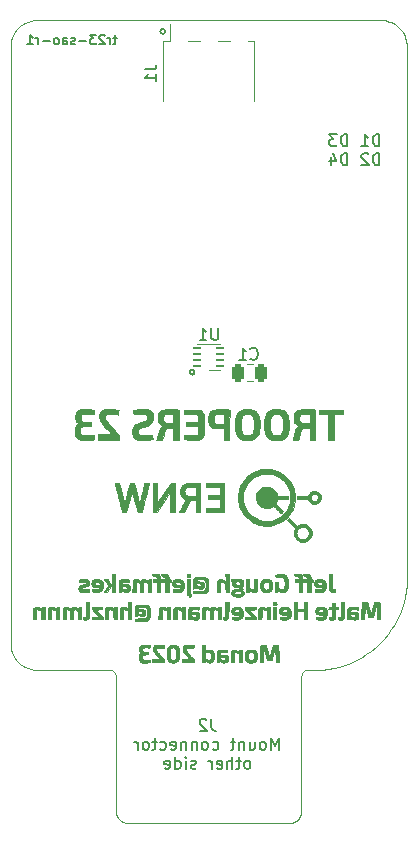
<source format=gbr>
%TF.GenerationSoftware,KiCad,Pcbnew,7.99.0-1.20230515git1adcb86.fc37*%
%TF.CreationDate,2023-06-10T16:00:56+01:00*%
%TF.ProjectId,tr23-sao-r1,74723233-2d73-4616-9f2d-72312e6b6963,r1*%
%TF.SameCoordinates,Original*%
%TF.FileFunction,Legend,Bot*%
%TF.FilePolarity,Positive*%
%FSLAX46Y46*%
G04 Gerber Fmt 4.6, Leading zero omitted, Abs format (unit mm)*
G04 Created by KiCad (PCBNEW 7.99.0-1.20230515git1adcb86.fc37) date 2023-06-10 16:00:56*
%MOMM*%
%LPD*%
G01*
G04 APERTURE LIST*
G04 Aperture macros list*
%AMRoundRect*
0 Rectangle with rounded corners*
0 $1 Rounding radius*
0 $2 $3 $4 $5 $6 $7 $8 $9 X,Y pos of 4 corners*
0 Add a 4 corners polygon primitive as box body*
4,1,4,$2,$3,$4,$5,$6,$7,$8,$9,$2,$3,0*
0 Add four circle primitives for the rounded corners*
1,1,$1+$1,$2,$3*
1,1,$1+$1,$4,$5*
1,1,$1+$1,$6,$7*
1,1,$1+$1,$8,$9*
0 Add four rect primitives between the rounded corners*
20,1,$1+$1,$2,$3,$4,$5,0*
20,1,$1+$1,$4,$5,$6,$7,0*
20,1,$1+$1,$6,$7,$8,$9,0*
20,1,$1+$1,$8,$9,$2,$3,0*%
G04 Aperture macros list end*
%ADD10C,0.150000*%
%ADD11C,0.120000*%
%ADD12C,0.010000*%
%ADD13C,0.300000*%
%ADD14C,2.000000*%
%ADD15R,1.000000X3.150000*%
%ADD16RoundRect,0.062500X-0.287500X-0.062500X0.287500X-0.062500X0.287500X0.062500X-0.287500X0.062500X0*%
%ADD17R,0.900000X1.500000*%
%ADD18C,1.400000*%
%ADD19O,1.800000X2.800000*%
%ADD20R,1.400000X0.800000*%
%ADD21RoundRect,0.250000X-0.250000X-0.475000X0.250000X-0.475000X0.250000X0.475000X-0.250000X0.475000X0*%
%TA.AperFunction,Profile*%
%ADD22C,0.100000*%
%TD*%
G04 APERTURE END LIST*
D10*
X142225125Y-51510961D02*
X141920363Y-51510961D01*
X142110839Y-51244295D02*
X142110839Y-51930009D01*
X142110839Y-51930009D02*
X142072744Y-52006200D01*
X142072744Y-52006200D02*
X141996554Y-52044295D01*
X141996554Y-52044295D02*
X141920363Y-52044295D01*
X141653696Y-52044295D02*
X141653696Y-51510961D01*
X141653696Y-51663342D02*
X141615601Y-51587152D01*
X141615601Y-51587152D02*
X141577506Y-51549057D01*
X141577506Y-51549057D02*
X141501315Y-51510961D01*
X141501315Y-51510961D02*
X141425125Y-51510961D01*
X141196554Y-51320485D02*
X141158458Y-51282390D01*
X141158458Y-51282390D02*
X141082268Y-51244295D01*
X141082268Y-51244295D02*
X140891792Y-51244295D01*
X140891792Y-51244295D02*
X140815601Y-51282390D01*
X140815601Y-51282390D02*
X140777506Y-51320485D01*
X140777506Y-51320485D02*
X140739411Y-51396676D01*
X140739411Y-51396676D02*
X140739411Y-51472866D01*
X140739411Y-51472866D02*
X140777506Y-51587152D01*
X140777506Y-51587152D02*
X141234649Y-52044295D01*
X141234649Y-52044295D02*
X140739411Y-52044295D01*
X140472744Y-51244295D02*
X139977506Y-51244295D01*
X139977506Y-51244295D02*
X140244172Y-51549057D01*
X140244172Y-51549057D02*
X140129887Y-51549057D01*
X140129887Y-51549057D02*
X140053696Y-51587152D01*
X140053696Y-51587152D02*
X140015601Y-51625247D01*
X140015601Y-51625247D02*
X139977506Y-51701438D01*
X139977506Y-51701438D02*
X139977506Y-51891914D01*
X139977506Y-51891914D02*
X140015601Y-51968104D01*
X140015601Y-51968104D02*
X140053696Y-52006200D01*
X140053696Y-52006200D02*
X140129887Y-52044295D01*
X140129887Y-52044295D02*
X140358458Y-52044295D01*
X140358458Y-52044295D02*
X140434649Y-52006200D01*
X140434649Y-52006200D02*
X140472744Y-51968104D01*
X139634648Y-51739533D02*
X139025125Y-51739533D01*
X138682268Y-52006200D02*
X138606077Y-52044295D01*
X138606077Y-52044295D02*
X138453696Y-52044295D01*
X138453696Y-52044295D02*
X138377506Y-52006200D01*
X138377506Y-52006200D02*
X138339410Y-51930009D01*
X138339410Y-51930009D02*
X138339410Y-51891914D01*
X138339410Y-51891914D02*
X138377506Y-51815723D01*
X138377506Y-51815723D02*
X138453696Y-51777628D01*
X138453696Y-51777628D02*
X138567982Y-51777628D01*
X138567982Y-51777628D02*
X138644172Y-51739533D01*
X138644172Y-51739533D02*
X138682268Y-51663342D01*
X138682268Y-51663342D02*
X138682268Y-51625247D01*
X138682268Y-51625247D02*
X138644172Y-51549057D01*
X138644172Y-51549057D02*
X138567982Y-51510961D01*
X138567982Y-51510961D02*
X138453696Y-51510961D01*
X138453696Y-51510961D02*
X138377506Y-51549057D01*
X137653696Y-52044295D02*
X137653696Y-51625247D01*
X137653696Y-51625247D02*
X137691791Y-51549057D01*
X137691791Y-51549057D02*
X137767982Y-51510961D01*
X137767982Y-51510961D02*
X137920363Y-51510961D01*
X137920363Y-51510961D02*
X137996553Y-51549057D01*
X137653696Y-52006200D02*
X137729887Y-52044295D01*
X137729887Y-52044295D02*
X137920363Y-52044295D01*
X137920363Y-52044295D02*
X137996553Y-52006200D01*
X137996553Y-52006200D02*
X138034649Y-51930009D01*
X138034649Y-51930009D02*
X138034649Y-51853819D01*
X138034649Y-51853819D02*
X137996553Y-51777628D01*
X137996553Y-51777628D02*
X137920363Y-51739533D01*
X137920363Y-51739533D02*
X137729887Y-51739533D01*
X137729887Y-51739533D02*
X137653696Y-51701438D01*
X137158458Y-52044295D02*
X137234648Y-52006200D01*
X137234648Y-52006200D02*
X137272743Y-51968104D01*
X137272743Y-51968104D02*
X137310839Y-51891914D01*
X137310839Y-51891914D02*
X137310839Y-51663342D01*
X137310839Y-51663342D02*
X137272743Y-51587152D01*
X137272743Y-51587152D02*
X137234648Y-51549057D01*
X137234648Y-51549057D02*
X137158458Y-51510961D01*
X137158458Y-51510961D02*
X137044172Y-51510961D01*
X137044172Y-51510961D02*
X136967981Y-51549057D01*
X136967981Y-51549057D02*
X136929886Y-51587152D01*
X136929886Y-51587152D02*
X136891791Y-51663342D01*
X136891791Y-51663342D02*
X136891791Y-51891914D01*
X136891791Y-51891914D02*
X136929886Y-51968104D01*
X136929886Y-51968104D02*
X136967981Y-52006200D01*
X136967981Y-52006200D02*
X137044172Y-52044295D01*
X137044172Y-52044295D02*
X137158458Y-52044295D01*
X136548933Y-51739533D02*
X135939410Y-51739533D01*
X135558457Y-52044295D02*
X135558457Y-51510961D01*
X135558457Y-51663342D02*
X135520362Y-51587152D01*
X135520362Y-51587152D02*
X135482267Y-51549057D01*
X135482267Y-51549057D02*
X135406076Y-51510961D01*
X135406076Y-51510961D02*
X135329886Y-51510961D01*
X134644172Y-52044295D02*
X135101315Y-52044295D01*
X134872743Y-52044295D02*
X134872743Y-51244295D01*
X134872743Y-51244295D02*
X134948934Y-51358580D01*
X134948934Y-51358580D02*
X135025124Y-51434771D01*
X135025124Y-51434771D02*
X135101315Y-51472866D01*
X146324264Y-50950000D02*
G75*
G03*
X146324264Y-50950000I-212132J0D01*
G01*
X148812132Y-79800000D02*
G75*
G03*
X148812132Y-79800000I-212132J0D01*
G01*
X164463220Y-60659819D02*
X164463220Y-59659819D01*
X164463220Y-59659819D02*
X164225125Y-59659819D01*
X164225125Y-59659819D02*
X164082268Y-59707438D01*
X164082268Y-59707438D02*
X163987030Y-59802676D01*
X163987030Y-59802676D02*
X163939411Y-59897914D01*
X163939411Y-59897914D02*
X163891792Y-60088390D01*
X163891792Y-60088390D02*
X163891792Y-60231247D01*
X163891792Y-60231247D02*
X163939411Y-60421723D01*
X163939411Y-60421723D02*
X163987030Y-60516961D01*
X163987030Y-60516961D02*
X164082268Y-60612200D01*
X164082268Y-60612200D02*
X164225125Y-60659819D01*
X164225125Y-60659819D02*
X164463220Y-60659819D01*
X162939411Y-60659819D02*
X163510839Y-60659819D01*
X163225125Y-60659819D02*
X163225125Y-59659819D01*
X163225125Y-59659819D02*
X163320363Y-59802676D01*
X163320363Y-59802676D02*
X163415601Y-59897914D01*
X163415601Y-59897914D02*
X163510839Y-59945533D01*
X161748934Y-60659819D02*
X161748934Y-59659819D01*
X161748934Y-59659819D02*
X161510839Y-59659819D01*
X161510839Y-59659819D02*
X161367982Y-59707438D01*
X161367982Y-59707438D02*
X161272744Y-59802676D01*
X161272744Y-59802676D02*
X161225125Y-59897914D01*
X161225125Y-59897914D02*
X161177506Y-60088390D01*
X161177506Y-60088390D02*
X161177506Y-60231247D01*
X161177506Y-60231247D02*
X161225125Y-60421723D01*
X161225125Y-60421723D02*
X161272744Y-60516961D01*
X161272744Y-60516961D02*
X161367982Y-60612200D01*
X161367982Y-60612200D02*
X161510839Y-60659819D01*
X161510839Y-60659819D02*
X161748934Y-60659819D01*
X160844172Y-59659819D02*
X160225125Y-59659819D01*
X160225125Y-59659819D02*
X160558458Y-60040771D01*
X160558458Y-60040771D02*
X160415601Y-60040771D01*
X160415601Y-60040771D02*
X160320363Y-60088390D01*
X160320363Y-60088390D02*
X160272744Y-60136009D01*
X160272744Y-60136009D02*
X160225125Y-60231247D01*
X160225125Y-60231247D02*
X160225125Y-60469342D01*
X160225125Y-60469342D02*
X160272744Y-60564580D01*
X160272744Y-60564580D02*
X160320363Y-60612200D01*
X160320363Y-60612200D02*
X160415601Y-60659819D01*
X160415601Y-60659819D02*
X160701315Y-60659819D01*
X160701315Y-60659819D02*
X160796553Y-60612200D01*
X160796553Y-60612200D02*
X160844172Y-60564580D01*
X164463220Y-62269819D02*
X164463220Y-61269819D01*
X164463220Y-61269819D02*
X164225125Y-61269819D01*
X164225125Y-61269819D02*
X164082268Y-61317438D01*
X164082268Y-61317438D02*
X163987030Y-61412676D01*
X163987030Y-61412676D02*
X163939411Y-61507914D01*
X163939411Y-61507914D02*
X163891792Y-61698390D01*
X163891792Y-61698390D02*
X163891792Y-61841247D01*
X163891792Y-61841247D02*
X163939411Y-62031723D01*
X163939411Y-62031723D02*
X163987030Y-62126961D01*
X163987030Y-62126961D02*
X164082268Y-62222200D01*
X164082268Y-62222200D02*
X164225125Y-62269819D01*
X164225125Y-62269819D02*
X164463220Y-62269819D01*
X163510839Y-61365057D02*
X163463220Y-61317438D01*
X163463220Y-61317438D02*
X163367982Y-61269819D01*
X163367982Y-61269819D02*
X163129887Y-61269819D01*
X163129887Y-61269819D02*
X163034649Y-61317438D01*
X163034649Y-61317438D02*
X162987030Y-61365057D01*
X162987030Y-61365057D02*
X162939411Y-61460295D01*
X162939411Y-61460295D02*
X162939411Y-61555533D01*
X162939411Y-61555533D02*
X162987030Y-61698390D01*
X162987030Y-61698390D02*
X163558458Y-62269819D01*
X163558458Y-62269819D02*
X162939411Y-62269819D01*
X161748934Y-62269819D02*
X161748934Y-61269819D01*
X161748934Y-61269819D02*
X161510839Y-61269819D01*
X161510839Y-61269819D02*
X161367982Y-61317438D01*
X161367982Y-61317438D02*
X161272744Y-61412676D01*
X161272744Y-61412676D02*
X161225125Y-61507914D01*
X161225125Y-61507914D02*
X161177506Y-61698390D01*
X161177506Y-61698390D02*
X161177506Y-61841247D01*
X161177506Y-61841247D02*
X161225125Y-62031723D01*
X161225125Y-62031723D02*
X161272744Y-62126961D01*
X161272744Y-62126961D02*
X161367982Y-62222200D01*
X161367982Y-62222200D02*
X161510839Y-62269819D01*
X161510839Y-62269819D02*
X161748934Y-62269819D01*
X160320363Y-61603152D02*
X160320363Y-62269819D01*
X160558458Y-61222200D02*
X160796553Y-61936485D01*
X160796553Y-61936485D02*
X160177506Y-61936485D01*
X150234649Y-109149819D02*
X150234649Y-109864104D01*
X150234649Y-109864104D02*
X150282268Y-110006961D01*
X150282268Y-110006961D02*
X150377506Y-110102200D01*
X150377506Y-110102200D02*
X150520363Y-110149819D01*
X150520363Y-110149819D02*
X150615601Y-110149819D01*
X149806077Y-109245057D02*
X149758458Y-109197438D01*
X149758458Y-109197438D02*
X149663220Y-109149819D01*
X149663220Y-109149819D02*
X149425125Y-109149819D01*
X149425125Y-109149819D02*
X149329887Y-109197438D01*
X149329887Y-109197438D02*
X149282268Y-109245057D01*
X149282268Y-109245057D02*
X149234649Y-109340295D01*
X149234649Y-109340295D02*
X149234649Y-109435533D01*
X149234649Y-109435533D02*
X149282268Y-109578390D01*
X149282268Y-109578390D02*
X149853696Y-110149819D01*
X149853696Y-110149819D02*
X149234649Y-110149819D01*
X155948935Y-111759819D02*
X155948935Y-110759819D01*
X155948935Y-110759819D02*
X155615602Y-111474104D01*
X155615602Y-111474104D02*
X155282269Y-110759819D01*
X155282269Y-110759819D02*
X155282269Y-111759819D01*
X154663221Y-111759819D02*
X154758459Y-111712200D01*
X154758459Y-111712200D02*
X154806078Y-111664580D01*
X154806078Y-111664580D02*
X154853697Y-111569342D01*
X154853697Y-111569342D02*
X154853697Y-111283628D01*
X154853697Y-111283628D02*
X154806078Y-111188390D01*
X154806078Y-111188390D02*
X154758459Y-111140771D01*
X154758459Y-111140771D02*
X154663221Y-111093152D01*
X154663221Y-111093152D02*
X154520364Y-111093152D01*
X154520364Y-111093152D02*
X154425126Y-111140771D01*
X154425126Y-111140771D02*
X154377507Y-111188390D01*
X154377507Y-111188390D02*
X154329888Y-111283628D01*
X154329888Y-111283628D02*
X154329888Y-111569342D01*
X154329888Y-111569342D02*
X154377507Y-111664580D01*
X154377507Y-111664580D02*
X154425126Y-111712200D01*
X154425126Y-111712200D02*
X154520364Y-111759819D01*
X154520364Y-111759819D02*
X154663221Y-111759819D01*
X153472745Y-111093152D02*
X153472745Y-111759819D01*
X153901316Y-111093152D02*
X153901316Y-111616961D01*
X153901316Y-111616961D02*
X153853697Y-111712200D01*
X153853697Y-111712200D02*
X153758459Y-111759819D01*
X153758459Y-111759819D02*
X153615602Y-111759819D01*
X153615602Y-111759819D02*
X153520364Y-111712200D01*
X153520364Y-111712200D02*
X153472745Y-111664580D01*
X152996554Y-111093152D02*
X152996554Y-111759819D01*
X152996554Y-111188390D02*
X152948935Y-111140771D01*
X152948935Y-111140771D02*
X152853697Y-111093152D01*
X152853697Y-111093152D02*
X152710840Y-111093152D01*
X152710840Y-111093152D02*
X152615602Y-111140771D01*
X152615602Y-111140771D02*
X152567983Y-111236009D01*
X152567983Y-111236009D02*
X152567983Y-111759819D01*
X152234649Y-111093152D02*
X151853697Y-111093152D01*
X152091792Y-110759819D02*
X152091792Y-111616961D01*
X152091792Y-111616961D02*
X152044173Y-111712200D01*
X152044173Y-111712200D02*
X151948935Y-111759819D01*
X151948935Y-111759819D02*
X151853697Y-111759819D01*
X150329887Y-111712200D02*
X150425125Y-111759819D01*
X150425125Y-111759819D02*
X150615601Y-111759819D01*
X150615601Y-111759819D02*
X150710839Y-111712200D01*
X150710839Y-111712200D02*
X150758458Y-111664580D01*
X150758458Y-111664580D02*
X150806077Y-111569342D01*
X150806077Y-111569342D02*
X150806077Y-111283628D01*
X150806077Y-111283628D02*
X150758458Y-111188390D01*
X150758458Y-111188390D02*
X150710839Y-111140771D01*
X150710839Y-111140771D02*
X150615601Y-111093152D01*
X150615601Y-111093152D02*
X150425125Y-111093152D01*
X150425125Y-111093152D02*
X150329887Y-111140771D01*
X149758458Y-111759819D02*
X149853696Y-111712200D01*
X149853696Y-111712200D02*
X149901315Y-111664580D01*
X149901315Y-111664580D02*
X149948934Y-111569342D01*
X149948934Y-111569342D02*
X149948934Y-111283628D01*
X149948934Y-111283628D02*
X149901315Y-111188390D01*
X149901315Y-111188390D02*
X149853696Y-111140771D01*
X149853696Y-111140771D02*
X149758458Y-111093152D01*
X149758458Y-111093152D02*
X149615601Y-111093152D01*
X149615601Y-111093152D02*
X149520363Y-111140771D01*
X149520363Y-111140771D02*
X149472744Y-111188390D01*
X149472744Y-111188390D02*
X149425125Y-111283628D01*
X149425125Y-111283628D02*
X149425125Y-111569342D01*
X149425125Y-111569342D02*
X149472744Y-111664580D01*
X149472744Y-111664580D02*
X149520363Y-111712200D01*
X149520363Y-111712200D02*
X149615601Y-111759819D01*
X149615601Y-111759819D02*
X149758458Y-111759819D01*
X148996553Y-111093152D02*
X148996553Y-111759819D01*
X148996553Y-111188390D02*
X148948934Y-111140771D01*
X148948934Y-111140771D02*
X148853696Y-111093152D01*
X148853696Y-111093152D02*
X148710839Y-111093152D01*
X148710839Y-111093152D02*
X148615601Y-111140771D01*
X148615601Y-111140771D02*
X148567982Y-111236009D01*
X148567982Y-111236009D02*
X148567982Y-111759819D01*
X148091791Y-111093152D02*
X148091791Y-111759819D01*
X148091791Y-111188390D02*
X148044172Y-111140771D01*
X148044172Y-111140771D02*
X147948934Y-111093152D01*
X147948934Y-111093152D02*
X147806077Y-111093152D01*
X147806077Y-111093152D02*
X147710839Y-111140771D01*
X147710839Y-111140771D02*
X147663220Y-111236009D01*
X147663220Y-111236009D02*
X147663220Y-111759819D01*
X146806077Y-111712200D02*
X146901315Y-111759819D01*
X146901315Y-111759819D02*
X147091791Y-111759819D01*
X147091791Y-111759819D02*
X147187029Y-111712200D01*
X147187029Y-111712200D02*
X147234648Y-111616961D01*
X147234648Y-111616961D02*
X147234648Y-111236009D01*
X147234648Y-111236009D02*
X147187029Y-111140771D01*
X147187029Y-111140771D02*
X147091791Y-111093152D01*
X147091791Y-111093152D02*
X146901315Y-111093152D01*
X146901315Y-111093152D02*
X146806077Y-111140771D01*
X146806077Y-111140771D02*
X146758458Y-111236009D01*
X146758458Y-111236009D02*
X146758458Y-111331247D01*
X146758458Y-111331247D02*
X147234648Y-111426485D01*
X145901315Y-111712200D02*
X145996553Y-111759819D01*
X145996553Y-111759819D02*
X146187029Y-111759819D01*
X146187029Y-111759819D02*
X146282267Y-111712200D01*
X146282267Y-111712200D02*
X146329886Y-111664580D01*
X146329886Y-111664580D02*
X146377505Y-111569342D01*
X146377505Y-111569342D02*
X146377505Y-111283628D01*
X146377505Y-111283628D02*
X146329886Y-111188390D01*
X146329886Y-111188390D02*
X146282267Y-111140771D01*
X146282267Y-111140771D02*
X146187029Y-111093152D01*
X146187029Y-111093152D02*
X145996553Y-111093152D01*
X145996553Y-111093152D02*
X145901315Y-111140771D01*
X145615600Y-111093152D02*
X145234648Y-111093152D01*
X145472743Y-110759819D02*
X145472743Y-111616961D01*
X145472743Y-111616961D02*
X145425124Y-111712200D01*
X145425124Y-111712200D02*
X145329886Y-111759819D01*
X145329886Y-111759819D02*
X145234648Y-111759819D01*
X144758457Y-111759819D02*
X144853695Y-111712200D01*
X144853695Y-111712200D02*
X144901314Y-111664580D01*
X144901314Y-111664580D02*
X144948933Y-111569342D01*
X144948933Y-111569342D02*
X144948933Y-111283628D01*
X144948933Y-111283628D02*
X144901314Y-111188390D01*
X144901314Y-111188390D02*
X144853695Y-111140771D01*
X144853695Y-111140771D02*
X144758457Y-111093152D01*
X144758457Y-111093152D02*
X144615600Y-111093152D01*
X144615600Y-111093152D02*
X144520362Y-111140771D01*
X144520362Y-111140771D02*
X144472743Y-111188390D01*
X144472743Y-111188390D02*
X144425124Y-111283628D01*
X144425124Y-111283628D02*
X144425124Y-111569342D01*
X144425124Y-111569342D02*
X144472743Y-111664580D01*
X144472743Y-111664580D02*
X144520362Y-111712200D01*
X144520362Y-111712200D02*
X144615600Y-111759819D01*
X144615600Y-111759819D02*
X144758457Y-111759819D01*
X143996552Y-111759819D02*
X143996552Y-111093152D01*
X143996552Y-111283628D02*
X143948933Y-111188390D01*
X143948933Y-111188390D02*
X143901314Y-111140771D01*
X143901314Y-111140771D02*
X143806076Y-111093152D01*
X143806076Y-111093152D02*
X143710838Y-111093152D01*
X153353697Y-113369819D02*
X153448935Y-113322200D01*
X153448935Y-113322200D02*
X153496554Y-113274580D01*
X153496554Y-113274580D02*
X153544173Y-113179342D01*
X153544173Y-113179342D02*
X153544173Y-112893628D01*
X153544173Y-112893628D02*
X153496554Y-112798390D01*
X153496554Y-112798390D02*
X153448935Y-112750771D01*
X153448935Y-112750771D02*
X153353697Y-112703152D01*
X153353697Y-112703152D02*
X153210840Y-112703152D01*
X153210840Y-112703152D02*
X153115602Y-112750771D01*
X153115602Y-112750771D02*
X153067983Y-112798390D01*
X153067983Y-112798390D02*
X153020364Y-112893628D01*
X153020364Y-112893628D02*
X153020364Y-113179342D01*
X153020364Y-113179342D02*
X153067983Y-113274580D01*
X153067983Y-113274580D02*
X153115602Y-113322200D01*
X153115602Y-113322200D02*
X153210840Y-113369819D01*
X153210840Y-113369819D02*
X153353697Y-113369819D01*
X152734649Y-112703152D02*
X152353697Y-112703152D01*
X152591792Y-112369819D02*
X152591792Y-113226961D01*
X152591792Y-113226961D02*
X152544173Y-113322200D01*
X152544173Y-113322200D02*
X152448935Y-113369819D01*
X152448935Y-113369819D02*
X152353697Y-113369819D01*
X152020363Y-113369819D02*
X152020363Y-112369819D01*
X151591792Y-113369819D02*
X151591792Y-112846009D01*
X151591792Y-112846009D02*
X151639411Y-112750771D01*
X151639411Y-112750771D02*
X151734649Y-112703152D01*
X151734649Y-112703152D02*
X151877506Y-112703152D01*
X151877506Y-112703152D02*
X151972744Y-112750771D01*
X151972744Y-112750771D02*
X152020363Y-112798390D01*
X150734649Y-113322200D02*
X150829887Y-113369819D01*
X150829887Y-113369819D02*
X151020363Y-113369819D01*
X151020363Y-113369819D02*
X151115601Y-113322200D01*
X151115601Y-113322200D02*
X151163220Y-113226961D01*
X151163220Y-113226961D02*
X151163220Y-112846009D01*
X151163220Y-112846009D02*
X151115601Y-112750771D01*
X151115601Y-112750771D02*
X151020363Y-112703152D01*
X151020363Y-112703152D02*
X150829887Y-112703152D01*
X150829887Y-112703152D02*
X150734649Y-112750771D01*
X150734649Y-112750771D02*
X150687030Y-112846009D01*
X150687030Y-112846009D02*
X150687030Y-112941247D01*
X150687030Y-112941247D02*
X151163220Y-113036485D01*
X150258458Y-113369819D02*
X150258458Y-112703152D01*
X150258458Y-112893628D02*
X150210839Y-112798390D01*
X150210839Y-112798390D02*
X150163220Y-112750771D01*
X150163220Y-112750771D02*
X150067982Y-112703152D01*
X150067982Y-112703152D02*
X149972744Y-112703152D01*
X148925124Y-113322200D02*
X148829886Y-113369819D01*
X148829886Y-113369819D02*
X148639410Y-113369819D01*
X148639410Y-113369819D02*
X148544172Y-113322200D01*
X148544172Y-113322200D02*
X148496553Y-113226961D01*
X148496553Y-113226961D02*
X148496553Y-113179342D01*
X148496553Y-113179342D02*
X148544172Y-113084104D01*
X148544172Y-113084104D02*
X148639410Y-113036485D01*
X148639410Y-113036485D02*
X148782267Y-113036485D01*
X148782267Y-113036485D02*
X148877505Y-112988866D01*
X148877505Y-112988866D02*
X148925124Y-112893628D01*
X148925124Y-112893628D02*
X148925124Y-112846009D01*
X148925124Y-112846009D02*
X148877505Y-112750771D01*
X148877505Y-112750771D02*
X148782267Y-112703152D01*
X148782267Y-112703152D02*
X148639410Y-112703152D01*
X148639410Y-112703152D02*
X148544172Y-112750771D01*
X148067981Y-113369819D02*
X148067981Y-112703152D01*
X148067981Y-112369819D02*
X148115600Y-112417438D01*
X148115600Y-112417438D02*
X148067981Y-112465057D01*
X148067981Y-112465057D02*
X148020362Y-112417438D01*
X148020362Y-112417438D02*
X148067981Y-112369819D01*
X148067981Y-112369819D02*
X148067981Y-112465057D01*
X147163220Y-113369819D02*
X147163220Y-112369819D01*
X147163220Y-113322200D02*
X147258458Y-113369819D01*
X147258458Y-113369819D02*
X147448934Y-113369819D01*
X147448934Y-113369819D02*
X147544172Y-113322200D01*
X147544172Y-113322200D02*
X147591791Y-113274580D01*
X147591791Y-113274580D02*
X147639410Y-113179342D01*
X147639410Y-113179342D02*
X147639410Y-112893628D01*
X147639410Y-112893628D02*
X147591791Y-112798390D01*
X147591791Y-112798390D02*
X147544172Y-112750771D01*
X147544172Y-112750771D02*
X147448934Y-112703152D01*
X147448934Y-112703152D02*
X147258458Y-112703152D01*
X147258458Y-112703152D02*
X147163220Y-112750771D01*
X146306077Y-113322200D02*
X146401315Y-113369819D01*
X146401315Y-113369819D02*
X146591791Y-113369819D01*
X146591791Y-113369819D02*
X146687029Y-113322200D01*
X146687029Y-113322200D02*
X146734648Y-113226961D01*
X146734648Y-113226961D02*
X146734648Y-112846009D01*
X146734648Y-112846009D02*
X146687029Y-112750771D01*
X146687029Y-112750771D02*
X146591791Y-112703152D01*
X146591791Y-112703152D02*
X146401315Y-112703152D01*
X146401315Y-112703152D02*
X146306077Y-112750771D01*
X146306077Y-112750771D02*
X146258458Y-112846009D01*
X146258458Y-112846009D02*
X146258458Y-112941247D01*
X146258458Y-112941247D02*
X146734648Y-113036485D01*
%TO.C,J1*%
X144584819Y-54165350D02*
X145299104Y-54165350D01*
X145299104Y-54165350D02*
X145441961Y-54117731D01*
X145441961Y-54117731D02*
X145537200Y-54022493D01*
X145537200Y-54022493D02*
X145584819Y-53879636D01*
X145584819Y-53879636D02*
X145584819Y-53784398D01*
X145584819Y-55165350D02*
X145584819Y-54593922D01*
X145584819Y-54879636D02*
X144584819Y-54879636D01*
X144584819Y-54879636D02*
X144727676Y-54784398D01*
X144727676Y-54784398D02*
X144822914Y-54689160D01*
X144822914Y-54689160D02*
X144870533Y-54593922D01*
%TO.C,U1*%
X150813220Y-76079819D02*
X150813220Y-76889342D01*
X150813220Y-76889342D02*
X150765601Y-76984580D01*
X150765601Y-76984580D02*
X150717982Y-77032200D01*
X150717982Y-77032200D02*
X150622744Y-77079819D01*
X150622744Y-77079819D02*
X150432268Y-77079819D01*
X150432268Y-77079819D02*
X150337030Y-77032200D01*
X150337030Y-77032200D02*
X150289411Y-76984580D01*
X150289411Y-76984580D02*
X150241792Y-76889342D01*
X150241792Y-76889342D02*
X150241792Y-76079819D01*
X149241792Y-77079819D02*
X149813220Y-77079819D01*
X149527506Y-77079819D02*
X149527506Y-76079819D01*
X149527506Y-76079819D02*
X149622744Y-76222676D01*
X149622744Y-76222676D02*
X149717982Y-76317914D01*
X149717982Y-76317914D02*
X149813220Y-76365533D01*
%TO.C,C1*%
X153542982Y-78644580D02*
X153590601Y-78692200D01*
X153590601Y-78692200D02*
X153733458Y-78739819D01*
X153733458Y-78739819D02*
X153828696Y-78739819D01*
X153828696Y-78739819D02*
X153971553Y-78692200D01*
X153971553Y-78692200D02*
X154066791Y-78596961D01*
X154066791Y-78596961D02*
X154114410Y-78501723D01*
X154114410Y-78501723D02*
X154162029Y-78311247D01*
X154162029Y-78311247D02*
X154162029Y-78168390D01*
X154162029Y-78168390D02*
X154114410Y-77977914D01*
X154114410Y-77977914D02*
X154066791Y-77882676D01*
X154066791Y-77882676D02*
X153971553Y-77787438D01*
X153971553Y-77787438D02*
X153828696Y-77739819D01*
X153828696Y-77739819D02*
X153733458Y-77739819D01*
X153733458Y-77739819D02*
X153590601Y-77787438D01*
X153590601Y-77787438D02*
X153542982Y-77835057D01*
X152590601Y-78739819D02*
X153162029Y-78739819D01*
X152876315Y-78739819D02*
X152876315Y-77739819D01*
X152876315Y-77739819D02*
X152971553Y-77882676D01*
X152971553Y-77882676D02*
X153066791Y-77977914D01*
X153066791Y-77977914D02*
X153162029Y-78025533D01*
D11*
%TO.C,J1*%
X153870000Y-51800000D02*
X153300000Y-51800000D01*
X151780000Y-51800000D02*
X150760000Y-51800000D01*
X149240000Y-57000000D02*
X148220000Y-57000000D01*
X146700000Y-57000000D02*
X146130000Y-57000000D01*
X153870000Y-57000000D02*
X153300000Y-57000000D01*
X149240000Y-51800000D02*
X148220000Y-51800000D01*
X146700000Y-51800000D02*
X146130000Y-51800000D01*
X146130000Y-57000000D02*
X146130000Y-51800000D01*
X151780000Y-57000000D02*
X150760000Y-57000000D01*
X153870000Y-57000000D02*
X153870000Y-51800000D01*
X146700000Y-51800000D02*
X146700000Y-50360000D01*
D12*
%TO.C,GRAPHIC1*%
X144649566Y-102874599D02*
X144725200Y-102877058D01*
X144797154Y-102880763D01*
X144858638Y-102885394D01*
X144886604Y-102888350D01*
X145005666Y-102902992D01*
X145005522Y-102983600D01*
X145004585Y-103026343D01*
X145002251Y-103063609D01*
X144999007Y-103087906D01*
X144998672Y-103089256D01*
X144991968Y-103114305D01*
X144779213Y-103106911D01*
X144681279Y-103104264D01*
X144602058Y-103104025D01*
X144539204Y-103106480D01*
X144490370Y-103111915D01*
X144453210Y-103120616D01*
X144425377Y-103132869D01*
X144404524Y-103148960D01*
X144400631Y-103153053D01*
X144377770Y-103192273D01*
X144365155Y-103243610D01*
X144362552Y-103300791D01*
X144369725Y-103357543D01*
X144386438Y-103407594D01*
X144411574Y-103443842D01*
X144431982Y-103460736D01*
X144455259Y-103473337D01*
X144484720Y-103482240D01*
X144523679Y-103488037D01*
X144575451Y-103491321D01*
X144643353Y-103492685D01*
X144685450Y-103492833D01*
X144857500Y-103492833D01*
X144857500Y-103704500D01*
X144673870Y-103704500D01*
X144594750Y-103705126D01*
X144533518Y-103707362D01*
X144486924Y-103711747D01*
X144451716Y-103718819D01*
X144424645Y-103729114D01*
X144402458Y-103743172D01*
X144393115Y-103750945D01*
X144365676Y-103783941D01*
X144348403Y-103827042D01*
X144340097Y-103884080D01*
X144338916Y-103924167D01*
X144345518Y-103999985D01*
X144365187Y-104060006D01*
X144397718Y-104103739D01*
X144420696Y-104120487D01*
X144455699Y-104134266D01*
X144506299Y-104143990D01*
X144573670Y-104149738D01*
X144658983Y-104151590D01*
X144763411Y-104149624D01*
X144819549Y-104147398D01*
X144882197Y-104144711D01*
X144937096Y-104142622D01*
X144980940Y-104141238D01*
X145010420Y-104140660D01*
X145022228Y-104140994D01*
X145022294Y-104141035D01*
X145024066Y-104152027D01*
X145026796Y-104179540D01*
X145030059Y-104218974D01*
X145032370Y-104250299D01*
X145039875Y-104356891D01*
X144924875Y-104369986D01*
X144850435Y-104377100D01*
X144769147Y-104382535D01*
X144685024Y-104386241D01*
X144602077Y-104388164D01*
X144524316Y-104388254D01*
X144455753Y-104386457D01*
X144400400Y-104382723D01*
X144363440Y-104377272D01*
X144275049Y-104350363D01*
X144204231Y-104313527D01*
X144149213Y-104265425D01*
X144108220Y-104204717D01*
X144094313Y-104174027D01*
X144084159Y-104146314D01*
X144077212Y-104119732D01*
X144072898Y-104089332D01*
X144070639Y-104050169D01*
X144069861Y-103997294D01*
X144069847Y-103963791D01*
X144070409Y-103901410D01*
X144072164Y-103855254D01*
X144075686Y-103820394D01*
X144081546Y-103791897D01*
X144090315Y-103764833D01*
X144094048Y-103755113D01*
X144127753Y-103694768D01*
X144175264Y-103644580D01*
X144231911Y-103608929D01*
X144261506Y-103598116D01*
X144311309Y-103584172D01*
X144267078Y-103569429D01*
X144217546Y-103542487D01*
X144173905Y-103498631D01*
X144139542Y-103441964D01*
X144121913Y-103393587D01*
X144111921Y-103340737D01*
X144106731Y-103278077D01*
X144106134Y-103211305D01*
X144109918Y-103146120D01*
X144117874Y-103088220D01*
X144129790Y-103043304D01*
X144135309Y-103030836D01*
X144176454Y-102974778D01*
X144234989Y-102930413D01*
X144311162Y-102897554D01*
X144312458Y-102897142D01*
X144342136Y-102888491D01*
X144370925Y-102882240D01*
X144403073Y-102878014D01*
X144442833Y-102875436D01*
X144494455Y-102874129D01*
X144562191Y-102873716D01*
X144577041Y-102873708D01*
X144649566Y-102874599D01*
G36*
X144649566Y-102874599D02*
G01*
X144725200Y-102877058D01*
X144797154Y-102880763D01*
X144858638Y-102885394D01*
X144886604Y-102888350D01*
X145005666Y-102902992D01*
X145005522Y-102983600D01*
X145004585Y-103026343D01*
X145002251Y-103063609D01*
X144999007Y-103087906D01*
X144998672Y-103089256D01*
X144991968Y-103114305D01*
X144779213Y-103106911D01*
X144681279Y-103104264D01*
X144602058Y-103104025D01*
X144539204Y-103106480D01*
X144490370Y-103111915D01*
X144453210Y-103120616D01*
X144425377Y-103132869D01*
X144404524Y-103148960D01*
X144400631Y-103153053D01*
X144377770Y-103192273D01*
X144365155Y-103243610D01*
X144362552Y-103300791D01*
X144369725Y-103357543D01*
X144386438Y-103407594D01*
X144411574Y-103443842D01*
X144431982Y-103460736D01*
X144455259Y-103473337D01*
X144484720Y-103482240D01*
X144523679Y-103488037D01*
X144575451Y-103491321D01*
X144643353Y-103492685D01*
X144685450Y-103492833D01*
X144857500Y-103492833D01*
X144857500Y-103704500D01*
X144673870Y-103704500D01*
X144594750Y-103705126D01*
X144533518Y-103707362D01*
X144486924Y-103711747D01*
X144451716Y-103718819D01*
X144424645Y-103729114D01*
X144402458Y-103743172D01*
X144393115Y-103750945D01*
X144365676Y-103783941D01*
X144348403Y-103827042D01*
X144340097Y-103884080D01*
X144338916Y-103924167D01*
X144345518Y-103999985D01*
X144365187Y-104060006D01*
X144397718Y-104103739D01*
X144420696Y-104120487D01*
X144455699Y-104134266D01*
X144506299Y-104143990D01*
X144573670Y-104149738D01*
X144658983Y-104151590D01*
X144763411Y-104149624D01*
X144819549Y-104147398D01*
X144882197Y-104144711D01*
X144937096Y-104142622D01*
X144980940Y-104141238D01*
X145010420Y-104140660D01*
X145022228Y-104140994D01*
X145022294Y-104141035D01*
X145024066Y-104152027D01*
X145026796Y-104179540D01*
X145030059Y-104218974D01*
X145032370Y-104250299D01*
X145039875Y-104356891D01*
X144924875Y-104369986D01*
X144850435Y-104377100D01*
X144769147Y-104382535D01*
X144685024Y-104386241D01*
X144602077Y-104388164D01*
X144524316Y-104388254D01*
X144455753Y-104386457D01*
X144400400Y-104382723D01*
X144363440Y-104377272D01*
X144275049Y-104350363D01*
X144204231Y-104313527D01*
X144149213Y-104265425D01*
X144108220Y-104204717D01*
X144094313Y-104174027D01*
X144084159Y-104146314D01*
X144077212Y-104119732D01*
X144072898Y-104089332D01*
X144070639Y-104050169D01*
X144069861Y-103997294D01*
X144069847Y-103963791D01*
X144070409Y-103901410D01*
X144072164Y-103855254D01*
X144075686Y-103820394D01*
X144081546Y-103791897D01*
X144090315Y-103764833D01*
X144094048Y-103755113D01*
X144127753Y-103694768D01*
X144175264Y-103644580D01*
X144231911Y-103608929D01*
X144261506Y-103598116D01*
X144311309Y-103584172D01*
X144267078Y-103569429D01*
X144217546Y-103542487D01*
X144173905Y-103498631D01*
X144139542Y-103441964D01*
X144121913Y-103393587D01*
X144111921Y-103340737D01*
X144106731Y-103278077D01*
X144106134Y-103211305D01*
X144109918Y-103146120D01*
X144117874Y-103088220D01*
X144129790Y-103043304D01*
X144135309Y-103030836D01*
X144176454Y-102974778D01*
X144234989Y-102930413D01*
X144311162Y-102897554D01*
X144312458Y-102897142D01*
X144342136Y-102888491D01*
X144370925Y-102882240D01*
X144403073Y-102878014D01*
X144442833Y-102875436D01*
X144494455Y-102874129D01*
X144562191Y-102873716D01*
X144577041Y-102873708D01*
X144649566Y-102874599D01*
G37*
X147043097Y-102871636D02*
X147147617Y-102883718D01*
X147236589Y-102908223D01*
X147311343Y-102946352D01*
X147373207Y-102999301D01*
X147423511Y-103068270D01*
X147463582Y-103154458D01*
X147494752Y-103259062D01*
X147500408Y-103284024D01*
X147506756Y-103317659D01*
X147511570Y-103354328D01*
X147515035Y-103397436D01*
X147517334Y-103450388D01*
X147518654Y-103516588D01*
X147519178Y-103599440D01*
X147519208Y-103630416D01*
X147518902Y-103719393D01*
X147517860Y-103790614D01*
X147515898Y-103847485D01*
X147512831Y-103893409D01*
X147508475Y-103931791D01*
X147502644Y-103966036D01*
X147500408Y-103976808D01*
X147472439Y-104081678D01*
X147437098Y-104168142D01*
X147392955Y-104238110D01*
X147338583Y-104293492D01*
X147272551Y-104336198D01*
X147212291Y-104361845D01*
X147162133Y-104374483D01*
X147097531Y-104383496D01*
X147024936Y-104388635D01*
X146950800Y-104389650D01*
X146881574Y-104386292D01*
X146823710Y-104378312D01*
X146818074Y-104377087D01*
X146727452Y-104346492D01*
X146649626Y-104299141D01*
X146584883Y-104235349D01*
X146533510Y-104155434D01*
X146495793Y-104059712D01*
X146481969Y-104005198D01*
X146466374Y-103912249D01*
X146455470Y-103805629D01*
X146449880Y-103697199D01*
X146721756Y-103697199D01*
X146724487Y-103797691D01*
X146731485Y-103881487D01*
X146743093Y-103950668D01*
X146759657Y-104007318D01*
X146781523Y-104053518D01*
X146807909Y-104090073D01*
X146846631Y-104124779D01*
X146892589Y-104146303D01*
X146949997Y-104156047D01*
X147006978Y-104156304D01*
X147058513Y-104151927D01*
X147096036Y-104143201D01*
X147126135Y-104128754D01*
X147169580Y-104089646D01*
X147205044Y-104030984D01*
X147232488Y-103952833D01*
X147235180Y-103942388D01*
X147241624Y-103912234D01*
X147246447Y-103878213D01*
X147249854Y-103836900D01*
X147252045Y-103784870D01*
X147253223Y-103718698D01*
X147253590Y-103634957D01*
X147253591Y-103630416D01*
X147252793Y-103530345D01*
X147250104Y-103448362D01*
X147245083Y-103381439D01*
X147237287Y-103326548D01*
X147226274Y-103280661D01*
X147211602Y-103240747D01*
X147192830Y-103203780D01*
X147190812Y-103200302D01*
X147161118Y-103159003D01*
X147126192Y-103131074D01*
X147081727Y-103114504D01*
X147023413Y-103107280D01*
X146990041Y-103106541D01*
X146926378Y-103109378D01*
X146878311Y-103119318D01*
X146840862Y-103138502D01*
X146809050Y-103169072D01*
X146792013Y-103191715D01*
X146772302Y-103224062D01*
X146756764Y-103259707D01*
X146744855Y-103301704D01*
X146736027Y-103353104D01*
X146729735Y-103416959D01*
X146725434Y-103496321D01*
X146722943Y-103577926D01*
X146721756Y-103697199D01*
X146449880Y-103697199D01*
X146449631Y-103692386D01*
X146449229Y-103579569D01*
X146454190Y-103479604D01*
X146463539Y-103381327D01*
X146474584Y-103300316D01*
X146488119Y-103232690D01*
X146504938Y-103174569D01*
X146525836Y-103122071D01*
X146528568Y-103116150D01*
X146575327Y-103037043D01*
X146634568Y-102973584D01*
X146706926Y-102925474D01*
X146793032Y-102892412D01*
X146893520Y-102874098D01*
X147009021Y-102870230D01*
X147043097Y-102871636D01*
G36*
X147043097Y-102871636D02*
G01*
X147147617Y-102883718D01*
X147236589Y-102908223D01*
X147311343Y-102946352D01*
X147373207Y-102999301D01*
X147423511Y-103068270D01*
X147463582Y-103154458D01*
X147494752Y-103259062D01*
X147500408Y-103284024D01*
X147506756Y-103317659D01*
X147511570Y-103354328D01*
X147515035Y-103397436D01*
X147517334Y-103450388D01*
X147518654Y-103516588D01*
X147519178Y-103599440D01*
X147519208Y-103630416D01*
X147518902Y-103719393D01*
X147517860Y-103790614D01*
X147515898Y-103847485D01*
X147512831Y-103893409D01*
X147508475Y-103931791D01*
X147502644Y-103966036D01*
X147500408Y-103976808D01*
X147472439Y-104081678D01*
X147437098Y-104168142D01*
X147392955Y-104238110D01*
X147338583Y-104293492D01*
X147272551Y-104336198D01*
X147212291Y-104361845D01*
X147162133Y-104374483D01*
X147097531Y-104383496D01*
X147024936Y-104388635D01*
X146950800Y-104389650D01*
X146881574Y-104386292D01*
X146823710Y-104378312D01*
X146818074Y-104377087D01*
X146727452Y-104346492D01*
X146649626Y-104299141D01*
X146584883Y-104235349D01*
X146533510Y-104155434D01*
X146495793Y-104059712D01*
X146481969Y-104005198D01*
X146466374Y-103912249D01*
X146455470Y-103805629D01*
X146449880Y-103697199D01*
X146721756Y-103697199D01*
X146724487Y-103797691D01*
X146731485Y-103881487D01*
X146743093Y-103950668D01*
X146759657Y-104007318D01*
X146781523Y-104053518D01*
X146807909Y-104090073D01*
X146846631Y-104124779D01*
X146892589Y-104146303D01*
X146949997Y-104156047D01*
X147006978Y-104156304D01*
X147058513Y-104151927D01*
X147096036Y-104143201D01*
X147126135Y-104128754D01*
X147169580Y-104089646D01*
X147205044Y-104030984D01*
X147232488Y-103952833D01*
X147235180Y-103942388D01*
X147241624Y-103912234D01*
X147246447Y-103878213D01*
X147249854Y-103836900D01*
X147252045Y-103784870D01*
X147253223Y-103718698D01*
X147253590Y-103634957D01*
X147253591Y-103630416D01*
X147252793Y-103530345D01*
X147250104Y-103448362D01*
X147245083Y-103381439D01*
X147237287Y-103326548D01*
X147226274Y-103280661D01*
X147211602Y-103240747D01*
X147192830Y-103203780D01*
X147190812Y-103200302D01*
X147161118Y-103159003D01*
X147126192Y-103131074D01*
X147081727Y-103114504D01*
X147023413Y-103107280D01*
X146990041Y-103106541D01*
X146926378Y-103109378D01*
X146878311Y-103119318D01*
X146840862Y-103138502D01*
X146809050Y-103169072D01*
X146792013Y-103191715D01*
X146772302Y-103224062D01*
X146756764Y-103259707D01*
X146744855Y-103301704D01*
X146736027Y-103353104D01*
X146729735Y-103416959D01*
X146725434Y-103496321D01*
X146722943Y-103577926D01*
X146721756Y-103697199D01*
X146449880Y-103697199D01*
X146449631Y-103692386D01*
X146449229Y-103579569D01*
X146454190Y-103479604D01*
X146463539Y-103381327D01*
X146474584Y-103300316D01*
X146488119Y-103232690D01*
X146504938Y-103174569D01*
X146525836Y-103122071D01*
X146528568Y-103116150D01*
X146575327Y-103037043D01*
X146634568Y-102973584D01*
X146706926Y-102925474D01*
X146793032Y-102892412D01*
X146893520Y-102874098D01*
X147009021Y-102870230D01*
X147043097Y-102871636D01*
G37*
X149712977Y-103126584D02*
X149709958Y-103374169D01*
X149747000Y-103355577D01*
X149798874Y-103331701D01*
X149847300Y-103315079D01*
X149898179Y-103304543D01*
X149957410Y-103298928D01*
X150030896Y-103297068D01*
X150043333Y-103297041D01*
X150101919Y-103297298D01*
X150144234Y-103298546D01*
X150175173Y-103301497D01*
X150199628Y-103306867D01*
X150222495Y-103315368D01*
X150246576Y-103326686D01*
X150303968Y-103362425D01*
X150350728Y-103408865D01*
X150387380Y-103467485D01*
X150414454Y-103539764D01*
X150432475Y-103627179D01*
X150441971Y-103731210D01*
X150443468Y-103853333D01*
X150442923Y-103877556D01*
X150438660Y-103973174D01*
X150431088Y-104051464D01*
X150419435Y-104116114D01*
X150402928Y-104170810D01*
X150380794Y-104219239D01*
X150366008Y-104244433D01*
X150331352Y-104288322D01*
X150287420Y-104328416D01*
X150241283Y-104358818D01*
X150215576Y-104369923D01*
X150161831Y-104381610D01*
X150096813Y-104387249D01*
X150029599Y-104386622D01*
X149969265Y-104379508D01*
X149954477Y-104376233D01*
X149889686Y-104354821D01*
X149820941Y-104323822D01*
X149757677Y-104287831D01*
X149724149Y-104264083D01*
X149685265Y-104233286D01*
X149679091Y-104265226D01*
X149672178Y-104300995D01*
X149666784Y-104328916D01*
X149660651Y-104360666D01*
X149450666Y-104360666D01*
X149450666Y-103549014D01*
X149715250Y-103549014D01*
X149715250Y-104054012D01*
X149774237Y-104091747D01*
X149828156Y-104123760D01*
X149873822Y-104143833D01*
X149918713Y-104154190D01*
X149970304Y-104157057D01*
X149992418Y-104156669D01*
X150035155Y-104154631D01*
X150063220Y-104150413D01*
X150083106Y-104142093D01*
X150101307Y-104127751D01*
X150106438Y-104122919D01*
X150130703Y-104093618D01*
X150148554Y-104056736D01*
X150160713Y-104009158D01*
X150167903Y-103947767D01*
X150170847Y-103869449D01*
X150171009Y-103844441D01*
X150170537Y-103788147D01*
X150169124Y-103736023D01*
X150166982Y-103693550D01*
X150164322Y-103666213D01*
X150164036Y-103664525D01*
X150148657Y-103611663D01*
X150124675Y-103566878D01*
X150095385Y-103535851D01*
X150086088Y-103530093D01*
X150053738Y-103520467D01*
X150006047Y-103515252D01*
X149948370Y-103514421D01*
X149886062Y-103517948D01*
X149824479Y-103525806D01*
X149794925Y-103531507D01*
X149715250Y-103549014D01*
X149450666Y-103549014D01*
X149450666Y-102879000D01*
X149715995Y-102879000D01*
X149712977Y-103126584D01*
G36*
X149712977Y-103126584D02*
G01*
X149709958Y-103374169D01*
X149747000Y-103355577D01*
X149798874Y-103331701D01*
X149847300Y-103315079D01*
X149898179Y-103304543D01*
X149957410Y-103298928D01*
X150030896Y-103297068D01*
X150043333Y-103297041D01*
X150101919Y-103297298D01*
X150144234Y-103298546D01*
X150175173Y-103301497D01*
X150199628Y-103306867D01*
X150222495Y-103315368D01*
X150246576Y-103326686D01*
X150303968Y-103362425D01*
X150350728Y-103408865D01*
X150387380Y-103467485D01*
X150414454Y-103539764D01*
X150432475Y-103627179D01*
X150441971Y-103731210D01*
X150443468Y-103853333D01*
X150442923Y-103877556D01*
X150438660Y-103973174D01*
X150431088Y-104051464D01*
X150419435Y-104116114D01*
X150402928Y-104170810D01*
X150380794Y-104219239D01*
X150366008Y-104244433D01*
X150331352Y-104288322D01*
X150287420Y-104328416D01*
X150241283Y-104358818D01*
X150215576Y-104369923D01*
X150161831Y-104381610D01*
X150096813Y-104387249D01*
X150029599Y-104386622D01*
X149969265Y-104379508D01*
X149954477Y-104376233D01*
X149889686Y-104354821D01*
X149820941Y-104323822D01*
X149757677Y-104287831D01*
X149724149Y-104264083D01*
X149685265Y-104233286D01*
X149679091Y-104265226D01*
X149672178Y-104300995D01*
X149666784Y-104328916D01*
X149660651Y-104360666D01*
X149450666Y-104360666D01*
X149450666Y-103549014D01*
X149715250Y-103549014D01*
X149715250Y-104054012D01*
X149774237Y-104091747D01*
X149828156Y-104123760D01*
X149873822Y-104143833D01*
X149918713Y-104154190D01*
X149970304Y-104157057D01*
X149992418Y-104156669D01*
X150035155Y-104154631D01*
X150063220Y-104150413D01*
X150083106Y-104142093D01*
X150101307Y-104127751D01*
X150106438Y-104122919D01*
X150130703Y-104093618D01*
X150148554Y-104056736D01*
X150160713Y-104009158D01*
X150167903Y-103947767D01*
X150170847Y-103869449D01*
X150171009Y-103844441D01*
X150170537Y-103788147D01*
X150169124Y-103736023D01*
X150166982Y-103693550D01*
X150164322Y-103666213D01*
X150164036Y-103664525D01*
X150148657Y-103611663D01*
X150124675Y-103566878D01*
X150095385Y-103535851D01*
X150086088Y-103530093D01*
X150053738Y-103520467D01*
X150006047Y-103515252D01*
X149948370Y-103514421D01*
X149886062Y-103517948D01*
X149824479Y-103525806D01*
X149794925Y-103531507D01*
X149715250Y-103549014D01*
X149450666Y-103549014D01*
X149450666Y-102879000D01*
X149715995Y-102879000D01*
X149712977Y-103126584D01*
G37*
X151172913Y-103294412D02*
X151292884Y-103302041D01*
X151425463Y-103315609D01*
X151502466Y-103325501D01*
X151591057Y-103337648D01*
X151584160Y-103404966D01*
X151578377Y-103459302D01*
X151573110Y-103495821D01*
X151566711Y-103517763D01*
X151557532Y-103528368D01*
X151543925Y-103530876D01*
X151524243Y-103528525D01*
X151521530Y-103528092D01*
X151498306Y-103526015D01*
X151457696Y-103524100D01*
X151403484Y-103522452D01*
X151339452Y-103521180D01*
X151269381Y-103520388D01*
X151242715Y-103520238D01*
X151007090Y-103519291D01*
X150979180Y-103547105D01*
X150962793Y-103567356D01*
X150952926Y-103592071D01*
X150947144Y-103628357D01*
X150945644Y-103645001D01*
X150940018Y-103715083D01*
X151172380Y-103715083D01*
X151264069Y-103715587D01*
X151337567Y-103717483D01*
X151395830Y-103721349D01*
X151441818Y-103727763D01*
X151478490Y-103737301D01*
X151508804Y-103750541D01*
X151535717Y-103768060D01*
X151562190Y-103790436D01*
X151563178Y-103791344D01*
X151596388Y-103828007D01*
X151619520Y-103869405D01*
X151633659Y-103919419D01*
X151639886Y-103981933D01*
X151639288Y-104060829D01*
X151639175Y-104063520D01*
X151635997Y-104118645D01*
X151631227Y-104158740D01*
X151623677Y-104189940D01*
X151612154Y-104218378D01*
X151607188Y-104228375D01*
X151579277Y-104275187D01*
X151547758Y-104309507D01*
X151506066Y-104337447D01*
X151471735Y-104354473D01*
X151399918Y-104377642D01*
X151318786Y-104387578D01*
X151236039Y-104383631D01*
X151200747Y-104377250D01*
X151111719Y-104348627D01*
X151028453Y-104305929D01*
X150963591Y-104257672D01*
X150913543Y-104212675D01*
X150906304Y-104262858D01*
X150900081Y-104306639D01*
X150893793Y-104334988D01*
X150883243Y-104351234D01*
X150864231Y-104358709D01*
X150832560Y-104360743D01*
X150784032Y-104360666D01*
X150678333Y-104360666D01*
X150678333Y-103972384D01*
X150942916Y-103972384D01*
X150943516Y-104013001D01*
X150946490Y-104038385D01*
X150953595Y-104054464D01*
X150966591Y-104067162D01*
X150972345Y-104071527D01*
X151051417Y-104119789D01*
X151135534Y-104152755D01*
X151219228Y-104168437D01*
X151241728Y-104169458D01*
X151279726Y-104168260D01*
X151305424Y-104161800D01*
X151327525Y-104147423D01*
X151334875Y-104141062D01*
X151355558Y-104118388D01*
X151367086Y-104092118D01*
X151373299Y-104053673D01*
X151373373Y-103992476D01*
X151359408Y-103947039D01*
X151331342Y-103917231D01*
X151306241Y-103906373D01*
X151281315Y-103902377D01*
X151240173Y-103898997D01*
X151187760Y-103896511D01*
X151129024Y-103895195D01*
X151104312Y-103895059D01*
X150942916Y-103895000D01*
X150942916Y-103972384D01*
X150678333Y-103972384D01*
X150678333Y-103961840D01*
X150678454Y-103855533D01*
X150678874Y-103768130D01*
X150679678Y-103697368D01*
X150680951Y-103640984D01*
X150682777Y-103596718D01*
X150685243Y-103562305D01*
X150688433Y-103535485D01*
X150692432Y-103513995D01*
X150695641Y-103501326D01*
X150725337Y-103432797D01*
X150771548Y-103375330D01*
X150831357Y-103332291D01*
X150849913Y-103323383D01*
X150904050Y-103307207D01*
X150976956Y-103296990D01*
X151067090Y-103292726D01*
X151172913Y-103294412D01*
G36*
X151172913Y-103294412D02*
G01*
X151292884Y-103302041D01*
X151425463Y-103315609D01*
X151502466Y-103325501D01*
X151591057Y-103337648D01*
X151584160Y-103404966D01*
X151578377Y-103459302D01*
X151573110Y-103495821D01*
X151566711Y-103517763D01*
X151557532Y-103528368D01*
X151543925Y-103530876D01*
X151524243Y-103528525D01*
X151521530Y-103528092D01*
X151498306Y-103526015D01*
X151457696Y-103524100D01*
X151403484Y-103522452D01*
X151339452Y-103521180D01*
X151269381Y-103520388D01*
X151242715Y-103520238D01*
X151007090Y-103519291D01*
X150979180Y-103547105D01*
X150962793Y-103567356D01*
X150952926Y-103592071D01*
X150947144Y-103628357D01*
X150945644Y-103645001D01*
X150940018Y-103715083D01*
X151172380Y-103715083D01*
X151264069Y-103715587D01*
X151337567Y-103717483D01*
X151395830Y-103721349D01*
X151441818Y-103727763D01*
X151478490Y-103737301D01*
X151508804Y-103750541D01*
X151535717Y-103768060D01*
X151562190Y-103790436D01*
X151563178Y-103791344D01*
X151596388Y-103828007D01*
X151619520Y-103869405D01*
X151633659Y-103919419D01*
X151639886Y-103981933D01*
X151639288Y-104060829D01*
X151639175Y-104063520D01*
X151635997Y-104118645D01*
X151631227Y-104158740D01*
X151623677Y-104189940D01*
X151612154Y-104218378D01*
X151607188Y-104228375D01*
X151579277Y-104275187D01*
X151547758Y-104309507D01*
X151506066Y-104337447D01*
X151471735Y-104354473D01*
X151399918Y-104377642D01*
X151318786Y-104387578D01*
X151236039Y-104383631D01*
X151200747Y-104377250D01*
X151111719Y-104348627D01*
X151028453Y-104305929D01*
X150963591Y-104257672D01*
X150913543Y-104212675D01*
X150906304Y-104262858D01*
X150900081Y-104306639D01*
X150893793Y-104334988D01*
X150883243Y-104351234D01*
X150864231Y-104358709D01*
X150832560Y-104360743D01*
X150784032Y-104360666D01*
X150678333Y-104360666D01*
X150678333Y-103972384D01*
X150942916Y-103972384D01*
X150943516Y-104013001D01*
X150946490Y-104038385D01*
X150953595Y-104054464D01*
X150966591Y-104067162D01*
X150972345Y-104071527D01*
X151051417Y-104119789D01*
X151135534Y-104152755D01*
X151219228Y-104168437D01*
X151241728Y-104169458D01*
X151279726Y-104168260D01*
X151305424Y-104161800D01*
X151327525Y-104147423D01*
X151334875Y-104141062D01*
X151355558Y-104118388D01*
X151367086Y-104092118D01*
X151373299Y-104053673D01*
X151373373Y-103992476D01*
X151359408Y-103947039D01*
X151331342Y-103917231D01*
X151306241Y-103906373D01*
X151281315Y-103902377D01*
X151240173Y-103898997D01*
X151187760Y-103896511D01*
X151129024Y-103895195D01*
X151104312Y-103895059D01*
X150942916Y-103895000D01*
X150942916Y-103972384D01*
X150678333Y-103972384D01*
X150678333Y-103961840D01*
X150678454Y-103855533D01*
X150678874Y-103768130D01*
X150679678Y-103697368D01*
X150680951Y-103640984D01*
X150682777Y-103596718D01*
X150685243Y-103562305D01*
X150688433Y-103535485D01*
X150692432Y-103513995D01*
X150695641Y-103501326D01*
X150725337Y-103432797D01*
X150771548Y-103375330D01*
X150831357Y-103332291D01*
X150849913Y-103323383D01*
X150904050Y-103307207D01*
X150976956Y-103296990D01*
X151067090Y-103292726D01*
X151172913Y-103294412D01*
G37*
X153667899Y-103298223D02*
X153735416Y-103302349D01*
X153790149Y-103310288D01*
X153836236Y-103322911D01*
X153877820Y-103341087D01*
X153919039Y-103365685D01*
X153923084Y-103368386D01*
X153985578Y-103421839D01*
X154033398Y-103488901D01*
X154067554Y-103570266D01*
X154076235Y-103600004D01*
X154082546Y-103628467D01*
X154086853Y-103659832D01*
X154089524Y-103698275D01*
X154090926Y-103747974D01*
X154091427Y-103813106D01*
X154091458Y-103842083D01*
X154091191Y-103914174D01*
X154090148Y-103969260D01*
X154087969Y-104011499D01*
X154084292Y-104045049D01*
X154078755Y-104074067D01*
X154070998Y-104102711D01*
X154067951Y-104112593D01*
X154036725Y-104190517D01*
X153995751Y-104253951D01*
X153943393Y-104303878D01*
X153878014Y-104341281D01*
X153797979Y-104367143D01*
X153701651Y-104382447D01*
X153609916Y-104387794D01*
X153552244Y-104388420D01*
X153497798Y-104387664D01*
X153452341Y-104385694D01*
X153421638Y-104382677D01*
X153419416Y-104382290D01*
X153324937Y-104356178D01*
X153245881Y-104315990D01*
X153191184Y-104271398D01*
X153149350Y-104221220D01*
X153117109Y-104162775D01*
X153093890Y-104093742D01*
X153079126Y-104011797D01*
X153072247Y-103914617D01*
X153072503Y-103847375D01*
X153350625Y-103847375D01*
X153350816Y-103911682D01*
X153351715Y-103958922D01*
X153353811Y-103993192D01*
X153357594Y-104018592D01*
X153363553Y-104039219D01*
X153372176Y-104059171D01*
X153377083Y-104069074D01*
X153410332Y-104120098D01*
X153450881Y-104153241D01*
X153500751Y-104171141D01*
X153541223Y-104175677D01*
X153590548Y-104175642D01*
X153641192Y-104171625D01*
X153685622Y-104164214D01*
X153715630Y-104154353D01*
X153744699Y-104134053D01*
X153767129Y-104111508D01*
X153785006Y-104085309D01*
X153798110Y-104056341D01*
X153807116Y-104020906D01*
X153812698Y-103975306D01*
X153815531Y-103915844D01*
X153816291Y-103842083D01*
X153814999Y-103759741D01*
X153810612Y-103695251D01*
X153802362Y-103645424D01*
X153789483Y-103607073D01*
X153771207Y-103577010D01*
X153746767Y-103552050D01*
X153746410Y-103551749D01*
X153697753Y-103523318D01*
X153637872Y-103507045D01*
X153572872Y-103502929D01*
X153508858Y-103510970D01*
X153451933Y-103531168D01*
X153420505Y-103551749D01*
X153396350Y-103576134D01*
X153378196Y-103605278D01*
X153365295Y-103642336D01*
X153356902Y-103690468D01*
X153352270Y-103752830D01*
X153350653Y-103832580D01*
X153350625Y-103847375D01*
X153072503Y-103847375D01*
X153072685Y-103799881D01*
X153073044Y-103789166D01*
X153080022Y-103684560D01*
X153093547Y-103597728D01*
X153114704Y-103525992D01*
X153144579Y-103466676D01*
X153184260Y-103417102D01*
X153234833Y-103374593D01*
X153243831Y-103368386D01*
X153285231Y-103343133D01*
X153326602Y-103324385D01*
X153372084Y-103311272D01*
X153425817Y-103302925D01*
X153491942Y-103298475D01*
X153574599Y-103297051D01*
X153583458Y-103297041D01*
X153667899Y-103298223D01*
G36*
X153667899Y-103298223D02*
G01*
X153735416Y-103302349D01*
X153790149Y-103310288D01*
X153836236Y-103322911D01*
X153877820Y-103341087D01*
X153919039Y-103365685D01*
X153923084Y-103368386D01*
X153985578Y-103421839D01*
X154033398Y-103488901D01*
X154067554Y-103570266D01*
X154076235Y-103600004D01*
X154082546Y-103628467D01*
X154086853Y-103659832D01*
X154089524Y-103698275D01*
X154090926Y-103747974D01*
X154091427Y-103813106D01*
X154091458Y-103842083D01*
X154091191Y-103914174D01*
X154090148Y-103969260D01*
X154087969Y-104011499D01*
X154084292Y-104045049D01*
X154078755Y-104074067D01*
X154070998Y-104102711D01*
X154067951Y-104112593D01*
X154036725Y-104190517D01*
X153995751Y-104253951D01*
X153943393Y-104303878D01*
X153878014Y-104341281D01*
X153797979Y-104367143D01*
X153701651Y-104382447D01*
X153609916Y-104387794D01*
X153552244Y-104388420D01*
X153497798Y-104387664D01*
X153452341Y-104385694D01*
X153421638Y-104382677D01*
X153419416Y-104382290D01*
X153324937Y-104356178D01*
X153245881Y-104315990D01*
X153191184Y-104271398D01*
X153149350Y-104221220D01*
X153117109Y-104162775D01*
X153093890Y-104093742D01*
X153079126Y-104011797D01*
X153072247Y-103914617D01*
X153072503Y-103847375D01*
X153350625Y-103847375D01*
X153350816Y-103911682D01*
X153351715Y-103958922D01*
X153353811Y-103993192D01*
X153357594Y-104018592D01*
X153363553Y-104039219D01*
X153372176Y-104059171D01*
X153377083Y-104069074D01*
X153410332Y-104120098D01*
X153450881Y-104153241D01*
X153500751Y-104171141D01*
X153541223Y-104175677D01*
X153590548Y-104175642D01*
X153641192Y-104171625D01*
X153685622Y-104164214D01*
X153715630Y-104154353D01*
X153744699Y-104134053D01*
X153767129Y-104111508D01*
X153785006Y-104085309D01*
X153798110Y-104056341D01*
X153807116Y-104020906D01*
X153812698Y-103975306D01*
X153815531Y-103915844D01*
X153816291Y-103842083D01*
X153814999Y-103759741D01*
X153810612Y-103695251D01*
X153802362Y-103645424D01*
X153789483Y-103607073D01*
X153771207Y-103577010D01*
X153746767Y-103552050D01*
X153746410Y-103551749D01*
X153697753Y-103523318D01*
X153637872Y-103507045D01*
X153572872Y-103502929D01*
X153508858Y-103510970D01*
X153451933Y-103531168D01*
X153420505Y-103551749D01*
X153396350Y-103576134D01*
X153378196Y-103605278D01*
X153365295Y-103642336D01*
X153356902Y-103690468D01*
X153352270Y-103752830D01*
X153350653Y-103832580D01*
X153350625Y-103847375D01*
X153072503Y-103847375D01*
X153072685Y-103799881D01*
X153073044Y-103789166D01*
X153080022Y-103684560D01*
X153093547Y-103597728D01*
X153114704Y-103525992D01*
X153144579Y-103466676D01*
X153184260Y-103417102D01*
X153234833Y-103374593D01*
X153243831Y-103368386D01*
X153285231Y-103343133D01*
X153326602Y-103324385D01*
X153372084Y-103311272D01*
X153425817Y-103302925D01*
X153491942Y-103298475D01*
X153574599Y-103297051D01*
X153583458Y-103297041D01*
X153667899Y-103298223D01*
G37*
X145851376Y-102873342D02*
X145962060Y-102881205D01*
X146071074Y-102894903D01*
X146099165Y-102899518D01*
X146145921Y-102907983D01*
X146184471Y-102915663D01*
X146210331Y-102921621D01*
X146218943Y-102924582D01*
X146220451Y-102936716D01*
X146220256Y-102965109D01*
X146218460Y-103004930D01*
X146216626Y-103032739D01*
X146209071Y-103135659D01*
X146144473Y-103128919D01*
X146095791Y-103124781D01*
X146035745Y-103121112D01*
X145968665Y-103118026D01*
X145898884Y-103115634D01*
X145830734Y-103114051D01*
X145768547Y-103113388D01*
X145716655Y-103113759D01*
X145679391Y-103115277D01*
X145667597Y-103116500D01*
X145619863Y-103130226D01*
X145584788Y-103155500D01*
X145566948Y-103175410D01*
X145558292Y-103194125D01*
X145556434Y-103219802D01*
X145557967Y-103247197D01*
X145562099Y-103282362D01*
X145569942Y-103316830D01*
X145582639Y-103352242D01*
X145601329Y-103390244D01*
X145627155Y-103432477D01*
X145661256Y-103480585D01*
X145704774Y-103536211D01*
X145758849Y-103600998D01*
X145824624Y-103676590D01*
X145903238Y-103764629D01*
X145963458Y-103831174D01*
X146020611Y-103894478D01*
X146073819Y-103954149D01*
X146121220Y-104008039D01*
X146160948Y-104054002D01*
X146191140Y-104089890D01*
X146209932Y-104113556D01*
X146214812Y-104120726D01*
X146224383Y-104144144D01*
X146230195Y-104175769D01*
X146232912Y-104220503D01*
X146233333Y-104257314D01*
X146233333Y-104360666D01*
X145227916Y-104360666D01*
X145227916Y-104105305D01*
X145560978Y-104108631D01*
X145894039Y-104111958D01*
X145843283Y-104059041D01*
X145784022Y-103996701D01*
X145721705Y-103930159D01*
X145658885Y-103862226D01*
X145598116Y-103795715D01*
X145541952Y-103733437D01*
X145492948Y-103678203D01*
X145453657Y-103632827D01*
X145428069Y-103601933D01*
X145369995Y-103522627D01*
X145328139Y-103449430D01*
X145300715Y-103377320D01*
X145285938Y-103301276D01*
X145282020Y-103216279D01*
X145282534Y-103192840D01*
X145285164Y-103138808D01*
X145289631Y-103099610D01*
X145297138Y-103068924D01*
X145308881Y-103040428D01*
X145313026Y-103032109D01*
X145348472Y-102982797D01*
X145398521Y-102939780D01*
X145456640Y-102908222D01*
X145480040Y-102900147D01*
X145553355Y-102884716D01*
X145642620Y-102875102D01*
X145743428Y-102871310D01*
X145851376Y-102873342D01*
G36*
X145851376Y-102873342D02*
G01*
X145962060Y-102881205D01*
X146071074Y-102894903D01*
X146099165Y-102899518D01*
X146145921Y-102907983D01*
X146184471Y-102915663D01*
X146210331Y-102921621D01*
X146218943Y-102924582D01*
X146220451Y-102936716D01*
X146220256Y-102965109D01*
X146218460Y-103004930D01*
X146216626Y-103032739D01*
X146209071Y-103135659D01*
X146144473Y-103128919D01*
X146095791Y-103124781D01*
X146035745Y-103121112D01*
X145968665Y-103118026D01*
X145898884Y-103115634D01*
X145830734Y-103114051D01*
X145768547Y-103113388D01*
X145716655Y-103113759D01*
X145679391Y-103115277D01*
X145667597Y-103116500D01*
X145619863Y-103130226D01*
X145584788Y-103155500D01*
X145566948Y-103175410D01*
X145558292Y-103194125D01*
X145556434Y-103219802D01*
X145557967Y-103247197D01*
X145562099Y-103282362D01*
X145569942Y-103316830D01*
X145582639Y-103352242D01*
X145601329Y-103390244D01*
X145627155Y-103432477D01*
X145661256Y-103480585D01*
X145704774Y-103536211D01*
X145758849Y-103600998D01*
X145824624Y-103676590D01*
X145903238Y-103764629D01*
X145963458Y-103831174D01*
X146020611Y-103894478D01*
X146073819Y-103954149D01*
X146121220Y-104008039D01*
X146160948Y-104054002D01*
X146191140Y-104089890D01*
X146209932Y-104113556D01*
X146214812Y-104120726D01*
X146224383Y-104144144D01*
X146230195Y-104175769D01*
X146232912Y-104220503D01*
X146233333Y-104257314D01*
X146233333Y-104360666D01*
X145227916Y-104360666D01*
X145227916Y-104105305D01*
X145560978Y-104108631D01*
X145894039Y-104111958D01*
X145843283Y-104059041D01*
X145784022Y-103996701D01*
X145721705Y-103930159D01*
X145658885Y-103862226D01*
X145598116Y-103795715D01*
X145541952Y-103733437D01*
X145492948Y-103678203D01*
X145453657Y-103632827D01*
X145428069Y-103601933D01*
X145369995Y-103522627D01*
X145328139Y-103449430D01*
X145300715Y-103377320D01*
X145285938Y-103301276D01*
X145282020Y-103216279D01*
X145282534Y-103192840D01*
X145285164Y-103138808D01*
X145289631Y-103099610D01*
X145297138Y-103068924D01*
X145308881Y-103040428D01*
X145313026Y-103032109D01*
X145348472Y-102982797D01*
X145398521Y-102939780D01*
X145456640Y-102908222D01*
X145480040Y-102900147D01*
X145553355Y-102884716D01*
X145642620Y-102875102D01*
X145743428Y-102871310D01*
X145851376Y-102873342D01*
G37*
X148310021Y-102874703D02*
X148395407Y-102877613D01*
X148477852Y-102882903D01*
X148552572Y-102890493D01*
X148602141Y-102897911D01*
X148650064Y-102906886D01*
X148689929Y-102915090D01*
X148717345Y-102921569D01*
X148727789Y-102925178D01*
X148729529Y-102937567D01*
X148729483Y-102966159D01*
X148727736Y-103006073D01*
X148725922Y-103033209D01*
X148718258Y-103135442D01*
X148658483Y-103129164D01*
X148611667Y-103125184D01*
X148553029Y-103121610D01*
X148486851Y-103118553D01*
X148417418Y-103116128D01*
X148349014Y-103114445D01*
X148285923Y-103113617D01*
X148232430Y-103113756D01*
X148192818Y-103114975D01*
X148175793Y-103116509D01*
X148123939Y-103132210D01*
X148087270Y-103160572D01*
X148067416Y-103199975D01*
X148064250Y-103227066D01*
X148066907Y-103265051D01*
X148075583Y-103304158D01*
X148091332Y-103345960D01*
X148115211Y-103392029D01*
X148148273Y-103443937D01*
X148191575Y-103503257D01*
X148246171Y-103571561D01*
X148313117Y-103650420D01*
X148393468Y-103741409D01*
X148455685Y-103810333D01*
X148514381Y-103875191D01*
X148569226Y-103936307D01*
X148618401Y-103991615D01*
X148660087Y-104039048D01*
X148692465Y-104076539D01*
X148713715Y-104102024D01*
X148721220Y-104111958D01*
X148730934Y-104131102D01*
X148737067Y-104155107D01*
X148740346Y-104188998D01*
X148741501Y-104237798D01*
X148741543Y-104252187D01*
X148741583Y-104360666D01*
X147736166Y-104360666D01*
X147736166Y-104105305D01*
X148068464Y-104108631D01*
X148400763Y-104111958D01*
X148357245Y-104064333D01*
X148337363Y-104042685D01*
X148305821Y-104008475D01*
X148265352Y-103964663D01*
X148218691Y-103914206D01*
X148168571Y-103860064D01*
X148144901Y-103834514D01*
X148063474Y-103745404D01*
X147996114Y-103668793D01*
X147941362Y-103602793D01*
X147897760Y-103545514D01*
X147863850Y-103495068D01*
X147838174Y-103449566D01*
X147823964Y-103418800D01*
X147811632Y-103387358D01*
X147803379Y-103359294D01*
X147798384Y-103328939D01*
X147795823Y-103290624D01*
X147794873Y-103238681D01*
X147794774Y-103217666D01*
X147794830Y-103162146D01*
X147795969Y-103122723D01*
X147799048Y-103094329D01*
X147804930Y-103071893D01*
X147814473Y-103050348D01*
X147827110Y-103027166D01*
X147871373Y-102969737D01*
X147932006Y-102925635D01*
X148008845Y-102894969D01*
X148034769Y-102888463D01*
X148084069Y-102881054D01*
X148149568Y-102876344D01*
X148226480Y-102874254D01*
X148310021Y-102874703D01*
G36*
X148310021Y-102874703D02*
G01*
X148395407Y-102877613D01*
X148477852Y-102882903D01*
X148552572Y-102890493D01*
X148602141Y-102897911D01*
X148650064Y-102906886D01*
X148689929Y-102915090D01*
X148717345Y-102921569D01*
X148727789Y-102925178D01*
X148729529Y-102937567D01*
X148729483Y-102966159D01*
X148727736Y-103006073D01*
X148725922Y-103033209D01*
X148718258Y-103135442D01*
X148658483Y-103129164D01*
X148611667Y-103125184D01*
X148553029Y-103121610D01*
X148486851Y-103118553D01*
X148417418Y-103116128D01*
X148349014Y-103114445D01*
X148285923Y-103113617D01*
X148232430Y-103113756D01*
X148192818Y-103114975D01*
X148175793Y-103116509D01*
X148123939Y-103132210D01*
X148087270Y-103160572D01*
X148067416Y-103199975D01*
X148064250Y-103227066D01*
X148066907Y-103265051D01*
X148075583Y-103304158D01*
X148091332Y-103345960D01*
X148115211Y-103392029D01*
X148148273Y-103443937D01*
X148191575Y-103503257D01*
X148246171Y-103571561D01*
X148313117Y-103650420D01*
X148393468Y-103741409D01*
X148455685Y-103810333D01*
X148514381Y-103875191D01*
X148569226Y-103936307D01*
X148618401Y-103991615D01*
X148660087Y-104039048D01*
X148692465Y-104076539D01*
X148713715Y-104102024D01*
X148721220Y-104111958D01*
X148730934Y-104131102D01*
X148737067Y-104155107D01*
X148740346Y-104188998D01*
X148741501Y-104237798D01*
X148741543Y-104252187D01*
X148741583Y-104360666D01*
X147736166Y-104360666D01*
X147736166Y-104105305D01*
X148068464Y-104108631D01*
X148400763Y-104111958D01*
X148357245Y-104064333D01*
X148337363Y-104042685D01*
X148305821Y-104008475D01*
X148265352Y-103964663D01*
X148218691Y-103914206D01*
X148168571Y-103860064D01*
X148144901Y-103834514D01*
X148063474Y-103745404D01*
X147996114Y-103668793D01*
X147941362Y-103602793D01*
X147897760Y-103545514D01*
X147863850Y-103495068D01*
X147838174Y-103449566D01*
X147823964Y-103418800D01*
X147811632Y-103387358D01*
X147803379Y-103359294D01*
X147798384Y-103328939D01*
X147795823Y-103290624D01*
X147794873Y-103238681D01*
X147794774Y-103217666D01*
X147794830Y-103162146D01*
X147795969Y-103122723D01*
X147799048Y-103094329D01*
X147804930Y-103071893D01*
X147814473Y-103050348D01*
X147827110Y-103027166D01*
X147871373Y-102969737D01*
X147932006Y-102925635D01*
X148008845Y-102894969D01*
X148034769Y-102888463D01*
X148084069Y-102881054D01*
X148149568Y-102876344D01*
X148226480Y-102874254D01*
X148310021Y-102874703D01*
G37*
X152220793Y-103297596D02*
X152328237Y-103321913D01*
X152436309Y-103366626D01*
X152531135Y-103422595D01*
X152562001Y-103443045D01*
X152579771Y-103452642D01*
X152588873Y-103452405D01*
X152593733Y-103443352D01*
X152595507Y-103437403D01*
X152600185Y-103411375D01*
X152603145Y-103376901D01*
X152603445Y-103368479D01*
X152604500Y-103323500D01*
X152837333Y-103323500D01*
X152837333Y-104360666D01*
X152572750Y-104360666D01*
X152572750Y-103642812D01*
X152464270Y-103589360D01*
X152382020Y-103552779D01*
X152309879Y-103528777D01*
X152249532Y-103517738D01*
X152202668Y-103520049D01*
X152186008Y-103525747D01*
X152171667Y-103533155D01*
X152159935Y-103541664D01*
X152150550Y-103553333D01*
X152143248Y-103570223D01*
X152137767Y-103594392D01*
X152133844Y-103627901D01*
X152131216Y-103672809D01*
X152129620Y-103731175D01*
X152128793Y-103805060D01*
X152128472Y-103896522D01*
X152128406Y-103977020D01*
X152128250Y-104360666D01*
X151863666Y-104360666D01*
X151863899Y-103924104D01*
X151863998Y-103816139D01*
X151864236Y-103727221D01*
X151864706Y-103655230D01*
X151865504Y-103598046D01*
X151866727Y-103553548D01*
X151868469Y-103519617D01*
X151870827Y-103494132D01*
X151873895Y-103474974D01*
X151877769Y-103460023D01*
X151882545Y-103447159D01*
X151885722Y-103439916D01*
X151920717Y-103380720D01*
X151965715Y-103337958D01*
X152023119Y-103310102D01*
X152095329Y-103295623D01*
X152114963Y-103293980D01*
X152220793Y-103297596D01*
G36*
X152220793Y-103297596D02*
G01*
X152328237Y-103321913D01*
X152436309Y-103366626D01*
X152531135Y-103422595D01*
X152562001Y-103443045D01*
X152579771Y-103452642D01*
X152588873Y-103452405D01*
X152593733Y-103443352D01*
X152595507Y-103437403D01*
X152600185Y-103411375D01*
X152603145Y-103376901D01*
X152603445Y-103368479D01*
X152604500Y-103323500D01*
X152837333Y-103323500D01*
X152837333Y-104360666D01*
X152572750Y-104360666D01*
X152572750Y-103642812D01*
X152464270Y-103589360D01*
X152382020Y-103552779D01*
X152309879Y-103528777D01*
X152249532Y-103517738D01*
X152202668Y-103520049D01*
X152186008Y-103525747D01*
X152171667Y-103533155D01*
X152159935Y-103541664D01*
X152150550Y-103553333D01*
X152143248Y-103570223D01*
X152137767Y-103594392D01*
X152133844Y-103627901D01*
X152131216Y-103672809D01*
X152129620Y-103731175D01*
X152128793Y-103805060D01*
X152128472Y-103896522D01*
X152128406Y-103977020D01*
X152128250Y-104360666D01*
X151863666Y-104360666D01*
X151863899Y-103924104D01*
X151863998Y-103816139D01*
X151864236Y-103727221D01*
X151864706Y-103655230D01*
X151865504Y-103598046D01*
X151866727Y-103553548D01*
X151868469Y-103519617D01*
X151870827Y-103494132D01*
X151873895Y-103474974D01*
X151877769Y-103460023D01*
X151882545Y-103447159D01*
X151885722Y-103439916D01*
X151920717Y-103380720D01*
X151965715Y-103337958D01*
X152023119Y-103310102D01*
X152095329Y-103295623D01*
X152114963Y-103293980D01*
X152220793Y-103297596D01*
G37*
X155720551Y-102900262D02*
X155770720Y-102900800D01*
X155806243Y-102902157D01*
X155830381Y-102904709D01*
X155846392Y-102908832D01*
X155857538Y-102914902D01*
X155867079Y-102923295D01*
X155868938Y-102925142D01*
X155875373Y-102931833D01*
X155880958Y-102939146D01*
X155885815Y-102948645D01*
X155890071Y-102961896D01*
X155893848Y-102980465D01*
X155897271Y-103005917D01*
X155900466Y-103039819D01*
X155903555Y-103083734D01*
X155906664Y-103139230D01*
X155909916Y-103207871D01*
X155913437Y-103291224D01*
X155917350Y-103390853D01*
X155921780Y-103508324D01*
X155926850Y-103645202D01*
X155927477Y-103662166D01*
X155931614Y-103772777D01*
X155935677Y-103878663D01*
X155939573Y-103977627D01*
X155943211Y-104067474D01*
X155946501Y-104146006D01*
X155949351Y-104211027D01*
X155951671Y-104260340D01*
X155953368Y-104291750D01*
X155953934Y-104299812D01*
X155959092Y-104360666D01*
X155684250Y-104360666D01*
X155684109Y-104305104D01*
X155683675Y-104283733D01*
X155682486Y-104243475D01*
X155680620Y-104186592D01*
X155678158Y-104115349D01*
X155675179Y-104032007D01*
X155671763Y-103938829D01*
X155667990Y-103838080D01*
X155663941Y-103732020D01*
X155663083Y-103709791D01*
X155659013Y-103604223D01*
X155655200Y-103504560D01*
X155651721Y-103412901D01*
X155648656Y-103331347D01*
X155646082Y-103261997D01*
X155644077Y-103206951D01*
X155642721Y-103168310D01*
X155642092Y-103148174D01*
X155642057Y-103146229D01*
X155635908Y-103126977D01*
X155626041Y-103122416D01*
X155611929Y-103125753D01*
X155610166Y-103128557D01*
X155607460Y-103142426D01*
X155599785Y-103174230D01*
X155587806Y-103221503D01*
X155572188Y-103281777D01*
X155553598Y-103352585D01*
X155532699Y-103431458D01*
X155510158Y-103515931D01*
X155486639Y-103603535D01*
X155462808Y-103691803D01*
X155439330Y-103778267D01*
X155416871Y-103860461D01*
X155396095Y-103935917D01*
X155377668Y-104002167D01*
X155362255Y-104056745D01*
X155350521Y-104097182D01*
X155343132Y-104121012D01*
X155341227Y-104126023D01*
X155326885Y-104147410D01*
X155307238Y-104162683D01*
X155279027Y-104172640D01*
X155238989Y-104178078D01*
X155183865Y-104179792D01*
X155124564Y-104178965D01*
X155067742Y-104177308D01*
X155028008Y-104175222D01*
X155001284Y-104171960D01*
X154983495Y-104166778D01*
X154970563Y-104158928D01*
X154959502Y-104148760D01*
X154952827Y-104139569D01*
X154944950Y-104123589D01*
X154935534Y-104099629D01*
X154924247Y-104066498D01*
X154910752Y-104023008D01*
X154894715Y-103967966D01*
X154875802Y-103900183D01*
X154853676Y-103818469D01*
X154828005Y-103721634D01*
X154798451Y-103608487D01*
X154764682Y-103477838D01*
X154726361Y-103328496D01*
X154702771Y-103236187D01*
X154688132Y-103182364D01*
X154676186Y-103147036D01*
X154665987Y-103127846D01*
X154657154Y-103122416D01*
X154653165Y-103124424D01*
X154649640Y-103131602D01*
X154646455Y-103145681D01*
X154643487Y-103168392D01*
X154640614Y-103201466D01*
X154637710Y-103246634D01*
X154634653Y-103305627D01*
X154631319Y-103380175D01*
X154627585Y-103472010D01*
X154623327Y-103582863D01*
X154622236Y-103611895D01*
X154618253Y-103717217D01*
X154614276Y-103820613D01*
X154610420Y-103919201D01*
X154606800Y-104010097D01*
X154603532Y-104090417D01*
X154600732Y-104157279D01*
X154598516Y-104207799D01*
X154597417Y-104231020D01*
X154590940Y-104360666D01*
X154320231Y-104360666D01*
X154325218Y-104289229D01*
X154326580Y-104265612D01*
X154328731Y-104222986D01*
X154331574Y-104163491D01*
X154335011Y-104089265D01*
X154338946Y-104002447D01*
X154343281Y-103905177D01*
X154347920Y-103799593D01*
X154352764Y-103687835D01*
X154356708Y-103595775D01*
X154361685Y-103482327D01*
X154366685Y-103374694D01*
X154371599Y-103274825D01*
X154376317Y-103184666D01*
X154380730Y-103106168D01*
X154384730Y-103041279D01*
X154388208Y-102991948D01*
X154391054Y-102960122D01*
X154392932Y-102948189D01*
X154401036Y-102931854D01*
X154413135Y-102919664D01*
X154432129Y-102911027D01*
X154460917Y-102905351D01*
X154502399Y-102902044D01*
X154559473Y-102900513D01*
X154628157Y-102900166D01*
X154701345Y-102900540D01*
X154756404Y-102902170D01*
X154796365Y-102905820D01*
X154824262Y-102912257D01*
X154843126Y-102922244D01*
X154855988Y-102936545D01*
X154865882Y-102955926D01*
X154867820Y-102960599D01*
X154873479Y-102978177D01*
X154883682Y-103013598D01*
X154897726Y-103064200D01*
X154914911Y-103127319D01*
X154934535Y-103200292D01*
X154955897Y-103280455D01*
X154978295Y-103365146D01*
X155001028Y-103451701D01*
X155023395Y-103537457D01*
X155044694Y-103619751D01*
X155064224Y-103695920D01*
X155081284Y-103763300D01*
X155095172Y-103819229D01*
X155105187Y-103861042D01*
X155106781Y-103867995D01*
X155117680Y-103912326D01*
X155128096Y-103948140D01*
X155136615Y-103970899D01*
X155140649Y-103976619D01*
X155147091Y-103968489D01*
X155156289Y-103943906D01*
X155166787Y-103907163D01*
X155173169Y-103880777D01*
X155180905Y-103848287D01*
X155193298Y-103798224D01*
X155209609Y-103733483D01*
X155229102Y-103656960D01*
X155251037Y-103571550D01*
X155274676Y-103480147D01*
X155299282Y-103385648D01*
X155304169Y-103366958D01*
X155333162Y-103256904D01*
X155357636Y-103165794D01*
X155378079Y-103092006D01*
X155394980Y-103033919D01*
X155408827Y-102989910D01*
X155420108Y-102958357D01*
X155429311Y-102937638D01*
X155436823Y-102926241D01*
X155445961Y-102916995D01*
X155455842Y-102910242D01*
X155469708Y-102905591D01*
X155490799Y-102902650D01*
X155522354Y-102901028D01*
X155567615Y-102900331D01*
X155629822Y-102900169D01*
X155652475Y-102900166D01*
X155720551Y-102900262D01*
G36*
X155720551Y-102900262D02*
G01*
X155770720Y-102900800D01*
X155806243Y-102902157D01*
X155830381Y-102904709D01*
X155846392Y-102908832D01*
X155857538Y-102914902D01*
X155867079Y-102923295D01*
X155868938Y-102925142D01*
X155875373Y-102931833D01*
X155880958Y-102939146D01*
X155885815Y-102948645D01*
X155890071Y-102961896D01*
X155893848Y-102980465D01*
X155897271Y-103005917D01*
X155900466Y-103039819D01*
X155903555Y-103083734D01*
X155906664Y-103139230D01*
X155909916Y-103207871D01*
X155913437Y-103291224D01*
X155917350Y-103390853D01*
X155921780Y-103508324D01*
X155926850Y-103645202D01*
X155927477Y-103662166D01*
X155931614Y-103772777D01*
X155935677Y-103878663D01*
X155939573Y-103977627D01*
X155943211Y-104067474D01*
X155946501Y-104146006D01*
X155949351Y-104211027D01*
X155951671Y-104260340D01*
X155953368Y-104291750D01*
X155953934Y-104299812D01*
X155959092Y-104360666D01*
X155684250Y-104360666D01*
X155684109Y-104305104D01*
X155683675Y-104283733D01*
X155682486Y-104243475D01*
X155680620Y-104186592D01*
X155678158Y-104115349D01*
X155675179Y-104032007D01*
X155671763Y-103938829D01*
X155667990Y-103838080D01*
X155663941Y-103732020D01*
X155663083Y-103709791D01*
X155659013Y-103604223D01*
X155655200Y-103504560D01*
X155651721Y-103412901D01*
X155648656Y-103331347D01*
X155646082Y-103261997D01*
X155644077Y-103206951D01*
X155642721Y-103168310D01*
X155642092Y-103148174D01*
X155642057Y-103146229D01*
X155635908Y-103126977D01*
X155626041Y-103122416D01*
X155611929Y-103125753D01*
X155610166Y-103128557D01*
X155607460Y-103142426D01*
X155599785Y-103174230D01*
X155587806Y-103221503D01*
X155572188Y-103281777D01*
X155553598Y-103352585D01*
X155532699Y-103431458D01*
X155510158Y-103515931D01*
X155486639Y-103603535D01*
X155462808Y-103691803D01*
X155439330Y-103778267D01*
X155416871Y-103860461D01*
X155396095Y-103935917D01*
X155377668Y-104002167D01*
X155362255Y-104056745D01*
X155350521Y-104097182D01*
X155343132Y-104121012D01*
X155341227Y-104126023D01*
X155326885Y-104147410D01*
X155307238Y-104162683D01*
X155279027Y-104172640D01*
X155238989Y-104178078D01*
X155183865Y-104179792D01*
X155124564Y-104178965D01*
X155067742Y-104177308D01*
X155028008Y-104175222D01*
X155001284Y-104171960D01*
X154983495Y-104166778D01*
X154970563Y-104158928D01*
X154959502Y-104148760D01*
X154952827Y-104139569D01*
X154944950Y-104123589D01*
X154935534Y-104099629D01*
X154924247Y-104066498D01*
X154910752Y-104023008D01*
X154894715Y-103967966D01*
X154875802Y-103900183D01*
X154853676Y-103818469D01*
X154828005Y-103721634D01*
X154798451Y-103608487D01*
X154764682Y-103477838D01*
X154726361Y-103328496D01*
X154702771Y-103236187D01*
X154688132Y-103182364D01*
X154676186Y-103147036D01*
X154665987Y-103127846D01*
X154657154Y-103122416D01*
X154653165Y-103124424D01*
X154649640Y-103131602D01*
X154646455Y-103145681D01*
X154643487Y-103168392D01*
X154640614Y-103201466D01*
X154637710Y-103246634D01*
X154634653Y-103305627D01*
X154631319Y-103380175D01*
X154627585Y-103472010D01*
X154623327Y-103582863D01*
X154622236Y-103611895D01*
X154618253Y-103717217D01*
X154614276Y-103820613D01*
X154610420Y-103919201D01*
X154606800Y-104010097D01*
X154603532Y-104090417D01*
X154600732Y-104157279D01*
X154598516Y-104207799D01*
X154597417Y-104231020D01*
X154590940Y-104360666D01*
X154320231Y-104360666D01*
X154325218Y-104289229D01*
X154326580Y-104265612D01*
X154328731Y-104222986D01*
X154331574Y-104163491D01*
X154335011Y-104089265D01*
X154338946Y-104002447D01*
X154343281Y-103905177D01*
X154347920Y-103799593D01*
X154352764Y-103687835D01*
X154356708Y-103595775D01*
X154361685Y-103482327D01*
X154366685Y-103374694D01*
X154371599Y-103274825D01*
X154376317Y-103184666D01*
X154380730Y-103106168D01*
X154384730Y-103041279D01*
X154388208Y-102991948D01*
X154391054Y-102960122D01*
X154392932Y-102948189D01*
X154401036Y-102931854D01*
X154413135Y-102919664D01*
X154432129Y-102911027D01*
X154460917Y-102905351D01*
X154502399Y-102902044D01*
X154559473Y-102900513D01*
X154628157Y-102900166D01*
X154701345Y-102900540D01*
X154756404Y-102902170D01*
X154796365Y-102905820D01*
X154824262Y-102912257D01*
X154843126Y-102922244D01*
X154855988Y-102936545D01*
X154865882Y-102955926D01*
X154867820Y-102960599D01*
X154873479Y-102978177D01*
X154883682Y-103013598D01*
X154897726Y-103064200D01*
X154914911Y-103127319D01*
X154934535Y-103200292D01*
X154955897Y-103280455D01*
X154978295Y-103365146D01*
X155001028Y-103451701D01*
X155023395Y-103537457D01*
X155044694Y-103619751D01*
X155064224Y-103695920D01*
X155081284Y-103763300D01*
X155095172Y-103819229D01*
X155105187Y-103861042D01*
X155106781Y-103867995D01*
X155117680Y-103912326D01*
X155128096Y-103948140D01*
X155136615Y-103970899D01*
X155140649Y-103976619D01*
X155147091Y-103968489D01*
X155156289Y-103943906D01*
X155166787Y-103907163D01*
X155173169Y-103880777D01*
X155180905Y-103848287D01*
X155193298Y-103798224D01*
X155209609Y-103733483D01*
X155229102Y-103656960D01*
X155251037Y-103571550D01*
X155274676Y-103480147D01*
X155299282Y-103385648D01*
X155304169Y-103366958D01*
X155333162Y-103256904D01*
X155357636Y-103165794D01*
X155378079Y-103092006D01*
X155394980Y-103033919D01*
X155408827Y-102989910D01*
X155420108Y-102958357D01*
X155429311Y-102937638D01*
X155436823Y-102926241D01*
X155445961Y-102916995D01*
X155455842Y-102910242D01*
X155469708Y-102905591D01*
X155490799Y-102902650D01*
X155522354Y-102901028D01*
X155567615Y-102900331D01*
X155629822Y-102900169D01*
X155652475Y-102900166D01*
X155720551Y-102900262D01*
G37*
X144496902Y-99473397D02*
X144586446Y-99476241D01*
X144661104Y-99481354D01*
X144722956Y-99489068D01*
X144774085Y-99499720D01*
X144816570Y-99513642D01*
X144852493Y-99531168D01*
X144883935Y-99552633D01*
X144911571Y-99577000D01*
X144940890Y-99609416D01*
X144965053Y-99645841D01*
X144984501Y-99688494D01*
X144999671Y-99739593D01*
X145011005Y-99801357D01*
X145018940Y-99876007D01*
X145023917Y-99965761D01*
X145026376Y-100072838D01*
X145026833Y-100159083D01*
X145025571Y-100287345D01*
X145021452Y-100396477D01*
X145013970Y-100488382D01*
X145002624Y-100564966D01*
X144986909Y-100628132D01*
X144966323Y-100679786D01*
X144940362Y-100721831D01*
X144908523Y-100756173D01*
X144870302Y-100784715D01*
X144859815Y-100791095D01*
X144827040Y-100809130D01*
X144794643Y-100823814D01*
X144760002Y-100835505D01*
X144720494Y-100844562D01*
X144673495Y-100851344D01*
X144616383Y-100856210D01*
X144546535Y-100859519D01*
X144461328Y-100861630D01*
X144358139Y-100862901D01*
X144333625Y-100863097D01*
X144249917Y-100863589D01*
X144170955Y-100863799D01*
X144099801Y-100863740D01*
X144039515Y-100863422D01*
X143993158Y-100862858D01*
X143963791Y-100862058D01*
X143957916Y-100861710D01*
X143923811Y-100859044D01*
X143877813Y-100855553D01*
X143829140Y-100851937D01*
X143822979Y-100851486D01*
X143735666Y-100845099D01*
X143735666Y-100658190D01*
X144156354Y-100653616D01*
X144276204Y-100652077D01*
X144376190Y-100650257D01*
X144457614Y-100648106D01*
X144521775Y-100645571D01*
X144569977Y-100642603D01*
X144603520Y-100639150D01*
X144623273Y-100635291D01*
X144675609Y-100609628D01*
X144719038Y-100568955D01*
X144747878Y-100518761D01*
X144749870Y-100513032D01*
X144759543Y-100471348D01*
X144767663Y-100412891D01*
X144774005Y-100342012D01*
X144778349Y-100263064D01*
X144780472Y-100180397D01*
X144780151Y-100098364D01*
X144777164Y-100021315D01*
X144775948Y-100002979D01*
X144768769Y-99922035D01*
X144759878Y-99859094D01*
X144748370Y-99811008D01*
X144733342Y-99774629D01*
X144713888Y-99746809D01*
X144697894Y-99731362D01*
X144677401Y-99717091D01*
X144651964Y-99705793D01*
X144619095Y-99697156D01*
X144576303Y-99690866D01*
X144521102Y-99686613D01*
X144451001Y-99684082D01*
X144363512Y-99682962D01*
X144311411Y-99682833D01*
X144222042Y-99682947D01*
X144151483Y-99683865D01*
X144097378Y-99686452D01*
X144057371Y-99691572D01*
X144029105Y-99700089D01*
X144010225Y-99712867D01*
X143998373Y-99730771D01*
X143991193Y-99754665D01*
X143986330Y-99785413D01*
X143984124Y-99802882D01*
X143976644Y-99862750D01*
X144171009Y-99862829D01*
X144275151Y-99864011D01*
X144360498Y-99867875D01*
X144429319Y-99875041D01*
X144483885Y-99886131D01*
X144526467Y-99901765D01*
X144559335Y-99922563D01*
X144584760Y-99949145D01*
X144604595Y-99981313D01*
X144623250Y-100034674D01*
X144633004Y-100099716D01*
X144634192Y-100170401D01*
X144627147Y-100240689D01*
X144612202Y-100304543D01*
X144589690Y-100355922D01*
X144583393Y-100365458D01*
X144536604Y-100413037D01*
X144476983Y-100446309D01*
X144407248Y-100465324D01*
X144330119Y-100470133D01*
X144248316Y-100460785D01*
X144164557Y-100437332D01*
X144081563Y-100399825D01*
X144010763Y-100354823D01*
X143982995Y-100335045D01*
X143962573Y-100321623D01*
X143955085Y-100317833D01*
X143951367Y-100327453D01*
X143946767Y-100352630D01*
X143942432Y-100386625D01*
X143935065Y-100455416D01*
X143735666Y-100455416D01*
X143735666Y-100086682D01*
X143735759Y-100018508D01*
X143978048Y-100018508D01*
X143981211Y-100091380D01*
X143984375Y-100164252D01*
X144042583Y-100199084D01*
X144112385Y-100234976D01*
X144178460Y-100255221D01*
X144248547Y-100261961D01*
X144269032Y-100261746D01*
X144308888Y-100259743D01*
X144333762Y-100255284D01*
X144349835Y-100246388D01*
X144362842Y-100231673D01*
X144376556Y-100200651D01*
X144383910Y-100158154D01*
X144384043Y-100113147D01*
X144377532Y-100078668D01*
X144369761Y-100063664D01*
X144355708Y-100052110D01*
X144332615Y-100043371D01*
X144297728Y-100036814D01*
X144248290Y-100031804D01*
X144181544Y-100027709D01*
X144149348Y-100026182D01*
X143978048Y-100018508D01*
X143735759Y-100018508D01*
X143735812Y-99979805D01*
X143736425Y-99891736D01*
X143737768Y-99820118D01*
X143740106Y-99762593D01*
X143743700Y-99716802D01*
X143748816Y-99680389D01*
X143755716Y-99650995D01*
X143764663Y-99626263D01*
X143775921Y-99603836D01*
X143789754Y-99581355D01*
X143792608Y-99577015D01*
X143831100Y-99536846D01*
X143880647Y-99506604D01*
X143942041Y-99476458D01*
X144264833Y-99473178D01*
X144390391Y-99472488D01*
X144496902Y-99473397D01*
G36*
X144496902Y-99473397D02*
G01*
X144586446Y-99476241D01*
X144661104Y-99481354D01*
X144722956Y-99489068D01*
X144774085Y-99499720D01*
X144816570Y-99513642D01*
X144852493Y-99531168D01*
X144883935Y-99552633D01*
X144911571Y-99577000D01*
X144940890Y-99609416D01*
X144965053Y-99645841D01*
X144984501Y-99688494D01*
X144999671Y-99739593D01*
X145011005Y-99801357D01*
X145018940Y-99876007D01*
X145023917Y-99965761D01*
X145026376Y-100072838D01*
X145026833Y-100159083D01*
X145025571Y-100287345D01*
X145021452Y-100396477D01*
X145013970Y-100488382D01*
X145002624Y-100564966D01*
X144986909Y-100628132D01*
X144966323Y-100679786D01*
X144940362Y-100721831D01*
X144908523Y-100756173D01*
X144870302Y-100784715D01*
X144859815Y-100791095D01*
X144827040Y-100809130D01*
X144794643Y-100823814D01*
X144760002Y-100835505D01*
X144720494Y-100844562D01*
X144673495Y-100851344D01*
X144616383Y-100856210D01*
X144546535Y-100859519D01*
X144461328Y-100861630D01*
X144358139Y-100862901D01*
X144333625Y-100863097D01*
X144249917Y-100863589D01*
X144170955Y-100863799D01*
X144099801Y-100863740D01*
X144039515Y-100863422D01*
X143993158Y-100862858D01*
X143963791Y-100862058D01*
X143957916Y-100861710D01*
X143923811Y-100859044D01*
X143877813Y-100855553D01*
X143829140Y-100851937D01*
X143822979Y-100851486D01*
X143735666Y-100845099D01*
X143735666Y-100658190D01*
X144156354Y-100653616D01*
X144276204Y-100652077D01*
X144376190Y-100650257D01*
X144457614Y-100648106D01*
X144521775Y-100645571D01*
X144569977Y-100642603D01*
X144603520Y-100639150D01*
X144623273Y-100635291D01*
X144675609Y-100609628D01*
X144719038Y-100568955D01*
X144747878Y-100518761D01*
X144749870Y-100513032D01*
X144759543Y-100471348D01*
X144767663Y-100412891D01*
X144774005Y-100342012D01*
X144778349Y-100263064D01*
X144780472Y-100180397D01*
X144780151Y-100098364D01*
X144777164Y-100021315D01*
X144775948Y-100002979D01*
X144768769Y-99922035D01*
X144759878Y-99859094D01*
X144748370Y-99811008D01*
X144733342Y-99774629D01*
X144713888Y-99746809D01*
X144697894Y-99731362D01*
X144677401Y-99717091D01*
X144651964Y-99705793D01*
X144619095Y-99697156D01*
X144576303Y-99690866D01*
X144521102Y-99686613D01*
X144451001Y-99684082D01*
X144363512Y-99682962D01*
X144311411Y-99682833D01*
X144222042Y-99682947D01*
X144151483Y-99683865D01*
X144097378Y-99686452D01*
X144057371Y-99691572D01*
X144029105Y-99700089D01*
X144010225Y-99712867D01*
X143998373Y-99730771D01*
X143991193Y-99754665D01*
X143986330Y-99785413D01*
X143984124Y-99802882D01*
X143976644Y-99862750D01*
X144171009Y-99862829D01*
X144275151Y-99864011D01*
X144360498Y-99867875D01*
X144429319Y-99875041D01*
X144483885Y-99886131D01*
X144526467Y-99901765D01*
X144559335Y-99922563D01*
X144584760Y-99949145D01*
X144604595Y-99981313D01*
X144623250Y-100034674D01*
X144633004Y-100099716D01*
X144634192Y-100170401D01*
X144627147Y-100240689D01*
X144612202Y-100304543D01*
X144589690Y-100355922D01*
X144583393Y-100365458D01*
X144536604Y-100413037D01*
X144476983Y-100446309D01*
X144407248Y-100465324D01*
X144330119Y-100470133D01*
X144248316Y-100460785D01*
X144164557Y-100437332D01*
X144081563Y-100399825D01*
X144010763Y-100354823D01*
X143982995Y-100335045D01*
X143962573Y-100321623D01*
X143955085Y-100317833D01*
X143951367Y-100327453D01*
X143946767Y-100352630D01*
X143942432Y-100386625D01*
X143935065Y-100455416D01*
X143735666Y-100455416D01*
X143735666Y-100086682D01*
X143735759Y-100018508D01*
X143978048Y-100018508D01*
X143981211Y-100091380D01*
X143984375Y-100164252D01*
X144042583Y-100199084D01*
X144112385Y-100234976D01*
X144178460Y-100255221D01*
X144248547Y-100261961D01*
X144269032Y-100261746D01*
X144308888Y-100259743D01*
X144333762Y-100255284D01*
X144349835Y-100246388D01*
X144362842Y-100231673D01*
X144376556Y-100200651D01*
X144383910Y-100158154D01*
X144384043Y-100113147D01*
X144377532Y-100078668D01*
X144369761Y-100063664D01*
X144355708Y-100052110D01*
X144332615Y-100043371D01*
X144297728Y-100036814D01*
X144248290Y-100031804D01*
X144181544Y-100027709D01*
X144149348Y-100026182D01*
X143978048Y-100018508D01*
X143735759Y-100018508D01*
X143735812Y-99979805D01*
X143736425Y-99891736D01*
X143737768Y-99820118D01*
X143740106Y-99762593D01*
X143743700Y-99716802D01*
X143748816Y-99680389D01*
X143755716Y-99650995D01*
X143764663Y-99626263D01*
X143775921Y-99603836D01*
X143789754Y-99581355D01*
X143792608Y-99577015D01*
X143831100Y-99536846D01*
X143880647Y-99506604D01*
X143942041Y-99476458D01*
X144264833Y-99473178D01*
X144390391Y-99472488D01*
X144496902Y-99473397D01*
G37*
X139862166Y-99890626D02*
X139862029Y-100039748D01*
X139861605Y-100168665D01*
X139860879Y-100278339D01*
X139859831Y-100369729D01*
X139858446Y-100443796D01*
X139856705Y-100501500D01*
X139854593Y-100543803D01*
X139852091Y-100571663D01*
X139849720Y-100584460D01*
X139835300Y-100616477D01*
X139812084Y-100652773D01*
X139796609Y-100672200D01*
X139751227Y-100712448D01*
X139696452Y-100739355D01*
X139629897Y-100753539D01*
X139549173Y-100755619D01*
X139491718Y-100751183D01*
X139430036Y-100742808D01*
X139388039Y-100732835D01*
X139364274Y-100720722D01*
X139357285Y-100705929D01*
X139358067Y-100701470D01*
X139362189Y-100682469D01*
X139368221Y-100649159D01*
X139374974Y-100608172D01*
X139376105Y-100600937D01*
X139388820Y-100518916D01*
X139462266Y-100518916D01*
X139502444Y-100518084D01*
X139528414Y-100514216D01*
X139547111Y-100505258D01*
X139565470Y-100489153D01*
X139566647Y-100487980D01*
X139597583Y-100457044D01*
X139597583Y-99238333D01*
X139862166Y-99238333D01*
X139862166Y-99890626D01*
G36*
X139862166Y-99890626D02*
G01*
X139862029Y-100039748D01*
X139861605Y-100168665D01*
X139860879Y-100278339D01*
X139859831Y-100369729D01*
X139858446Y-100443796D01*
X139856705Y-100501500D01*
X139854593Y-100543803D01*
X139852091Y-100571663D01*
X139849720Y-100584460D01*
X139835300Y-100616477D01*
X139812084Y-100652773D01*
X139796609Y-100672200D01*
X139751227Y-100712448D01*
X139696452Y-100739355D01*
X139629897Y-100753539D01*
X139549173Y-100755619D01*
X139491718Y-100751183D01*
X139430036Y-100742808D01*
X139388039Y-100732835D01*
X139364274Y-100720722D01*
X139357285Y-100705929D01*
X139358067Y-100701470D01*
X139362189Y-100682469D01*
X139368221Y-100649159D01*
X139374974Y-100608172D01*
X139376105Y-100600937D01*
X139388820Y-100518916D01*
X139462266Y-100518916D01*
X139502444Y-100518084D01*
X139528414Y-100514216D01*
X139547111Y-100505258D01*
X139565470Y-100489153D01*
X139566647Y-100487980D01*
X139597583Y-100457044D01*
X139597583Y-99238333D01*
X139862166Y-99238333D01*
X139862166Y-99890626D01*
G37*
X148732852Y-99664559D02*
X148785446Y-99667039D01*
X148845624Y-99670983D01*
X148909742Y-99676027D01*
X148974157Y-99681806D01*
X149035227Y-99687957D01*
X149089306Y-99694114D01*
X149132753Y-99699914D01*
X149161924Y-99704991D01*
X149172886Y-99708567D01*
X149172627Y-99719430D01*
X149169687Y-99746379D01*
X149164627Y-99784580D01*
X149161616Y-99805455D01*
X149152975Y-99855452D01*
X149144665Y-99885500D01*
X149136325Y-99896803D01*
X149134261Y-99896857D01*
X149120264Y-99895759D01*
X149088230Y-99894264D01*
X149041280Y-99892484D01*
X148982536Y-99890533D01*
X148915120Y-99888524D01*
X148870327Y-99887299D01*
X148778182Y-99885124D01*
X148704894Y-99884596D01*
X148648166Y-99886588D01*
X148605702Y-99891974D01*
X148575207Y-99901629D01*
X148554383Y-99916426D01*
X148540935Y-99937241D01*
X148532566Y-99964947D01*
X148526982Y-100000419D01*
X148524798Y-100018854D01*
X148517255Y-100085000D01*
X148754498Y-100085000D01*
X148847001Y-100085467D01*
X148921208Y-100087246D01*
X148979976Y-100090902D01*
X149026162Y-100096999D01*
X149062624Y-100106103D01*
X149092218Y-100118776D01*
X149117802Y-100135586D01*
X149142234Y-100157095D01*
X149148002Y-100162778D01*
X149176180Y-100195062D01*
X149196117Y-100229367D01*
X149208857Y-100269823D01*
X149215447Y-100320556D01*
X149216932Y-100385694D01*
X149215898Y-100430761D01*
X149211716Y-100501679D01*
X149203432Y-100556220D01*
X149189289Y-100599045D01*
X149167533Y-100634813D01*
X149136407Y-100668186D01*
X149121459Y-100681465D01*
X149063055Y-100718773D01*
X148991459Y-100744095D01*
X148911647Y-100756306D01*
X148828594Y-100754281D01*
X148810375Y-100751813D01*
X148714562Y-100726612D01*
X148621552Y-100682328D01*
X148564834Y-100644309D01*
X148532749Y-100620610D01*
X148507863Y-100603332D01*
X148494279Y-100595285D01*
X148492982Y-100595127D01*
X148490151Y-100606432D01*
X148485512Y-100632615D01*
X148480999Y-100661791D01*
X148471708Y-100725291D01*
X148362561Y-100728315D01*
X148253414Y-100731338D01*
X148256046Y-100418714D01*
X148519333Y-100418714D01*
X148574236Y-100454657D01*
X148646023Y-100494472D01*
X148719223Y-100522033D01*
X148789614Y-100536351D01*
X148852974Y-100536435D01*
X148888492Y-100528352D01*
X148921592Y-100507524D01*
X148942678Y-100471551D01*
X148952398Y-100419077D01*
X148953250Y-100393032D01*
X148951464Y-100352850D01*
X148944639Y-100325614D01*
X148930575Y-100303293D01*
X148927730Y-100299902D01*
X148902211Y-100270208D01*
X148519333Y-100263580D01*
X148519333Y-100418714D01*
X148256046Y-100418714D01*
X148256915Y-100315565D01*
X148257840Y-100210497D01*
X148258759Y-100124358D01*
X148259800Y-100054907D01*
X148261092Y-99999908D01*
X148262761Y-99957122D01*
X148264936Y-99924309D01*
X148267744Y-99899232D01*
X148271313Y-99879653D01*
X148275772Y-99863332D01*
X148281247Y-99848032D01*
X148284015Y-99841038D01*
X148303466Y-99801994D01*
X148327617Y-99765897D01*
X148342036Y-99749619D01*
X148378936Y-99719090D01*
X148419161Y-99695920D01*
X148465864Y-99679422D01*
X148522194Y-99668911D01*
X148591304Y-99663701D01*
X148676344Y-99663106D01*
X148732852Y-99664559D01*
G36*
X148732852Y-99664559D02*
G01*
X148785446Y-99667039D01*
X148845624Y-99670983D01*
X148909742Y-99676027D01*
X148974157Y-99681806D01*
X149035227Y-99687957D01*
X149089306Y-99694114D01*
X149132753Y-99699914D01*
X149161924Y-99704991D01*
X149172886Y-99708567D01*
X149172627Y-99719430D01*
X149169687Y-99746379D01*
X149164627Y-99784580D01*
X149161616Y-99805455D01*
X149152975Y-99855452D01*
X149144665Y-99885500D01*
X149136325Y-99896803D01*
X149134261Y-99896857D01*
X149120264Y-99895759D01*
X149088230Y-99894264D01*
X149041280Y-99892484D01*
X148982536Y-99890533D01*
X148915120Y-99888524D01*
X148870327Y-99887299D01*
X148778182Y-99885124D01*
X148704894Y-99884596D01*
X148648166Y-99886588D01*
X148605702Y-99891974D01*
X148575207Y-99901629D01*
X148554383Y-99916426D01*
X148540935Y-99937241D01*
X148532566Y-99964947D01*
X148526982Y-100000419D01*
X148524798Y-100018854D01*
X148517255Y-100085000D01*
X148754498Y-100085000D01*
X148847001Y-100085467D01*
X148921208Y-100087246D01*
X148979976Y-100090902D01*
X149026162Y-100096999D01*
X149062624Y-100106103D01*
X149092218Y-100118776D01*
X149117802Y-100135586D01*
X149142234Y-100157095D01*
X149148002Y-100162778D01*
X149176180Y-100195062D01*
X149196117Y-100229367D01*
X149208857Y-100269823D01*
X149215447Y-100320556D01*
X149216932Y-100385694D01*
X149215898Y-100430761D01*
X149211716Y-100501679D01*
X149203432Y-100556220D01*
X149189289Y-100599045D01*
X149167533Y-100634813D01*
X149136407Y-100668186D01*
X149121459Y-100681465D01*
X149063055Y-100718773D01*
X148991459Y-100744095D01*
X148911647Y-100756306D01*
X148828594Y-100754281D01*
X148810375Y-100751813D01*
X148714562Y-100726612D01*
X148621552Y-100682328D01*
X148564834Y-100644309D01*
X148532749Y-100620610D01*
X148507863Y-100603332D01*
X148494279Y-100595285D01*
X148492982Y-100595127D01*
X148490151Y-100606432D01*
X148485512Y-100632615D01*
X148480999Y-100661791D01*
X148471708Y-100725291D01*
X148362561Y-100728315D01*
X148253414Y-100731338D01*
X148256046Y-100418714D01*
X148519333Y-100418714D01*
X148574236Y-100454657D01*
X148646023Y-100494472D01*
X148719223Y-100522033D01*
X148789614Y-100536351D01*
X148852974Y-100536435D01*
X148888492Y-100528352D01*
X148921592Y-100507524D01*
X148942678Y-100471551D01*
X148952398Y-100419077D01*
X148953250Y-100393032D01*
X148951464Y-100352850D01*
X148944639Y-100325614D01*
X148930575Y-100303293D01*
X148927730Y-100299902D01*
X148902211Y-100270208D01*
X148519333Y-100263580D01*
X148519333Y-100418714D01*
X148256046Y-100418714D01*
X148256915Y-100315565D01*
X148257840Y-100210497D01*
X148258759Y-100124358D01*
X148259800Y-100054907D01*
X148261092Y-99999908D01*
X148262761Y-99957122D01*
X148264936Y-99924309D01*
X148267744Y-99899232D01*
X148271313Y-99879653D01*
X148275772Y-99863332D01*
X148281247Y-99848032D01*
X148284015Y-99841038D01*
X148303466Y-99801994D01*
X148327617Y-99765897D01*
X148342036Y-99749619D01*
X148378936Y-99719090D01*
X148419161Y-99695920D01*
X148465864Y-99679422D01*
X148522194Y-99668911D01*
X148591304Y-99663701D01*
X148676344Y-99663106D01*
X148732852Y-99664559D01*
G37*
X151683750Y-99876626D02*
X151683671Y-100013949D01*
X151683414Y-100131681D01*
X151682943Y-100231400D01*
X151682224Y-100314680D01*
X151681221Y-100383099D01*
X151679901Y-100438231D01*
X151678228Y-100481654D01*
X151676168Y-100514942D01*
X151673687Y-100539673D01*
X151670749Y-100557422D01*
X151668601Y-100565886D01*
X151639090Y-100635052D01*
X151596675Y-100688375D01*
X151540854Y-100726111D01*
X151471126Y-100748517D01*
X151386990Y-100755850D01*
X151307333Y-100750846D01*
X151265246Y-100744883D01*
X151227874Y-100737772D01*
X151204146Y-100731320D01*
X151189317Y-100724108D01*
X151180490Y-100713514D01*
X151177241Y-100695602D01*
X151179147Y-100666435D01*
X151185784Y-100622077D01*
X151189825Y-100598291D01*
X151202599Y-100524208D01*
X151276487Y-100518775D01*
X151335543Y-100510861D01*
X151379437Y-100497361D01*
X151400432Y-100484148D01*
X151400965Y-100473453D01*
X151401644Y-100443453D01*
X151402445Y-100396011D01*
X151403344Y-100332987D01*
X151404319Y-100256243D01*
X151405344Y-100167641D01*
X151406397Y-100069042D01*
X151407453Y-99962307D01*
X151408369Y-99862750D01*
X151413875Y-99243625D01*
X151548812Y-99240662D01*
X151683750Y-99237700D01*
X151683750Y-99876626D01*
G36*
X151683750Y-99876626D02*
G01*
X151683671Y-100013949D01*
X151683414Y-100131681D01*
X151682943Y-100231400D01*
X151682224Y-100314680D01*
X151681221Y-100383099D01*
X151679901Y-100438231D01*
X151678228Y-100481654D01*
X151676168Y-100514942D01*
X151673687Y-100539673D01*
X151670749Y-100557422D01*
X151668601Y-100565886D01*
X151639090Y-100635052D01*
X151596675Y-100688375D01*
X151540854Y-100726111D01*
X151471126Y-100748517D01*
X151386990Y-100755850D01*
X151307333Y-100750846D01*
X151265246Y-100744883D01*
X151227874Y-100737772D01*
X151204146Y-100731320D01*
X151189317Y-100724108D01*
X151180490Y-100713514D01*
X151177241Y-100695602D01*
X151179147Y-100666435D01*
X151185784Y-100622077D01*
X151189825Y-100598291D01*
X151202599Y-100524208D01*
X151276487Y-100518775D01*
X151335543Y-100510861D01*
X151379437Y-100497361D01*
X151400432Y-100484148D01*
X151400965Y-100473453D01*
X151401644Y-100443453D01*
X151402445Y-100396011D01*
X151403344Y-100332987D01*
X151404319Y-100256243D01*
X151405344Y-100167641D01*
X151406397Y-100069042D01*
X151407453Y-99962307D01*
X151408369Y-99862750D01*
X151413875Y-99243625D01*
X151548812Y-99240662D01*
X151683750Y-99237700D01*
X151683750Y-99876626D01*
G37*
X152489179Y-99666007D02*
X152583103Y-99679631D01*
X152661305Y-99703882D01*
X152725657Y-99739918D01*
X152778032Y-99788900D01*
X152820304Y-99851987D01*
X152854345Y-99930337D01*
X152865326Y-99963743D01*
X152872995Y-99993334D01*
X152878426Y-100026672D01*
X152881949Y-100067900D01*
X152883892Y-100121164D01*
X152884585Y-100190609D01*
X152884602Y-100206708D01*
X152884119Y-100279864D01*
X152882451Y-100336015D01*
X152879268Y-100379307D01*
X152874242Y-100413883D01*
X152867045Y-100443889D01*
X152865326Y-100449672D01*
X152834019Y-100533750D01*
X152795234Y-100602192D01*
X152746981Y-100656304D01*
X152687274Y-100697392D01*
X152614125Y-100726760D01*
X152525546Y-100745713D01*
X152419550Y-100755558D01*
X152398125Y-100756476D01*
X152338515Y-100757509D01*
X152277318Y-100756673D01*
X152222827Y-100754173D01*
X152191750Y-100751379D01*
X152132256Y-100742651D01*
X152073978Y-100731543D01*
X152021728Y-100719206D01*
X151980320Y-100706792D01*
X151954568Y-100695451D01*
X151952795Y-100694244D01*
X151943696Y-100685106D01*
X151939676Y-100671418D01*
X151940347Y-100647947D01*
X151945320Y-100609463D01*
X151946096Y-100604200D01*
X151952312Y-100566166D01*
X151958134Y-100537077D01*
X151962410Y-100522607D01*
X151962766Y-100522122D01*
X151974621Y-100521105D01*
X152003708Y-100521845D01*
X152046183Y-100524157D01*
X152098199Y-100527854D01*
X152123214Y-100529879D01*
X152238570Y-100537372D01*
X152334328Y-100538772D01*
X152411172Y-100534043D01*
X152469785Y-100523145D01*
X152506712Y-100508487D01*
X152550400Y-100472397D01*
X152582794Y-100421633D01*
X152599274Y-100369218D01*
X152606437Y-100330645D01*
X152354114Y-100326860D01*
X152274308Y-100325582D01*
X152212613Y-100324245D01*
X152165973Y-100322544D01*
X152131336Y-100320179D01*
X152105647Y-100316847D01*
X152085850Y-100312244D01*
X152068891Y-100306069D01*
X152051717Y-100298020D01*
X152048952Y-100296641D01*
X151990366Y-100256262D01*
X151947322Y-100201644D01*
X151919928Y-100133038D01*
X151908293Y-100050690D01*
X151909019Y-100021105D01*
X152176225Y-100021105D01*
X152180341Y-100069413D01*
X152193394Y-100101885D01*
X152217425Y-100122698D01*
X152228424Y-100127846D01*
X152245795Y-100130759D01*
X152280372Y-100133340D01*
X152328196Y-100135407D01*
X152385307Y-100136778D01*
X152433169Y-100137245D01*
X152616380Y-100137916D01*
X152609473Y-100087645D01*
X152595529Y-100013156D01*
X152575288Y-99957230D01*
X152546300Y-99917618D01*
X152506114Y-99892069D01*
X152452277Y-99878331D01*
X152382339Y-99874156D01*
X152376958Y-99874163D01*
X152304425Y-99878241D01*
X152250040Y-99890658D01*
X152211975Y-99912752D01*
X152188402Y-99945861D01*
X152177495Y-99991323D01*
X152176225Y-100021105D01*
X151909019Y-100021105D01*
X151910049Y-99979166D01*
X151924453Y-99896126D01*
X151952986Y-99826452D01*
X151996316Y-99769690D01*
X152055112Y-99725388D01*
X152130041Y-99693091D01*
X152221773Y-99672347D01*
X152330975Y-99662701D01*
X152377660Y-99661850D01*
X152489179Y-99666007D01*
G36*
X152489179Y-99666007D02*
G01*
X152583103Y-99679631D01*
X152661305Y-99703882D01*
X152725657Y-99739918D01*
X152778032Y-99788900D01*
X152820304Y-99851987D01*
X152854345Y-99930337D01*
X152865326Y-99963743D01*
X152872995Y-99993334D01*
X152878426Y-100026672D01*
X152881949Y-100067900D01*
X152883892Y-100121164D01*
X152884585Y-100190609D01*
X152884602Y-100206708D01*
X152884119Y-100279864D01*
X152882451Y-100336015D01*
X152879268Y-100379307D01*
X152874242Y-100413883D01*
X152867045Y-100443889D01*
X152865326Y-100449672D01*
X152834019Y-100533750D01*
X152795234Y-100602192D01*
X152746981Y-100656304D01*
X152687274Y-100697392D01*
X152614125Y-100726760D01*
X152525546Y-100745713D01*
X152419550Y-100755558D01*
X152398125Y-100756476D01*
X152338515Y-100757509D01*
X152277318Y-100756673D01*
X152222827Y-100754173D01*
X152191750Y-100751379D01*
X152132256Y-100742651D01*
X152073978Y-100731543D01*
X152021728Y-100719206D01*
X151980320Y-100706792D01*
X151954568Y-100695451D01*
X151952795Y-100694244D01*
X151943696Y-100685106D01*
X151939676Y-100671418D01*
X151940347Y-100647947D01*
X151945320Y-100609463D01*
X151946096Y-100604200D01*
X151952312Y-100566166D01*
X151958134Y-100537077D01*
X151962410Y-100522607D01*
X151962766Y-100522122D01*
X151974621Y-100521105D01*
X152003708Y-100521845D01*
X152046183Y-100524157D01*
X152098199Y-100527854D01*
X152123214Y-100529879D01*
X152238570Y-100537372D01*
X152334328Y-100538772D01*
X152411172Y-100534043D01*
X152469785Y-100523145D01*
X152506712Y-100508487D01*
X152550400Y-100472397D01*
X152582794Y-100421633D01*
X152599274Y-100369218D01*
X152606437Y-100330645D01*
X152354114Y-100326860D01*
X152274308Y-100325582D01*
X152212613Y-100324245D01*
X152165973Y-100322544D01*
X152131336Y-100320179D01*
X152105647Y-100316847D01*
X152085850Y-100312244D01*
X152068891Y-100306069D01*
X152051717Y-100298020D01*
X152048952Y-100296641D01*
X151990366Y-100256262D01*
X151947322Y-100201644D01*
X151919928Y-100133038D01*
X151908293Y-100050690D01*
X151909019Y-100021105D01*
X152176225Y-100021105D01*
X152180341Y-100069413D01*
X152193394Y-100101885D01*
X152217425Y-100122698D01*
X152228424Y-100127846D01*
X152245795Y-100130759D01*
X152280372Y-100133340D01*
X152328196Y-100135407D01*
X152385307Y-100136778D01*
X152433169Y-100137245D01*
X152616380Y-100137916D01*
X152609473Y-100087645D01*
X152595529Y-100013156D01*
X152575288Y-99957230D01*
X152546300Y-99917618D01*
X152506114Y-99892069D01*
X152452277Y-99878331D01*
X152382339Y-99874156D01*
X152376958Y-99874163D01*
X152304425Y-99878241D01*
X152250040Y-99890658D01*
X152211975Y-99912752D01*
X152188402Y-99945861D01*
X152177495Y-99991323D01*
X152176225Y-100021105D01*
X151909019Y-100021105D01*
X151910049Y-99979166D01*
X151924453Y-99896126D01*
X151952986Y-99826452D01*
X151996316Y-99769690D01*
X152055112Y-99725388D01*
X152130041Y-99693091D01*
X152221773Y-99672347D01*
X152330975Y-99662701D01*
X152377660Y-99661850D01*
X152489179Y-99666007D01*
G37*
X156553179Y-99666007D02*
X156647103Y-99679631D01*
X156725305Y-99703882D01*
X156789657Y-99739918D01*
X156842032Y-99788900D01*
X156884304Y-99851987D01*
X156918345Y-99930337D01*
X156929326Y-99963743D01*
X156936995Y-99993334D01*
X156942426Y-100026672D01*
X156945949Y-100067900D01*
X156947892Y-100121164D01*
X156948585Y-100190609D01*
X156948602Y-100206708D01*
X156948119Y-100279864D01*
X156946451Y-100336015D01*
X156943268Y-100379307D01*
X156938242Y-100413883D01*
X156931045Y-100443889D01*
X156929326Y-100449672D01*
X156898019Y-100533750D01*
X156859234Y-100602192D01*
X156810981Y-100656304D01*
X156751274Y-100697392D01*
X156678125Y-100726760D01*
X156589546Y-100745713D01*
X156483550Y-100755558D01*
X156462125Y-100756476D01*
X156402515Y-100757509D01*
X156341318Y-100756673D01*
X156286827Y-100754173D01*
X156255750Y-100751379D01*
X156196256Y-100742651D01*
X156137978Y-100731543D01*
X156085728Y-100719206D01*
X156044320Y-100706792D01*
X156018568Y-100695451D01*
X156016795Y-100694244D01*
X156007696Y-100685106D01*
X156003676Y-100671418D01*
X156004347Y-100647947D01*
X156009320Y-100609463D01*
X156010096Y-100604200D01*
X156016312Y-100566166D01*
X156022134Y-100537077D01*
X156026410Y-100522607D01*
X156026766Y-100522122D01*
X156038621Y-100521105D01*
X156067708Y-100521845D01*
X156110183Y-100524157D01*
X156162199Y-100527854D01*
X156187214Y-100529879D01*
X156302570Y-100537372D01*
X156398328Y-100538772D01*
X156475172Y-100534043D01*
X156533785Y-100523145D01*
X156570712Y-100508487D01*
X156614400Y-100472397D01*
X156646794Y-100421633D01*
X156663274Y-100369218D01*
X156670437Y-100330645D01*
X156418114Y-100326523D01*
X156327361Y-100324660D01*
X156254946Y-100321945D01*
X156198044Y-100317743D01*
X156153827Y-100311421D01*
X156119470Y-100302345D01*
X156092145Y-100289882D01*
X156069026Y-100273397D01*
X156047286Y-100252256D01*
X156037266Y-100241131D01*
X156010151Y-100204845D01*
X155991829Y-100165488D01*
X155980939Y-100118087D01*
X155976118Y-100057671D01*
X155975633Y-100021105D01*
X156240225Y-100021105D01*
X156244341Y-100069413D01*
X156257394Y-100101885D01*
X156281425Y-100122698D01*
X156292424Y-100127846D01*
X156309795Y-100130759D01*
X156344372Y-100133340D01*
X156392196Y-100135407D01*
X156449307Y-100136778D01*
X156497169Y-100137245D01*
X156680380Y-100137916D01*
X156673473Y-100087645D01*
X156659529Y-100013156D01*
X156639288Y-99957230D01*
X156610300Y-99917618D01*
X156570114Y-99892069D01*
X156516277Y-99878331D01*
X156446339Y-99874156D01*
X156440958Y-99874163D01*
X156368425Y-99878241D01*
X156314040Y-99890658D01*
X156275975Y-99912752D01*
X156252402Y-99945861D01*
X156241495Y-99991323D01*
X156240225Y-100021105D01*
X155975633Y-100021105D01*
X155975563Y-100015875D01*
X155976349Y-99964289D01*
X155979184Y-99927194D01*
X155985256Y-99897930D01*
X155995753Y-99869838D01*
X156005208Y-99849673D01*
X156043286Y-99789799D01*
X156093670Y-99742126D01*
X156157709Y-99706074D01*
X156236749Y-99681064D01*
X156332139Y-99666515D01*
X156441660Y-99661850D01*
X156553179Y-99666007D01*
G36*
X156553179Y-99666007D02*
G01*
X156647103Y-99679631D01*
X156725305Y-99703882D01*
X156789657Y-99739918D01*
X156842032Y-99788900D01*
X156884304Y-99851987D01*
X156918345Y-99930337D01*
X156929326Y-99963743D01*
X156936995Y-99993334D01*
X156942426Y-100026672D01*
X156945949Y-100067900D01*
X156947892Y-100121164D01*
X156948585Y-100190609D01*
X156948602Y-100206708D01*
X156948119Y-100279864D01*
X156946451Y-100336015D01*
X156943268Y-100379307D01*
X156938242Y-100413883D01*
X156931045Y-100443889D01*
X156929326Y-100449672D01*
X156898019Y-100533750D01*
X156859234Y-100602192D01*
X156810981Y-100656304D01*
X156751274Y-100697392D01*
X156678125Y-100726760D01*
X156589546Y-100745713D01*
X156483550Y-100755558D01*
X156462125Y-100756476D01*
X156402515Y-100757509D01*
X156341318Y-100756673D01*
X156286827Y-100754173D01*
X156255750Y-100751379D01*
X156196256Y-100742651D01*
X156137978Y-100731543D01*
X156085728Y-100719206D01*
X156044320Y-100706792D01*
X156018568Y-100695451D01*
X156016795Y-100694244D01*
X156007696Y-100685106D01*
X156003676Y-100671418D01*
X156004347Y-100647947D01*
X156009320Y-100609463D01*
X156010096Y-100604200D01*
X156016312Y-100566166D01*
X156022134Y-100537077D01*
X156026410Y-100522607D01*
X156026766Y-100522122D01*
X156038621Y-100521105D01*
X156067708Y-100521845D01*
X156110183Y-100524157D01*
X156162199Y-100527854D01*
X156187214Y-100529879D01*
X156302570Y-100537372D01*
X156398328Y-100538772D01*
X156475172Y-100534043D01*
X156533785Y-100523145D01*
X156570712Y-100508487D01*
X156614400Y-100472397D01*
X156646794Y-100421633D01*
X156663274Y-100369218D01*
X156670437Y-100330645D01*
X156418114Y-100326523D01*
X156327361Y-100324660D01*
X156254946Y-100321945D01*
X156198044Y-100317743D01*
X156153827Y-100311421D01*
X156119470Y-100302345D01*
X156092145Y-100289882D01*
X156069026Y-100273397D01*
X156047286Y-100252256D01*
X156037266Y-100241131D01*
X156010151Y-100204845D01*
X155991829Y-100165488D01*
X155980939Y-100118087D01*
X155976118Y-100057671D01*
X155975633Y-100021105D01*
X156240225Y-100021105D01*
X156244341Y-100069413D01*
X156257394Y-100101885D01*
X156281425Y-100122698D01*
X156292424Y-100127846D01*
X156309795Y-100130759D01*
X156344372Y-100133340D01*
X156392196Y-100135407D01*
X156449307Y-100136778D01*
X156497169Y-100137245D01*
X156680380Y-100137916D01*
X156673473Y-100087645D01*
X156659529Y-100013156D01*
X156639288Y-99957230D01*
X156610300Y-99917618D01*
X156570114Y-99892069D01*
X156516277Y-99878331D01*
X156446339Y-99874156D01*
X156440958Y-99874163D01*
X156368425Y-99878241D01*
X156314040Y-99890658D01*
X156275975Y-99912752D01*
X156252402Y-99945861D01*
X156241495Y-99991323D01*
X156240225Y-100021105D01*
X155975633Y-100021105D01*
X155975563Y-100015875D01*
X155976349Y-99964289D01*
X155979184Y-99927194D01*
X155985256Y-99897930D01*
X155995753Y-99869838D01*
X156005208Y-99849673D01*
X156043286Y-99789799D01*
X156093670Y-99742126D01*
X156157709Y-99706074D01*
X156236749Y-99681064D01*
X156332139Y-99666515D01*
X156441660Y-99661850D01*
X156553179Y-99666007D01*
G37*
X159547166Y-99664477D02*
X159630859Y-99669124D01*
X159697597Y-99677243D01*
X159751448Y-99689850D01*
X159796481Y-99707961D01*
X159836765Y-99732593D01*
X159845373Y-99738972D01*
X159897293Y-99784927D01*
X159937824Y-99836307D01*
X159968163Y-99896133D01*
X159989509Y-99967427D01*
X160003061Y-100053210D01*
X160009917Y-100153791D01*
X160009952Y-100281868D01*
X159999494Y-100392291D01*
X159978022Y-100486082D01*
X159945009Y-100564258D01*
X159899934Y-100627840D01*
X159842272Y-100677848D01*
X159771500Y-100715301D01*
X159711208Y-100735312D01*
X159664004Y-100744363D01*
X159601776Y-100751263D01*
X159530580Y-100755765D01*
X159456472Y-100757626D01*
X159385509Y-100756599D01*
X159323746Y-100752440D01*
X159314333Y-100751372D01*
X159255421Y-100742739D01*
X159197494Y-100731734D01*
X159145386Y-100719509D01*
X159103935Y-100707216D01*
X159077976Y-100696008D01*
X159075785Y-100694541D01*
X159066983Y-100685626D01*
X159063143Y-100672112D01*
X159063952Y-100648859D01*
X159069097Y-100610732D01*
X159070233Y-100603350D01*
X159076564Y-100565203D01*
X159082157Y-100536177D01*
X159085940Y-100521753D01*
X159086302Y-100521169D01*
X159097650Y-100520603D01*
X159126399Y-100521607D01*
X159168860Y-100523987D01*
X159221341Y-100527547D01*
X159254636Y-100530055D01*
X159359174Y-100536998D01*
X159445129Y-100539648D01*
X159514739Y-100537521D01*
X159570242Y-100530136D01*
X159613876Y-100517009D01*
X159647880Y-100497658D01*
X159674491Y-100471601D01*
X159695947Y-100438354D01*
X159697979Y-100434452D01*
X159713816Y-100399499D01*
X159724387Y-100368543D01*
X159727083Y-100352977D01*
X159727083Y-100328416D01*
X159523354Y-100328336D01*
X159419332Y-100327387D01*
X159334028Y-100324130D01*
X159265050Y-100317822D01*
X159210007Y-100307716D01*
X159166507Y-100293068D01*
X159132159Y-100273131D01*
X159104572Y-100247160D01*
X159081354Y-100214410D01*
X159065740Y-100185695D01*
X159050531Y-100153118D01*
X159041159Y-100125062D01*
X159036265Y-100094416D01*
X159034486Y-100054071D01*
X159034351Y-100021653D01*
X159034527Y-100012711D01*
X159301520Y-100012711D01*
X159305855Y-100067005D01*
X159320481Y-100104139D01*
X159346115Y-100125829D01*
X159349421Y-100127259D01*
X159367329Y-100130364D01*
X159402410Y-100133110D01*
X159450669Y-100135305D01*
X159508111Y-100136756D01*
X159556323Y-100137245D01*
X159740105Y-100137916D01*
X159732693Y-100077062D01*
X159718927Y-100005055D01*
X159696064Y-99950753D01*
X159661992Y-99912349D01*
X159614596Y-99888034D01*
X159551765Y-99876001D01*
X159495316Y-99873930D01*
X159424330Y-99878218D01*
X159371448Y-99890789D01*
X159334772Y-99913003D01*
X159312404Y-99946220D01*
X159302446Y-99991797D01*
X159301520Y-100012711D01*
X159034527Y-100012711D01*
X159035379Y-99969653D01*
X159038989Y-99931589D01*
X159046421Y-99900273D01*
X159058913Y-99868515D01*
X159061866Y-99862045D01*
X159098502Y-99799922D01*
X159145957Y-99750218D01*
X159205713Y-99712329D01*
X159279254Y-99685651D01*
X159368064Y-99669581D01*
X159473626Y-99663513D01*
X159547166Y-99664477D01*
G36*
X159547166Y-99664477D02*
G01*
X159630859Y-99669124D01*
X159697597Y-99677243D01*
X159751448Y-99689850D01*
X159796481Y-99707961D01*
X159836765Y-99732593D01*
X159845373Y-99738972D01*
X159897293Y-99784927D01*
X159937824Y-99836307D01*
X159968163Y-99896133D01*
X159989509Y-99967427D01*
X160003061Y-100053210D01*
X160009917Y-100153791D01*
X160009952Y-100281868D01*
X159999494Y-100392291D01*
X159978022Y-100486082D01*
X159945009Y-100564258D01*
X159899934Y-100627840D01*
X159842272Y-100677848D01*
X159771500Y-100715301D01*
X159711208Y-100735312D01*
X159664004Y-100744363D01*
X159601776Y-100751263D01*
X159530580Y-100755765D01*
X159456472Y-100757626D01*
X159385509Y-100756599D01*
X159323746Y-100752440D01*
X159314333Y-100751372D01*
X159255421Y-100742739D01*
X159197494Y-100731734D01*
X159145386Y-100719509D01*
X159103935Y-100707216D01*
X159077976Y-100696008D01*
X159075785Y-100694541D01*
X159066983Y-100685626D01*
X159063143Y-100672112D01*
X159063952Y-100648859D01*
X159069097Y-100610732D01*
X159070233Y-100603350D01*
X159076564Y-100565203D01*
X159082157Y-100536177D01*
X159085940Y-100521753D01*
X159086302Y-100521169D01*
X159097650Y-100520603D01*
X159126399Y-100521607D01*
X159168860Y-100523987D01*
X159221341Y-100527547D01*
X159254636Y-100530055D01*
X159359174Y-100536998D01*
X159445129Y-100539648D01*
X159514739Y-100537521D01*
X159570242Y-100530136D01*
X159613876Y-100517009D01*
X159647880Y-100497658D01*
X159674491Y-100471601D01*
X159695947Y-100438354D01*
X159697979Y-100434452D01*
X159713816Y-100399499D01*
X159724387Y-100368543D01*
X159727083Y-100352977D01*
X159727083Y-100328416D01*
X159523354Y-100328336D01*
X159419332Y-100327387D01*
X159334028Y-100324130D01*
X159265050Y-100317822D01*
X159210007Y-100307716D01*
X159166507Y-100293068D01*
X159132159Y-100273131D01*
X159104572Y-100247160D01*
X159081354Y-100214410D01*
X159065740Y-100185695D01*
X159050531Y-100153118D01*
X159041159Y-100125062D01*
X159036265Y-100094416D01*
X159034486Y-100054071D01*
X159034351Y-100021653D01*
X159034527Y-100012711D01*
X159301520Y-100012711D01*
X159305855Y-100067005D01*
X159320481Y-100104139D01*
X159346115Y-100125829D01*
X159349421Y-100127259D01*
X159367329Y-100130364D01*
X159402410Y-100133110D01*
X159450669Y-100135305D01*
X159508111Y-100136756D01*
X159556323Y-100137245D01*
X159740105Y-100137916D01*
X159732693Y-100077062D01*
X159718927Y-100005055D01*
X159696064Y-99950753D01*
X159661992Y-99912349D01*
X159614596Y-99888034D01*
X159551765Y-99876001D01*
X159495316Y-99873930D01*
X159424330Y-99878218D01*
X159371448Y-99890789D01*
X159334772Y-99913003D01*
X159312404Y-99946220D01*
X159302446Y-99991797D01*
X159301520Y-100012711D01*
X159034527Y-100012711D01*
X159035379Y-99969653D01*
X159038989Y-99931589D01*
X159046421Y-99900273D01*
X159058913Y-99868515D01*
X159061866Y-99862045D01*
X159098502Y-99799922D01*
X159145957Y-99750218D01*
X159205713Y-99712329D01*
X159279254Y-99685651D01*
X159368064Y-99669581D01*
X159473626Y-99663513D01*
X159547166Y-99664477D01*
G37*
X160724271Y-99537312D02*
X160727208Y-99688125D01*
X160819812Y-99691182D01*
X160912416Y-99694240D01*
X160912416Y-99883916D01*
X160721916Y-99883916D01*
X160721916Y-100205026D01*
X160721696Y-100306484D01*
X160720825Y-100389265D01*
X160718982Y-100455858D01*
X160715848Y-100508749D01*
X160711105Y-100550426D01*
X160704433Y-100583377D01*
X160695514Y-100610088D01*
X160684027Y-100633049D01*
X160669654Y-100654745D01*
X160663086Y-100663547D01*
X160619919Y-100703506D01*
X160560942Y-100732985D01*
X160489255Y-100751004D01*
X160407963Y-100756587D01*
X160372666Y-100755061D01*
X160314366Y-100749284D01*
X160261503Y-100741418D01*
X160218020Y-100732287D01*
X160187859Y-100722717D01*
X160175023Y-100713700D01*
X160173864Y-100696976D01*
X160175685Y-100665218D01*
X160180089Y-100624284D01*
X160182156Y-100608949D01*
X160194936Y-100518916D01*
X160300157Y-100518916D01*
X160348984Y-100518527D01*
X160381584Y-100516710D01*
X160402893Y-100512486D01*
X160417848Y-100504880D01*
X160431356Y-100492939D01*
X160457333Y-100466962D01*
X160457333Y-99883916D01*
X160149622Y-99883916D01*
X160152665Y-99786020D01*
X160155708Y-99688125D01*
X160306520Y-99685188D01*
X160457333Y-99682252D01*
X160457333Y-99386500D01*
X160721335Y-99386500D01*
X160724271Y-99537312D01*
G36*
X160724271Y-99537312D02*
G01*
X160727208Y-99688125D01*
X160819812Y-99691182D01*
X160912416Y-99694240D01*
X160912416Y-99883916D01*
X160721916Y-99883916D01*
X160721916Y-100205026D01*
X160721696Y-100306484D01*
X160720825Y-100389265D01*
X160718982Y-100455858D01*
X160715848Y-100508749D01*
X160711105Y-100550426D01*
X160704433Y-100583377D01*
X160695514Y-100610088D01*
X160684027Y-100633049D01*
X160669654Y-100654745D01*
X160663086Y-100663547D01*
X160619919Y-100703506D01*
X160560942Y-100732985D01*
X160489255Y-100751004D01*
X160407963Y-100756587D01*
X160372666Y-100755061D01*
X160314366Y-100749284D01*
X160261503Y-100741418D01*
X160218020Y-100732287D01*
X160187859Y-100722717D01*
X160175023Y-100713700D01*
X160173864Y-100696976D01*
X160175685Y-100665218D01*
X160180089Y-100624284D01*
X160182156Y-100608949D01*
X160194936Y-100518916D01*
X160300157Y-100518916D01*
X160348984Y-100518527D01*
X160381584Y-100516710D01*
X160402893Y-100512486D01*
X160417848Y-100504880D01*
X160431356Y-100492939D01*
X160457333Y-100466962D01*
X160457333Y-99883916D01*
X160149622Y-99883916D01*
X160152665Y-99786020D01*
X160155708Y-99688125D01*
X160306520Y-99685188D01*
X160457333Y-99682252D01*
X160457333Y-99386500D01*
X160721335Y-99386500D01*
X160724271Y-99537312D01*
G37*
X161449823Y-99907729D02*
X161449217Y-100043209D01*
X161448643Y-100159160D01*
X161448039Y-100257220D01*
X161447346Y-100339026D01*
X161446502Y-100406217D01*
X161445446Y-100460429D01*
X161444119Y-100503301D01*
X161442459Y-100536470D01*
X161440406Y-100561574D01*
X161437898Y-100580251D01*
X161434876Y-100594138D01*
X161431277Y-100604872D01*
X161427043Y-100614092D01*
X161423369Y-100621080D01*
X161381797Y-100677229D01*
X161325581Y-100719148D01*
X161256350Y-100746143D01*
X161175731Y-100757522D01*
X161108208Y-100755334D01*
X161064908Y-100749811D01*
X161021956Y-100742299D01*
X160984805Y-100733985D01*
X160958905Y-100726058D01*
X160949980Y-100720844D01*
X160949033Y-100706746D01*
X160951409Y-100677076D01*
X160956452Y-100637048D01*
X160963507Y-100591879D01*
X160971669Y-100548020D01*
X160975862Y-100532689D01*
X160983961Y-100523984D01*
X161001022Y-100520031D01*
X161032101Y-100518958D01*
X161050250Y-100518916D01*
X161091979Y-100517725D01*
X161119663Y-100512980D01*
X161140347Y-100502923D01*
X161152597Y-100493379D01*
X161182291Y-100467841D01*
X161185187Y-99853087D01*
X161188082Y-99238333D01*
X161452772Y-99238333D01*
X161449823Y-99907729D01*
G36*
X161449823Y-99907729D02*
G01*
X161449217Y-100043209D01*
X161448643Y-100159160D01*
X161448039Y-100257220D01*
X161447346Y-100339026D01*
X161446502Y-100406217D01*
X161445446Y-100460429D01*
X161444119Y-100503301D01*
X161442459Y-100536470D01*
X161440406Y-100561574D01*
X161437898Y-100580251D01*
X161434876Y-100594138D01*
X161431277Y-100604872D01*
X161427043Y-100614092D01*
X161423369Y-100621080D01*
X161381797Y-100677229D01*
X161325581Y-100719148D01*
X161256350Y-100746143D01*
X161175731Y-100757522D01*
X161108208Y-100755334D01*
X161064908Y-100749811D01*
X161021956Y-100742299D01*
X160984805Y-100733985D01*
X160958905Y-100726058D01*
X160949980Y-100720844D01*
X160949033Y-100706746D01*
X160951409Y-100677076D01*
X160956452Y-100637048D01*
X160963507Y-100591879D01*
X160971669Y-100548020D01*
X160975862Y-100532689D01*
X160983961Y-100523984D01*
X161001022Y-100520031D01*
X161032101Y-100518958D01*
X161050250Y-100518916D01*
X161091979Y-100517725D01*
X161119663Y-100512980D01*
X161140347Y-100502923D01*
X161152597Y-100493379D01*
X161182291Y-100467841D01*
X161185187Y-99853087D01*
X161188082Y-99238333D01*
X161452772Y-99238333D01*
X161449823Y-99907729D01*
G37*
X162219210Y-99664951D02*
X162297555Y-99668861D01*
X162377561Y-99674506D01*
X162454849Y-99681524D01*
X162525039Y-99689554D01*
X162583753Y-99698234D01*
X162626613Y-99707201D01*
X162633271Y-99709112D01*
X162638352Y-99718155D01*
X162638705Y-99742256D01*
X162634281Y-99783743D01*
X162631321Y-99804670D01*
X162624895Y-99845979D01*
X162619275Y-99878226D01*
X162615341Y-99896521D01*
X162614382Y-99898883D01*
X162603088Y-99899104D01*
X162575475Y-99897857D01*
X162536324Y-99895389D01*
X162510500Y-99893517D01*
X162442731Y-99889343D01*
X162370829Y-99886569D01*
X162298411Y-99885161D01*
X162229097Y-99885090D01*
X162166504Y-99886324D01*
X162114250Y-99888831D01*
X162075954Y-99892581D01*
X162055416Y-99897449D01*
X162026590Y-99922558D01*
X162004951Y-99962472D01*
X161993238Y-100011304D01*
X161991933Y-100034047D01*
X161991916Y-100083637D01*
X162505208Y-100090291D01*
X162563416Y-100123164D01*
X162616517Y-100161508D01*
X162653356Y-100206970D01*
X162667403Y-100230991D01*
X162676781Y-100252879D01*
X162682632Y-100278087D01*
X162686097Y-100312067D01*
X162688316Y-100360272D01*
X162688855Y-100376613D01*
X162687402Y-100470330D01*
X162675875Y-100547144D01*
X162653320Y-100609252D01*
X162618787Y-100658853D01*
X162571323Y-100698143D01*
X162542363Y-100714650D01*
X162509267Y-100728026D01*
X162465979Y-100741097D01*
X162419838Y-100752129D01*
X162378181Y-100759388D01*
X162348345Y-100761138D01*
X162346458Y-100760962D01*
X162330936Y-100758897D01*
X162301497Y-100754777D01*
X162272375Y-100750622D01*
X162210293Y-100735196D01*
X162141956Y-100707609D01*
X162075098Y-100671583D01*
X162017455Y-100630842D01*
X162009691Y-100624211D01*
X161982668Y-100601306D01*
X161967603Y-100591639D01*
X161961223Y-100593753D01*
X161960166Y-100602162D01*
X161957989Y-100624913D01*
X161952453Y-100658484D01*
X161948706Y-100677145D01*
X161937246Y-100730583D01*
X161726214Y-100730583D01*
X161729419Y-100309895D01*
X161729774Y-100264916D01*
X161991916Y-100264916D01*
X161991916Y-100421460D01*
X162047234Y-100456959D01*
X162117753Y-100495250D01*
X162190117Y-100522022D01*
X162259875Y-100536252D01*
X162322576Y-100536918D01*
X162359897Y-100528763D01*
X162391908Y-100506885D01*
X162414220Y-100468858D01*
X162425069Y-100418154D01*
X162425833Y-100398943D01*
X162423950Y-100357340D01*
X162416720Y-100325243D01*
X162401774Y-100301451D01*
X162376743Y-100284763D01*
X162339257Y-100273975D01*
X162286945Y-100267886D01*
X162217440Y-100265295D01*
X162161589Y-100264916D01*
X161991916Y-100264916D01*
X161729774Y-100264916D01*
X161730252Y-100204392D01*
X161731074Y-100117866D01*
X161732011Y-100048129D01*
X161733191Y-99992994D01*
X161734740Y-99950270D01*
X161736788Y-99917770D01*
X161739460Y-99893305D01*
X161742885Y-99874687D01*
X161747189Y-99859727D01*
X161752500Y-99846237D01*
X161756979Y-99836291D01*
X161796755Y-99770601D01*
X161848864Y-99721289D01*
X161900706Y-99692242D01*
X161930095Y-99681196D01*
X161962517Y-99673503D01*
X162003292Y-99668341D01*
X162057742Y-99664889D01*
X162085018Y-99663786D01*
X162146904Y-99663139D01*
X162219210Y-99664951D01*
G36*
X162219210Y-99664951D02*
G01*
X162297555Y-99668861D01*
X162377561Y-99674506D01*
X162454849Y-99681524D01*
X162525039Y-99689554D01*
X162583753Y-99698234D01*
X162626613Y-99707201D01*
X162633271Y-99709112D01*
X162638352Y-99718155D01*
X162638705Y-99742256D01*
X162634281Y-99783743D01*
X162631321Y-99804670D01*
X162624895Y-99845979D01*
X162619275Y-99878226D01*
X162615341Y-99896521D01*
X162614382Y-99898883D01*
X162603088Y-99899104D01*
X162575475Y-99897857D01*
X162536324Y-99895389D01*
X162510500Y-99893517D01*
X162442731Y-99889343D01*
X162370829Y-99886569D01*
X162298411Y-99885161D01*
X162229097Y-99885090D01*
X162166504Y-99886324D01*
X162114250Y-99888831D01*
X162075954Y-99892581D01*
X162055416Y-99897449D01*
X162026590Y-99922558D01*
X162004951Y-99962472D01*
X161993238Y-100011304D01*
X161991933Y-100034047D01*
X161991916Y-100083637D01*
X162505208Y-100090291D01*
X162563416Y-100123164D01*
X162616517Y-100161508D01*
X162653356Y-100206970D01*
X162667403Y-100230991D01*
X162676781Y-100252879D01*
X162682632Y-100278087D01*
X162686097Y-100312067D01*
X162688316Y-100360272D01*
X162688855Y-100376613D01*
X162687402Y-100470330D01*
X162675875Y-100547144D01*
X162653320Y-100609252D01*
X162618787Y-100658853D01*
X162571323Y-100698143D01*
X162542363Y-100714650D01*
X162509267Y-100728026D01*
X162465979Y-100741097D01*
X162419838Y-100752129D01*
X162378181Y-100759388D01*
X162348345Y-100761138D01*
X162346458Y-100760962D01*
X162330936Y-100758897D01*
X162301497Y-100754777D01*
X162272375Y-100750622D01*
X162210293Y-100735196D01*
X162141956Y-100707609D01*
X162075098Y-100671583D01*
X162017455Y-100630842D01*
X162009691Y-100624211D01*
X161982668Y-100601306D01*
X161967603Y-100591639D01*
X161961223Y-100593753D01*
X161960166Y-100602162D01*
X161957989Y-100624913D01*
X161952453Y-100658484D01*
X161948706Y-100677145D01*
X161937246Y-100730583D01*
X161726214Y-100730583D01*
X161729419Y-100309895D01*
X161729774Y-100264916D01*
X161991916Y-100264916D01*
X161991916Y-100421460D01*
X162047234Y-100456959D01*
X162117753Y-100495250D01*
X162190117Y-100522022D01*
X162259875Y-100536252D01*
X162322576Y-100536918D01*
X162359897Y-100528763D01*
X162391908Y-100506885D01*
X162414220Y-100468858D01*
X162425069Y-100418154D01*
X162425833Y-100398943D01*
X162423950Y-100357340D01*
X162416720Y-100325243D01*
X162401774Y-100301451D01*
X162376743Y-100284763D01*
X162339257Y-100273975D01*
X162286945Y-100267886D01*
X162217440Y-100265295D01*
X162161589Y-100264916D01*
X161991916Y-100264916D01*
X161729774Y-100264916D01*
X161730252Y-100204392D01*
X161731074Y-100117866D01*
X161732011Y-100048129D01*
X161733191Y-99992994D01*
X161734740Y-99950270D01*
X161736788Y-99917770D01*
X161739460Y-99893305D01*
X161742885Y-99874687D01*
X161747189Y-99859727D01*
X161752500Y-99846237D01*
X161756979Y-99836291D01*
X161796755Y-99770601D01*
X161848864Y-99721289D01*
X161900706Y-99692242D01*
X161930095Y-99681196D01*
X161962517Y-99673503D01*
X162003292Y-99668341D01*
X162057742Y-99664889D01*
X162085018Y-99663786D01*
X162146904Y-99663139D01*
X162219210Y-99664951D01*
G37*
X135491868Y-99665496D02*
X135532088Y-99671887D01*
X135581638Y-99686519D01*
X135641566Y-99709878D01*
X135704777Y-99738746D01*
X135764175Y-99769904D01*
X135808504Y-99797243D01*
X135835212Y-99814597D01*
X135853881Y-99824934D01*
X135859279Y-99826332D01*
X135862098Y-99814877D01*
X135866118Y-99788314D01*
X135870107Y-99755531D01*
X135877541Y-99688125D01*
X136105083Y-99682117D01*
X136105083Y-100730583D01*
X135840500Y-100730583D01*
X135840500Y-100011753D01*
X135732020Y-99957880D01*
X135643600Y-99918574D01*
X135568199Y-99894868D01*
X135506083Y-99886781D01*
X135457516Y-99894329D01*
X135422759Y-99917530D01*
X135409694Y-99936833D01*
X135405912Y-99950007D01*
X135402837Y-99974190D01*
X135400414Y-100011004D01*
X135398591Y-100062072D01*
X135397313Y-100129019D01*
X135396527Y-100213465D01*
X135396180Y-100317035D01*
X135396156Y-100346937D01*
X135396000Y-100730583D01*
X135131416Y-100730583D01*
X135131416Y-100300540D01*
X135131711Y-100172311D01*
X135132603Y-100064854D01*
X135134102Y-99977784D01*
X135136217Y-99910713D01*
X135138958Y-99863256D01*
X135142336Y-99835026D01*
X135143496Y-99830177D01*
X135169029Y-99777031D01*
X135209732Y-99728869D01*
X135259697Y-99692605D01*
X135262086Y-99691356D01*
X135306430Y-99675880D01*
X135364227Y-99666071D01*
X135428398Y-99662440D01*
X135491868Y-99665496D01*
G36*
X135491868Y-99665496D02*
G01*
X135532088Y-99671887D01*
X135581638Y-99686519D01*
X135641566Y-99709878D01*
X135704777Y-99738746D01*
X135764175Y-99769904D01*
X135808504Y-99797243D01*
X135835212Y-99814597D01*
X135853881Y-99824934D01*
X135859279Y-99826332D01*
X135862098Y-99814877D01*
X135866118Y-99788314D01*
X135870107Y-99755531D01*
X135877541Y-99688125D01*
X136105083Y-99682117D01*
X136105083Y-100730583D01*
X135840500Y-100730583D01*
X135840500Y-100011753D01*
X135732020Y-99957880D01*
X135643600Y-99918574D01*
X135568199Y-99894868D01*
X135506083Y-99886781D01*
X135457516Y-99894329D01*
X135422759Y-99917530D01*
X135409694Y-99936833D01*
X135405912Y-99950007D01*
X135402837Y-99974190D01*
X135400414Y-100011004D01*
X135398591Y-100062072D01*
X135397313Y-100129019D01*
X135396527Y-100213465D01*
X135396180Y-100317035D01*
X135396156Y-100346937D01*
X135396000Y-100730583D01*
X135131416Y-100730583D01*
X135131416Y-100300540D01*
X135131711Y-100172311D01*
X135132603Y-100064854D01*
X135134102Y-99977784D01*
X135136217Y-99910713D01*
X135138958Y-99863256D01*
X135142336Y-99835026D01*
X135143496Y-99830177D01*
X135169029Y-99777031D01*
X135209732Y-99728869D01*
X135259697Y-99692605D01*
X135262086Y-99691356D01*
X135306430Y-99675880D01*
X135364227Y-99666071D01*
X135428398Y-99662440D01*
X135491868Y-99665496D01*
G37*
X136740702Y-99665496D02*
X136780922Y-99671887D01*
X136830471Y-99686519D01*
X136890399Y-99709878D01*
X136953610Y-99738746D01*
X137013008Y-99769904D01*
X137057338Y-99797243D01*
X137084045Y-99814597D01*
X137102714Y-99824934D01*
X137108112Y-99826332D01*
X137110932Y-99814877D01*
X137114951Y-99788314D01*
X137118940Y-99755531D01*
X137126375Y-99688125D01*
X137240145Y-99685121D01*
X137353916Y-99682117D01*
X137353916Y-100730583D01*
X137089333Y-100730583D01*
X137089333Y-100011753D01*
X136980854Y-99957880D01*
X136892433Y-99918574D01*
X136817033Y-99894868D01*
X136754917Y-99886781D01*
X136706349Y-99894329D01*
X136671593Y-99917530D01*
X136658528Y-99936833D01*
X136654746Y-99950007D01*
X136651670Y-99974190D01*
X136649247Y-100011004D01*
X136647424Y-100062072D01*
X136646146Y-100129019D01*
X136645361Y-100213465D01*
X136645014Y-100317035D01*
X136644989Y-100346937D01*
X136644833Y-100730583D01*
X136380250Y-100730583D01*
X136380250Y-100300540D01*
X136380545Y-100172311D01*
X136381436Y-100064854D01*
X136382935Y-99977784D01*
X136385050Y-99910713D01*
X136387791Y-99863256D01*
X136391169Y-99835026D01*
X136392330Y-99830177D01*
X136417863Y-99777031D01*
X136458566Y-99728869D01*
X136508531Y-99692605D01*
X136510919Y-99691356D01*
X136555264Y-99675880D01*
X136613060Y-99666071D01*
X136677232Y-99662440D01*
X136740702Y-99665496D01*
G36*
X136740702Y-99665496D02*
G01*
X136780922Y-99671887D01*
X136830471Y-99686519D01*
X136890399Y-99709878D01*
X136953610Y-99738746D01*
X137013008Y-99769904D01*
X137057338Y-99797243D01*
X137084045Y-99814597D01*
X137102714Y-99824934D01*
X137108112Y-99826332D01*
X137110932Y-99814877D01*
X137114951Y-99788314D01*
X137118940Y-99755531D01*
X137126375Y-99688125D01*
X137240145Y-99685121D01*
X137353916Y-99682117D01*
X137353916Y-100730583D01*
X137089333Y-100730583D01*
X137089333Y-100011753D01*
X136980854Y-99957880D01*
X136892433Y-99918574D01*
X136817033Y-99894868D01*
X136754917Y-99886781D01*
X136706349Y-99894329D01*
X136671593Y-99917530D01*
X136658528Y-99936833D01*
X136654746Y-99950007D01*
X136651670Y-99974190D01*
X136649247Y-100011004D01*
X136647424Y-100062072D01*
X136646146Y-100129019D01*
X136645361Y-100213465D01*
X136645014Y-100317035D01*
X136644989Y-100346937D01*
X136644833Y-100730583D01*
X136380250Y-100730583D01*
X136380250Y-100300540D01*
X136380545Y-100172311D01*
X136381436Y-100064854D01*
X136382935Y-99977784D01*
X136385050Y-99910713D01*
X136387791Y-99863256D01*
X136391169Y-99835026D01*
X136392330Y-99830177D01*
X136417863Y-99777031D01*
X136458566Y-99728869D01*
X136508531Y-99692605D01*
X136510919Y-99691356D01*
X136555264Y-99675880D01*
X136613060Y-99666071D01*
X136677232Y-99662440D01*
X136740702Y-99665496D01*
G37*
X138592755Y-99663961D02*
X138643823Y-99667133D01*
X138681838Y-99672208D01*
X138714916Y-99681228D01*
X138751170Y-99696241D01*
X138784638Y-99712323D01*
X138831180Y-99736829D01*
X138877009Y-99763586D01*
X138914002Y-99787783D01*
X138921801Y-99793544D01*
X138970977Y-99831406D01*
X138978437Y-99757119D01*
X138985898Y-99682833D01*
X139206000Y-99682833D01*
X139206000Y-100730583D01*
X138941416Y-100730583D01*
X138941416Y-100011933D01*
X138896437Y-99981098D01*
X138828745Y-99938277D01*
X138770520Y-99909905D01*
X138717547Y-99894282D01*
X138670006Y-99889707D01*
X138619810Y-99893478D01*
X138585360Y-99907438D01*
X138562645Y-99934188D01*
X138549951Y-99967524D01*
X138547246Y-99987894D01*
X138544834Y-100027032D01*
X138542778Y-100082538D01*
X138541142Y-100152013D01*
X138539990Y-100233060D01*
X138539385Y-100323280D01*
X138539309Y-100368104D01*
X138539250Y-100730583D01*
X138285250Y-100730583D01*
X138285250Y-100011933D01*
X138240270Y-99981098D01*
X138172578Y-99938277D01*
X138114353Y-99909905D01*
X138061381Y-99894282D01*
X138013840Y-99889707D01*
X137963643Y-99893478D01*
X137929194Y-99907438D01*
X137906478Y-99934188D01*
X137893785Y-99967524D01*
X137891080Y-99987894D01*
X137888667Y-100027032D01*
X137886611Y-100082538D01*
X137884976Y-100152013D01*
X137883823Y-100233060D01*
X137883219Y-100323280D01*
X137883142Y-100368104D01*
X137883083Y-100730583D01*
X137629083Y-100730583D01*
X137629083Y-100298551D01*
X137629164Y-100183078D01*
X137629580Y-100086723D01*
X137630592Y-100007442D01*
X137632459Y-99943187D01*
X137635441Y-99891911D01*
X137639798Y-99851567D01*
X137645789Y-99820109D01*
X137653674Y-99795489D01*
X137663714Y-99775661D01*
X137676168Y-99758579D01*
X137691295Y-99742194D01*
X137700914Y-99732675D01*
X137734533Y-99705888D01*
X137772765Y-99683731D01*
X137786518Y-99677995D01*
X137834495Y-99667220D01*
X137894579Y-99662574D01*
X137958600Y-99664109D01*
X138018389Y-99671878D01*
X138037934Y-99676378D01*
X138099103Y-99698106D01*
X138165354Y-99730433D01*
X138227385Y-99768428D01*
X138263600Y-99795999D01*
X138289676Y-99815910D01*
X138304055Y-99821355D01*
X138306416Y-99817537D01*
X138315012Y-99790402D01*
X138337763Y-99758215D01*
X138370114Y-99725827D01*
X138407512Y-99698085D01*
X138430122Y-99685849D01*
X138459677Y-99673281D01*
X138485509Y-99665759D01*
X138514183Y-99662398D01*
X138552265Y-99662316D01*
X138592755Y-99663961D01*
G36*
X138592755Y-99663961D02*
G01*
X138643823Y-99667133D01*
X138681838Y-99672208D01*
X138714916Y-99681228D01*
X138751170Y-99696241D01*
X138784638Y-99712323D01*
X138831180Y-99736829D01*
X138877009Y-99763586D01*
X138914002Y-99787783D01*
X138921801Y-99793544D01*
X138970977Y-99831406D01*
X138978437Y-99757119D01*
X138985898Y-99682833D01*
X139206000Y-99682833D01*
X139206000Y-100730583D01*
X138941416Y-100730583D01*
X138941416Y-100011933D01*
X138896437Y-99981098D01*
X138828745Y-99938277D01*
X138770520Y-99909905D01*
X138717547Y-99894282D01*
X138670006Y-99889707D01*
X138619810Y-99893478D01*
X138585360Y-99907438D01*
X138562645Y-99934188D01*
X138549951Y-99967524D01*
X138547246Y-99987894D01*
X138544834Y-100027032D01*
X138542778Y-100082538D01*
X138541142Y-100152013D01*
X138539990Y-100233060D01*
X138539385Y-100323280D01*
X138539309Y-100368104D01*
X138539250Y-100730583D01*
X138285250Y-100730583D01*
X138285250Y-100011933D01*
X138240270Y-99981098D01*
X138172578Y-99938277D01*
X138114353Y-99909905D01*
X138061381Y-99894282D01*
X138013840Y-99889707D01*
X137963643Y-99893478D01*
X137929194Y-99907438D01*
X137906478Y-99934188D01*
X137893785Y-99967524D01*
X137891080Y-99987894D01*
X137888667Y-100027032D01*
X137886611Y-100082538D01*
X137884976Y-100152013D01*
X137883823Y-100233060D01*
X137883219Y-100323280D01*
X137883142Y-100368104D01*
X137883083Y-100730583D01*
X137629083Y-100730583D01*
X137629083Y-100298551D01*
X137629164Y-100183078D01*
X137629580Y-100086723D01*
X137630592Y-100007442D01*
X137632459Y-99943187D01*
X137635441Y-99891911D01*
X137639798Y-99851567D01*
X137645789Y-99820109D01*
X137653674Y-99795489D01*
X137663714Y-99775661D01*
X137676168Y-99758579D01*
X137691295Y-99742194D01*
X137700914Y-99732675D01*
X137734533Y-99705888D01*
X137772765Y-99683731D01*
X137786518Y-99677995D01*
X137834495Y-99667220D01*
X137894579Y-99662574D01*
X137958600Y-99664109D01*
X138018389Y-99671878D01*
X138037934Y-99676378D01*
X138099103Y-99698106D01*
X138165354Y-99730433D01*
X138227385Y-99768428D01*
X138263600Y-99795999D01*
X138289676Y-99815910D01*
X138304055Y-99821355D01*
X138306416Y-99817537D01*
X138315012Y-99790402D01*
X138337763Y-99758215D01*
X138370114Y-99725827D01*
X138407512Y-99698085D01*
X138430122Y-99685849D01*
X138459677Y-99673281D01*
X138485509Y-99665759D01*
X138514183Y-99662398D01*
X138552265Y-99662316D01*
X138592755Y-99663961D01*
G37*
X141005166Y-99894500D02*
X140714125Y-99894500D01*
X140638113Y-99894707D01*
X140569506Y-99895293D01*
X140511007Y-99896201D01*
X140465318Y-99897378D01*
X140435139Y-99898766D01*
X140423174Y-99900311D01*
X140423083Y-99900461D01*
X140430136Y-99909170D01*
X140450271Y-99931539D01*
X140481951Y-99965921D01*
X140523639Y-100010670D01*
X140573799Y-100064137D01*
X140630892Y-100124677D01*
X140693383Y-100190641D01*
X140719416Y-100218040D01*
X141015750Y-100529658D01*
X141015750Y-100730583D01*
X140095000Y-100730583D01*
X140095000Y-100529819D01*
X140400169Y-100527014D01*
X140705338Y-100524208D01*
X140405460Y-100207924D01*
X140105583Y-99891640D01*
X140105583Y-99682833D01*
X141005166Y-99682833D01*
X141005166Y-99894500D01*
G36*
X141005166Y-99894500D02*
G01*
X140714125Y-99894500D01*
X140638113Y-99894707D01*
X140569506Y-99895293D01*
X140511007Y-99896201D01*
X140465318Y-99897378D01*
X140435139Y-99898766D01*
X140423174Y-99900311D01*
X140423083Y-99900461D01*
X140430136Y-99909170D01*
X140450271Y-99931539D01*
X140481951Y-99965921D01*
X140523639Y-100010670D01*
X140573799Y-100064137D01*
X140630892Y-100124677D01*
X140693383Y-100190641D01*
X140719416Y-100218040D01*
X141015750Y-100529658D01*
X141015750Y-100730583D01*
X140095000Y-100730583D01*
X140095000Y-100529819D01*
X140400169Y-100527014D01*
X140705338Y-100524208D01*
X140405460Y-100207924D01*
X140105583Y-99891640D01*
X140105583Y-99682833D01*
X141005166Y-99682833D01*
X141005166Y-99894500D01*
G37*
X141534333Y-99667333D02*
X141589839Y-99668021D01*
X141630764Y-99670389D01*
X141663687Y-99675493D01*
X141695186Y-99684389D01*
X141731836Y-99698134D01*
X141735667Y-99699667D01*
X141785821Y-99722311D01*
X141841267Y-99751164D01*
X141890137Y-99780042D01*
X141890830Y-99780490D01*
X141925714Y-99801936D01*
X141953658Y-99817026D01*
X141970217Y-99823441D01*
X141972600Y-99823121D01*
X141976936Y-99809163D01*
X141978830Y-99784010D01*
X141978833Y-99782934D01*
X141981091Y-99746149D01*
X141985447Y-99715906D01*
X141992062Y-99682833D01*
X142211666Y-99682833D01*
X142211666Y-100730583D01*
X141947361Y-100730583D01*
X141944576Y-100369018D01*
X141941791Y-100007452D01*
X141851833Y-99961681D01*
X141769004Y-99924001D01*
X141695186Y-99899446D01*
X141631871Y-99888190D01*
X141580552Y-99890407D01*
X141542722Y-99906271D01*
X141526315Y-99923612D01*
X141521465Y-99932713D01*
X141517495Y-99945198D01*
X141514292Y-99963206D01*
X141511747Y-99988876D01*
X141509750Y-100024348D01*
X141508189Y-100071761D01*
X141506955Y-100133254D01*
X141505936Y-100210967D01*
X141505023Y-100307038D01*
X141504742Y-100341159D01*
X141501609Y-100730583D01*
X141238000Y-100730583D01*
X141238000Y-100308932D01*
X141238115Y-100195082D01*
X141238594Y-100100281D01*
X141239638Y-100022409D01*
X141241449Y-99959350D01*
X141244227Y-99908983D01*
X141248174Y-99869193D01*
X141253491Y-99837859D01*
X141260379Y-99812865D01*
X141269039Y-99792092D01*
X141279672Y-99773422D01*
X141290341Y-99757723D01*
X141313407Y-99733085D01*
X141345848Y-99707222D01*
X141363045Y-99696103D01*
X141386015Y-99683428D01*
X141406925Y-99675094D01*
X141431034Y-99670218D01*
X141463604Y-99667914D01*
X141509897Y-99667300D01*
X141534333Y-99667333D01*
G36*
X141534333Y-99667333D02*
G01*
X141589839Y-99668021D01*
X141630764Y-99670389D01*
X141663687Y-99675493D01*
X141695186Y-99684389D01*
X141731836Y-99698134D01*
X141735667Y-99699667D01*
X141785821Y-99722311D01*
X141841267Y-99751164D01*
X141890137Y-99780042D01*
X141890830Y-99780490D01*
X141925714Y-99801936D01*
X141953658Y-99817026D01*
X141970217Y-99823441D01*
X141972600Y-99823121D01*
X141976936Y-99809163D01*
X141978830Y-99784010D01*
X141978833Y-99782934D01*
X141981091Y-99746149D01*
X141985447Y-99715906D01*
X141992062Y-99682833D01*
X142211666Y-99682833D01*
X142211666Y-100730583D01*
X141947361Y-100730583D01*
X141944576Y-100369018D01*
X141941791Y-100007452D01*
X141851833Y-99961681D01*
X141769004Y-99924001D01*
X141695186Y-99899446D01*
X141631871Y-99888190D01*
X141580552Y-99890407D01*
X141542722Y-99906271D01*
X141526315Y-99923612D01*
X141521465Y-99932713D01*
X141517495Y-99945198D01*
X141514292Y-99963206D01*
X141511747Y-99988876D01*
X141509750Y-100024348D01*
X141508189Y-100071761D01*
X141506955Y-100133254D01*
X141505936Y-100210967D01*
X141505023Y-100307038D01*
X141504742Y-100341159D01*
X141501609Y-100730583D01*
X141238000Y-100730583D01*
X141238000Y-100308932D01*
X141238115Y-100195082D01*
X141238594Y-100100281D01*
X141239638Y-100022409D01*
X141241449Y-99959350D01*
X141244227Y-99908983D01*
X141248174Y-99869193D01*
X141253491Y-99837859D01*
X141260379Y-99812865D01*
X141269039Y-99792092D01*
X141279672Y-99773422D01*
X141290341Y-99757723D01*
X141313407Y-99733085D01*
X141345848Y-99707222D01*
X141363045Y-99696103D01*
X141386015Y-99683428D01*
X141406925Y-99675094D01*
X141431034Y-99670218D01*
X141463604Y-99667914D01*
X141509897Y-99667300D01*
X141534333Y-99667333D01*
G37*
X143460500Y-100730583D02*
X143196194Y-100730583D01*
X143193409Y-100369018D01*
X143190625Y-100007452D01*
X143100666Y-99961681D01*
X143017837Y-99924001D01*
X142944019Y-99899446D01*
X142880705Y-99888190D01*
X142829386Y-99890407D01*
X142791555Y-99906271D01*
X142775149Y-99923612D01*
X142770299Y-99932713D01*
X142766328Y-99945198D01*
X142763125Y-99963206D01*
X142760581Y-99988876D01*
X142758583Y-100024348D01*
X142757023Y-100071761D01*
X142755788Y-100133254D01*
X142754770Y-100210967D01*
X142753856Y-100307038D01*
X142753575Y-100341159D01*
X142750442Y-100730583D01*
X142486833Y-100730583D01*
X142486833Y-100308932D01*
X142486948Y-100195082D01*
X142487427Y-100100281D01*
X142488471Y-100022409D01*
X142490282Y-99959350D01*
X142493061Y-99908983D01*
X142497008Y-99869193D01*
X142502325Y-99837859D01*
X142509212Y-99812865D01*
X142517872Y-99792092D01*
X142528505Y-99773422D01*
X142539175Y-99757723D01*
X142562240Y-99733085D01*
X142594681Y-99707222D01*
X142611879Y-99696103D01*
X142634823Y-99683435D01*
X142655675Y-99675111D01*
X142679692Y-99670254D01*
X142712131Y-99667984D01*
X142758248Y-99667425D01*
X142783166Y-99667489D01*
X142839785Y-99668344D01*
X142881745Y-99670982D01*
X142915538Y-99676380D01*
X142947656Y-99685514D01*
X142978127Y-99696802D01*
X143042935Y-99725429D01*
X143110468Y-99762086D01*
X143180041Y-99805547D01*
X143186289Y-99809177D01*
X143191137Y-99809426D01*
X143194726Y-99804075D01*
X143197199Y-99790903D01*
X143198699Y-99767692D01*
X143199369Y-99732221D01*
X143199350Y-99682272D01*
X143198786Y-99615624D01*
X143197819Y-99530058D01*
X143197805Y-99528870D01*
X143194402Y-99238333D01*
X143460500Y-99238333D01*
X143460500Y-100730583D01*
G36*
X143460500Y-100730583D02*
G01*
X143196194Y-100730583D01*
X143193409Y-100369018D01*
X143190625Y-100007452D01*
X143100666Y-99961681D01*
X143017837Y-99924001D01*
X142944019Y-99899446D01*
X142880705Y-99888190D01*
X142829386Y-99890407D01*
X142791555Y-99906271D01*
X142775149Y-99923612D01*
X142770299Y-99932713D01*
X142766328Y-99945198D01*
X142763125Y-99963206D01*
X142760581Y-99988876D01*
X142758583Y-100024348D01*
X142757023Y-100071761D01*
X142755788Y-100133254D01*
X142754770Y-100210967D01*
X142753856Y-100307038D01*
X142753575Y-100341159D01*
X142750442Y-100730583D01*
X142486833Y-100730583D01*
X142486833Y-100308932D01*
X142486948Y-100195082D01*
X142487427Y-100100281D01*
X142488471Y-100022409D01*
X142490282Y-99959350D01*
X142493061Y-99908983D01*
X142497008Y-99869193D01*
X142502325Y-99837859D01*
X142509212Y-99812865D01*
X142517872Y-99792092D01*
X142528505Y-99773422D01*
X142539175Y-99757723D01*
X142562240Y-99733085D01*
X142594681Y-99707222D01*
X142611879Y-99696103D01*
X142634823Y-99683435D01*
X142655675Y-99675111D01*
X142679692Y-99670254D01*
X142712131Y-99667984D01*
X142758248Y-99667425D01*
X142783166Y-99667489D01*
X142839785Y-99668344D01*
X142881745Y-99670982D01*
X142915538Y-99676380D01*
X142947656Y-99685514D01*
X142978127Y-99696802D01*
X143042935Y-99725429D01*
X143110468Y-99762086D01*
X143180041Y-99805547D01*
X143186289Y-99809177D01*
X143191137Y-99809426D01*
X143194726Y-99804075D01*
X143197199Y-99790903D01*
X143198699Y-99767692D01*
X143199369Y-99732221D01*
X143199350Y-99682272D01*
X143198786Y-99615624D01*
X143197819Y-99530058D01*
X143197805Y-99528870D01*
X143194402Y-99238333D01*
X143460500Y-99238333D01*
X143460500Y-100730583D01*
G37*
X146159854Y-99672351D02*
X146267994Y-99703767D01*
X146376839Y-99756148D01*
X146435724Y-99792989D01*
X146492625Y-99831425D01*
X146503320Y-99759775D01*
X146514016Y-99688125D01*
X146736041Y-99688125D01*
X146738787Y-100209354D01*
X146741532Y-100730583D01*
X146466444Y-100730583D01*
X146463659Y-100368104D01*
X146460875Y-100005625D01*
X146358932Y-99954618D01*
X146276941Y-99918142D01*
X146204852Y-99895361D01*
X146143908Y-99886363D01*
X146095351Y-99891232D01*
X146060425Y-99910055D01*
X146044206Y-99932754D01*
X146040571Y-99950400D01*
X146037616Y-99986246D01*
X146035324Y-100040865D01*
X146033678Y-100114829D01*
X146032661Y-100208710D01*
X146032258Y-100323079D01*
X146032250Y-100344789D01*
X146032250Y-100730583D01*
X145755804Y-100730583D01*
X145759089Y-100294020D01*
X145759940Y-100186146D01*
X145760790Y-100097318D01*
X145761753Y-100025419D01*
X145762940Y-99968327D01*
X145764465Y-99923923D01*
X145766441Y-99890089D01*
X145768980Y-99864705D01*
X145772194Y-99845651D01*
X145776198Y-99830808D01*
X145781103Y-99818056D01*
X145784853Y-99809833D01*
X145822560Y-99749537D01*
X145871739Y-99705517D01*
X145933733Y-99677029D01*
X146009882Y-99663332D01*
X146052101Y-99661792D01*
X146159854Y-99672351D01*
G36*
X146159854Y-99672351D02*
G01*
X146267994Y-99703767D01*
X146376839Y-99756148D01*
X146435724Y-99792989D01*
X146492625Y-99831425D01*
X146503320Y-99759775D01*
X146514016Y-99688125D01*
X146736041Y-99688125D01*
X146738787Y-100209354D01*
X146741532Y-100730583D01*
X146466444Y-100730583D01*
X146463659Y-100368104D01*
X146460875Y-100005625D01*
X146358932Y-99954618D01*
X146276941Y-99918142D01*
X146204852Y-99895361D01*
X146143908Y-99886363D01*
X146095351Y-99891232D01*
X146060425Y-99910055D01*
X146044206Y-99932754D01*
X146040571Y-99950400D01*
X146037616Y-99986246D01*
X146035324Y-100040865D01*
X146033678Y-100114829D01*
X146032661Y-100208710D01*
X146032258Y-100323079D01*
X146032250Y-100344789D01*
X146032250Y-100730583D01*
X145755804Y-100730583D01*
X145759089Y-100294020D01*
X145759940Y-100186146D01*
X145760790Y-100097318D01*
X145761753Y-100025419D01*
X145762940Y-99968327D01*
X145764465Y-99923923D01*
X145766441Y-99890089D01*
X145768980Y-99864705D01*
X145772194Y-99845651D01*
X145776198Y-99830808D01*
X145781103Y-99818056D01*
X145784853Y-99809833D01*
X145822560Y-99749537D01*
X145871739Y-99705517D01*
X145933733Y-99677029D01*
X146009882Y-99663332D01*
X146052101Y-99661792D01*
X146159854Y-99672351D01*
G37*
X147408687Y-99672351D02*
X147516827Y-99703767D01*
X147625672Y-99756148D01*
X147684558Y-99792989D01*
X147741458Y-99831425D01*
X147752154Y-99759775D01*
X147762849Y-99688125D01*
X147984875Y-99688125D01*
X147987620Y-100209354D01*
X147990366Y-100730583D01*
X147715277Y-100730583D01*
X147712493Y-100368104D01*
X147709708Y-100005625D01*
X147607766Y-99954618D01*
X147525774Y-99918142D01*
X147453685Y-99895361D01*
X147392741Y-99886363D01*
X147344185Y-99891232D01*
X147309258Y-99910055D01*
X147293039Y-99932754D01*
X147289404Y-99950400D01*
X147286449Y-99986246D01*
X147284157Y-100040865D01*
X147282511Y-100114829D01*
X147281495Y-100208710D01*
X147281092Y-100323079D01*
X147281083Y-100344789D01*
X147281083Y-100730583D01*
X147004638Y-100730583D01*
X147007923Y-100294020D01*
X147008774Y-100186146D01*
X147009624Y-100097318D01*
X147010586Y-100025419D01*
X147011773Y-99968327D01*
X147013299Y-99923923D01*
X147015274Y-99890089D01*
X147017813Y-99864705D01*
X147021028Y-99845651D01*
X147025032Y-99830808D01*
X147029937Y-99818056D01*
X147033687Y-99809833D01*
X147071393Y-99749537D01*
X147120572Y-99705517D01*
X147182566Y-99677029D01*
X147258715Y-99663332D01*
X147300934Y-99661792D01*
X147408687Y-99672351D01*
G36*
X147408687Y-99672351D02*
G01*
X147516827Y-99703767D01*
X147625672Y-99756148D01*
X147684558Y-99792989D01*
X147741458Y-99831425D01*
X147752154Y-99759775D01*
X147762849Y-99688125D01*
X147984875Y-99688125D01*
X147987620Y-100209354D01*
X147990366Y-100730583D01*
X147715277Y-100730583D01*
X147712493Y-100368104D01*
X147709708Y-100005625D01*
X147607766Y-99954618D01*
X147525774Y-99918142D01*
X147453685Y-99895361D01*
X147392741Y-99886363D01*
X147344185Y-99891232D01*
X147309258Y-99910055D01*
X147293039Y-99932754D01*
X147289404Y-99950400D01*
X147286449Y-99986246D01*
X147284157Y-100040865D01*
X147282511Y-100114829D01*
X147281495Y-100208710D01*
X147281092Y-100323079D01*
X147281083Y-100344789D01*
X147281083Y-100730583D01*
X147004638Y-100730583D01*
X147007923Y-100294020D01*
X147008774Y-100186146D01*
X147009624Y-100097318D01*
X147010586Y-100025419D01*
X147011773Y-99968327D01*
X147013299Y-99923923D01*
X147015274Y-99890089D01*
X147017813Y-99864705D01*
X147021028Y-99845651D01*
X147025032Y-99830808D01*
X147029937Y-99818056D01*
X147033687Y-99809833D01*
X147071393Y-99749537D01*
X147120572Y-99705517D01*
X147182566Y-99677029D01*
X147258715Y-99663332D01*
X147300934Y-99661792D01*
X147408687Y-99672351D01*
G37*
X150463635Y-99668174D02*
X150560902Y-99692309D01*
X150654481Y-99736560D01*
X150738656Y-99795511D01*
X150783104Y-99831547D01*
X150788823Y-99796877D01*
X150793821Y-99760216D01*
X150797291Y-99725166D01*
X150800041Y-99688125D01*
X150908520Y-99685108D01*
X151017000Y-99682092D01*
X151017000Y-100730583D01*
X150752416Y-100730583D01*
X150752416Y-100004544D01*
X150670013Y-99954730D01*
X150592105Y-99913832D01*
X150524006Y-99891363D01*
X150465298Y-99887221D01*
X150428362Y-99895623D01*
X150398788Y-99911908D01*
X150377159Y-99932587D01*
X150374333Y-99937229D01*
X150370582Y-99950687D01*
X150367529Y-99975817D01*
X150365127Y-100014164D01*
X150363322Y-100067276D01*
X150362067Y-100136698D01*
X150361309Y-100223978D01*
X150360999Y-100330662D01*
X150360989Y-100346937D01*
X150360833Y-100730583D01*
X150096250Y-100730583D01*
X150096250Y-100004544D01*
X150014229Y-99955117D01*
X149938936Y-99915198D01*
X149873634Y-99892569D01*
X149816721Y-99886807D01*
X149779080Y-99893150D01*
X149760704Y-99898997D01*
X149745634Y-99905809D01*
X149733542Y-99915593D01*
X149724099Y-99930358D01*
X149716978Y-99952112D01*
X149711852Y-99982861D01*
X149708392Y-100024614D01*
X149706271Y-100079379D01*
X149705162Y-100149162D01*
X149704736Y-100235972D01*
X149704666Y-100341817D01*
X149704666Y-100730583D01*
X149440083Y-100730583D01*
X149440083Y-100308932D01*
X149440193Y-100194714D01*
X149440672Y-100099547D01*
X149441737Y-100021317D01*
X149443610Y-99957908D01*
X149446509Y-99907205D01*
X149450654Y-99867093D01*
X149456265Y-99835458D01*
X149463562Y-99810184D01*
X149472763Y-99789157D01*
X149484089Y-99770261D01*
X149497759Y-99751381D01*
X149498012Y-99751050D01*
X149535730Y-99712638D01*
X149582798Y-99686218D01*
X149642867Y-99670263D01*
X149706562Y-99663803D01*
X149780382Y-99664464D01*
X149848922Y-99675353D01*
X149916366Y-99698000D01*
X149986900Y-99733934D01*
X150064709Y-99784681D01*
X150092335Y-99804672D01*
X150106140Y-99813200D01*
X150116660Y-99811606D01*
X150128739Y-99796906D01*
X150142887Y-99773521D01*
X150178537Y-99726710D01*
X150223873Y-99693859D01*
X150281947Y-99673432D01*
X150355812Y-99663892D01*
X150361134Y-99663617D01*
X150463635Y-99668174D01*
G36*
X150463635Y-99668174D02*
G01*
X150560902Y-99692309D01*
X150654481Y-99736560D01*
X150738656Y-99795511D01*
X150783104Y-99831547D01*
X150788823Y-99796877D01*
X150793821Y-99760216D01*
X150797291Y-99725166D01*
X150800041Y-99688125D01*
X150908520Y-99685108D01*
X151017000Y-99682092D01*
X151017000Y-100730583D01*
X150752416Y-100730583D01*
X150752416Y-100004544D01*
X150670013Y-99954730D01*
X150592105Y-99913832D01*
X150524006Y-99891363D01*
X150465298Y-99887221D01*
X150428362Y-99895623D01*
X150398788Y-99911908D01*
X150377159Y-99932587D01*
X150374333Y-99937229D01*
X150370582Y-99950687D01*
X150367529Y-99975817D01*
X150365127Y-100014164D01*
X150363322Y-100067276D01*
X150362067Y-100136698D01*
X150361309Y-100223978D01*
X150360999Y-100330662D01*
X150360989Y-100346937D01*
X150360833Y-100730583D01*
X150096250Y-100730583D01*
X150096250Y-100004544D01*
X150014229Y-99955117D01*
X149938936Y-99915198D01*
X149873634Y-99892569D01*
X149816721Y-99886807D01*
X149779080Y-99893150D01*
X149760704Y-99898997D01*
X149745634Y-99905809D01*
X149733542Y-99915593D01*
X149724099Y-99930358D01*
X149716978Y-99952112D01*
X149711852Y-99982861D01*
X149708392Y-100024614D01*
X149706271Y-100079379D01*
X149705162Y-100149162D01*
X149704736Y-100235972D01*
X149704666Y-100341817D01*
X149704666Y-100730583D01*
X149440083Y-100730583D01*
X149440083Y-100308932D01*
X149440193Y-100194714D01*
X149440672Y-100099547D01*
X149441737Y-100021317D01*
X149443610Y-99957908D01*
X149446509Y-99907205D01*
X149450654Y-99867093D01*
X149456265Y-99835458D01*
X149463562Y-99810184D01*
X149472763Y-99789157D01*
X149484089Y-99770261D01*
X149497759Y-99751381D01*
X149498012Y-99751050D01*
X149535730Y-99712638D01*
X149582798Y-99686218D01*
X149642867Y-99670263D01*
X149706562Y-99663803D01*
X149780382Y-99664464D01*
X149848922Y-99675353D01*
X149916366Y-99698000D01*
X149986900Y-99733934D01*
X150064709Y-99784681D01*
X150092335Y-99804672D01*
X150106140Y-99813200D01*
X150116660Y-99811606D01*
X150128739Y-99796906D01*
X150142887Y-99773521D01*
X150178537Y-99726710D01*
X150223873Y-99693859D01*
X150281947Y-99673432D01*
X150355812Y-99663892D01*
X150361134Y-99663617D01*
X150463635Y-99668174D01*
G37*
X153980333Y-99894170D02*
X153685617Y-99896981D01*
X153390901Y-99899791D01*
X153690909Y-100216496D01*
X153990916Y-100533201D01*
X153990916Y-100730583D01*
X153070166Y-100730583D01*
X153070166Y-100529824D01*
X153678708Y-100524208D01*
X153080750Y-99895052D01*
X153080750Y-99682833D01*
X153980333Y-99682833D01*
X153980333Y-99894170D01*
G36*
X153980333Y-99894170D02*
G01*
X153685617Y-99896981D01*
X153390901Y-99899791D01*
X153690909Y-100216496D01*
X153990916Y-100533201D01*
X153990916Y-100730583D01*
X153070166Y-100730583D01*
X153070166Y-100529824D01*
X153678708Y-100524208D01*
X153080750Y-99895052D01*
X153080750Y-99682833D01*
X153980333Y-99682833D01*
X153980333Y-99894170D01*
G37*
X154584900Y-99669229D02*
X154693190Y-99695441D01*
X154802109Y-99742425D01*
X154895903Y-99799326D01*
X154925261Y-99817160D01*
X154942791Y-99819597D01*
X154951420Y-99804861D01*
X154954078Y-99771173D01*
X154954144Y-99763988D01*
X154954942Y-99729280D01*
X154959383Y-99706220D01*
X154971068Y-99692426D01*
X154993602Y-99685517D01*
X155030587Y-99683113D01*
X155076942Y-99682833D01*
X155186833Y-99682833D01*
X155186833Y-100730583D01*
X154922250Y-100730583D01*
X154922250Y-100010263D01*
X154816115Y-99958361D01*
X154725755Y-99918692D01*
X154649128Y-99894754D01*
X154586327Y-99886561D01*
X154537446Y-99894124D01*
X154503015Y-99916971D01*
X154497844Y-99923779D01*
X154493616Y-99933061D01*
X154490217Y-99946922D01*
X154487528Y-99967469D01*
X154485433Y-99996808D01*
X154483816Y-100037045D01*
X154482561Y-100090288D01*
X154481552Y-100158643D01*
X154480670Y-100244215D01*
X154479914Y-100334805D01*
X154476786Y-100730583D01*
X154212301Y-100730583D01*
X154215379Y-100283437D01*
X154216162Y-100174307D01*
X154216941Y-100084279D01*
X154217823Y-100011290D01*
X154218919Y-99953274D01*
X154220338Y-99908169D01*
X154222188Y-99873909D01*
X154224578Y-99848432D01*
X154227618Y-99829672D01*
X154231417Y-99815565D01*
X154236083Y-99804048D01*
X154241240Y-99793958D01*
X154276961Y-99741278D01*
X154320860Y-99703625D01*
X154376181Y-99679215D01*
X154446169Y-99666264D01*
X154477750Y-99663953D01*
X154584900Y-99669229D01*
G36*
X154584900Y-99669229D02*
G01*
X154693190Y-99695441D01*
X154802109Y-99742425D01*
X154895903Y-99799326D01*
X154925261Y-99817160D01*
X154942791Y-99819597D01*
X154951420Y-99804861D01*
X154954078Y-99771173D01*
X154954144Y-99763988D01*
X154954942Y-99729280D01*
X154959383Y-99706220D01*
X154971068Y-99692426D01*
X154993602Y-99685517D01*
X155030587Y-99683113D01*
X155076942Y-99682833D01*
X155186833Y-99682833D01*
X155186833Y-100730583D01*
X154922250Y-100730583D01*
X154922250Y-100010263D01*
X154816115Y-99958361D01*
X154725755Y-99918692D01*
X154649128Y-99894754D01*
X154586327Y-99886561D01*
X154537446Y-99894124D01*
X154503015Y-99916971D01*
X154497844Y-99923779D01*
X154493616Y-99933061D01*
X154490217Y-99946922D01*
X154487528Y-99967469D01*
X154485433Y-99996808D01*
X154483816Y-100037045D01*
X154482561Y-100090288D01*
X154481552Y-100158643D01*
X154480670Y-100244215D01*
X154479914Y-100334805D01*
X154476786Y-100730583D01*
X154212301Y-100730583D01*
X154215379Y-100283437D01*
X154216162Y-100174307D01*
X154216941Y-100084279D01*
X154217823Y-100011290D01*
X154218919Y-99953274D01*
X154220338Y-99908169D01*
X154222188Y-99873909D01*
X154224578Y-99848432D01*
X154227618Y-99829672D01*
X154231417Y-99815565D01*
X154236083Y-99804048D01*
X154241240Y-99793958D01*
X154276961Y-99741278D01*
X154320860Y-99703625D01*
X154376181Y-99679215D01*
X154446169Y-99666264D01*
X154477750Y-99663953D01*
X154584900Y-99669229D01*
G37*
X155737166Y-100730583D02*
X155472583Y-100730583D01*
X155472583Y-99682833D01*
X155737166Y-99682833D01*
X155737166Y-100730583D01*
G36*
X155737166Y-100730583D02*
G01*
X155472583Y-100730583D01*
X155472583Y-99682833D01*
X155737166Y-99682833D01*
X155737166Y-100730583D01*
G37*
X158319500Y-100730583D02*
X158044333Y-100730583D01*
X158044333Y-100063833D01*
X157483416Y-100063833D01*
X157483416Y-100730583D01*
X157208250Y-100730583D01*
X157208250Y-99259500D01*
X157483416Y-99259500D01*
X157483416Y-99841583D01*
X158043993Y-99841583D01*
X158049625Y-99264791D01*
X158184562Y-99261829D01*
X158319500Y-99258867D01*
X158319500Y-100730583D01*
G36*
X158319500Y-100730583D02*
G01*
X158044333Y-100730583D01*
X158044333Y-100063833D01*
X157483416Y-100063833D01*
X157483416Y-100730583D01*
X157208250Y-100730583D01*
X157208250Y-99259500D01*
X157483416Y-99259500D01*
X157483416Y-99841583D01*
X158043993Y-99841583D01*
X158049625Y-99264791D01*
X158184562Y-99261829D01*
X158319500Y-99258867D01*
X158319500Y-100730583D01*
G37*
X163279930Y-99261059D02*
X163337957Y-99264837D01*
X163380633Y-99272075D01*
X163410806Y-99283361D01*
X163431321Y-99299282D01*
X163438467Y-99308579D01*
X163444341Y-99323553D01*
X163454777Y-99356516D01*
X163469101Y-99404951D01*
X163486639Y-99466338D01*
X163506716Y-99538158D01*
X163528659Y-99617894D01*
X163551792Y-99703026D01*
X163575442Y-99791035D01*
X163598935Y-99879402D01*
X163621595Y-99965610D01*
X163642748Y-100047139D01*
X163661721Y-100121470D01*
X163677838Y-100186085D01*
X163690426Y-100238465D01*
X163698810Y-100276091D01*
X163701789Y-100292119D01*
X163709863Y-100325403D01*
X163720195Y-100338155D01*
X163731598Y-100330725D01*
X163742885Y-100303464D01*
X163749025Y-100278145D01*
X163756594Y-100244051D01*
X163768435Y-100194745D01*
X163783882Y-100132729D01*
X163802267Y-100060502D01*
X163822924Y-99980563D01*
X163845184Y-99895414D01*
X163868382Y-99807553D01*
X163891851Y-99719482D01*
X163914922Y-99633699D01*
X163936929Y-99552705D01*
X163957206Y-99479000D01*
X163975085Y-99415083D01*
X163989899Y-99363455D01*
X164000981Y-99326616D01*
X164007664Y-99307066D01*
X164008673Y-99305004D01*
X164025729Y-99287655D01*
X164052926Y-99275040D01*
X164092829Y-99266669D01*
X164148003Y-99262054D01*
X164221012Y-99260707D01*
X164240875Y-99260811D01*
X164310064Y-99261879D01*
X164361467Y-99264147D01*
X164398455Y-99268270D01*
X164424401Y-99274905D01*
X164442676Y-99284705D01*
X164456655Y-99298328D01*
X164460732Y-99303549D01*
X164465240Y-99310591D01*
X164469197Y-99319904D01*
X164472722Y-99333168D01*
X164475935Y-99352067D01*
X164478957Y-99378283D01*
X164481908Y-99413498D01*
X164484908Y-99459395D01*
X164488077Y-99517656D01*
X164491535Y-99589964D01*
X164495402Y-99678000D01*
X164499799Y-99783449D01*
X164504845Y-99907991D01*
X164506072Y-99938549D01*
X164510684Y-100053148D01*
X164515177Y-100163954D01*
X164519457Y-100268699D01*
X164523429Y-100365114D01*
X164527000Y-100450931D01*
X164530075Y-100523880D01*
X164532560Y-100581694D01*
X164534361Y-100622103D01*
X164535121Y-100637979D01*
X164539842Y-100730583D01*
X164267333Y-100730583D01*
X164267220Y-100675020D01*
X164266787Y-100653596D01*
X164265588Y-100613298D01*
X164263704Y-100556405D01*
X164261217Y-100485193D01*
X164258208Y-100401939D01*
X164254757Y-100308920D01*
X164250947Y-100208413D01*
X164246858Y-100102695D01*
X164246166Y-100085000D01*
X164242062Y-99979738D01*
X164238219Y-99880208D01*
X164234719Y-99788546D01*
X164231639Y-99706892D01*
X164229061Y-99637385D01*
X164227065Y-99582162D01*
X164225730Y-99543364D01*
X164225136Y-99523128D01*
X164225113Y-99521437D01*
X164219922Y-99498207D01*
X164209125Y-99492333D01*
X164195008Y-99495154D01*
X164193250Y-99497520D01*
X164190542Y-99511236D01*
X164182864Y-99542896D01*
X164170877Y-99590038D01*
X164155248Y-99650204D01*
X164136639Y-99720933D01*
X164115714Y-99799765D01*
X164093138Y-99884241D01*
X164069575Y-99971901D01*
X164045688Y-100060285D01*
X164022142Y-100146933D01*
X163999601Y-100229385D01*
X163978728Y-100305182D01*
X163960188Y-100371864D01*
X163944645Y-100426970D01*
X163932763Y-100468041D01*
X163925206Y-100492618D01*
X163923087Y-100498306D01*
X163907399Y-100519247D01*
X163883406Y-100534211D01*
X163848260Y-100543843D01*
X163799113Y-100548783D01*
X163733117Y-100549674D01*
X163698491Y-100548963D01*
X163643743Y-100547182D01*
X163605880Y-100544873D01*
X163580625Y-100541205D01*
X163563697Y-100535347D01*
X163550819Y-100526468D01*
X163542587Y-100518676D01*
X163535912Y-100509486D01*
X163528034Y-100493508D01*
X163518619Y-100469550D01*
X163507333Y-100436423D01*
X163493839Y-100392936D01*
X163477803Y-100337899D01*
X163458891Y-100270121D01*
X163436767Y-100188414D01*
X163411097Y-100091585D01*
X163381545Y-99978445D01*
X163347778Y-99847803D01*
X163309459Y-99698470D01*
X163285854Y-99606104D01*
X163271980Y-99554379D01*
X163260940Y-99520335D01*
X163251443Y-99500891D01*
X163242200Y-99492967D01*
X163238198Y-99492333D01*
X163228167Y-99495239D01*
X163222467Y-99506911D01*
X163219932Y-99531781D01*
X163219400Y-99563770D01*
X163218931Y-99588807D01*
X163217658Y-99632549D01*
X163215670Y-99692552D01*
X163213055Y-99766374D01*
X163209902Y-99851570D01*
X163206299Y-99945698D01*
X163202335Y-100046314D01*
X163198416Y-100143208D01*
X163194225Y-100246277D01*
X163190309Y-100343984D01*
X163186754Y-100434069D01*
X163183647Y-100514271D01*
X163181075Y-100582328D01*
X163179124Y-100635981D01*
X163177881Y-100672969D01*
X163177432Y-100690895D01*
X163177250Y-100730583D01*
X162902745Y-100730583D01*
X162908148Y-100648562D01*
X162909599Y-100622823D01*
X162911840Y-100578142D01*
X162914770Y-100516725D01*
X162918288Y-100440779D01*
X162922295Y-100352510D01*
X162926690Y-100254123D01*
X162931372Y-100147825D01*
X162936241Y-100035822D01*
X162939770Y-99953724D01*
X162946416Y-99802901D01*
X162952560Y-99672912D01*
X162958222Y-99563429D01*
X162963422Y-99474128D01*
X162968180Y-99404680D01*
X162972517Y-99354760D01*
X162976453Y-99324041D01*
X162979140Y-99313432D01*
X162993416Y-99293832D01*
X163016619Y-99279390D01*
X163051469Y-99269459D01*
X163100684Y-99263397D01*
X163166981Y-99260557D01*
X163203708Y-99260156D01*
X163279930Y-99261059D01*
G36*
X163279930Y-99261059D02*
G01*
X163337957Y-99264837D01*
X163380633Y-99272075D01*
X163410806Y-99283361D01*
X163431321Y-99299282D01*
X163438467Y-99308579D01*
X163444341Y-99323553D01*
X163454777Y-99356516D01*
X163469101Y-99404951D01*
X163486639Y-99466338D01*
X163506716Y-99538158D01*
X163528659Y-99617894D01*
X163551792Y-99703026D01*
X163575442Y-99791035D01*
X163598935Y-99879402D01*
X163621595Y-99965610D01*
X163642748Y-100047139D01*
X163661721Y-100121470D01*
X163677838Y-100186085D01*
X163690426Y-100238465D01*
X163698810Y-100276091D01*
X163701789Y-100292119D01*
X163709863Y-100325403D01*
X163720195Y-100338155D01*
X163731598Y-100330725D01*
X163742885Y-100303464D01*
X163749025Y-100278145D01*
X163756594Y-100244051D01*
X163768435Y-100194745D01*
X163783882Y-100132729D01*
X163802267Y-100060502D01*
X163822924Y-99980563D01*
X163845184Y-99895414D01*
X163868382Y-99807553D01*
X163891851Y-99719482D01*
X163914922Y-99633699D01*
X163936929Y-99552705D01*
X163957206Y-99479000D01*
X163975085Y-99415083D01*
X163989899Y-99363455D01*
X164000981Y-99326616D01*
X164007664Y-99307066D01*
X164008673Y-99305004D01*
X164025729Y-99287655D01*
X164052926Y-99275040D01*
X164092829Y-99266669D01*
X164148003Y-99262054D01*
X164221012Y-99260707D01*
X164240875Y-99260811D01*
X164310064Y-99261879D01*
X164361467Y-99264147D01*
X164398455Y-99268270D01*
X164424401Y-99274905D01*
X164442676Y-99284705D01*
X164456655Y-99298328D01*
X164460732Y-99303549D01*
X164465240Y-99310591D01*
X164469197Y-99319904D01*
X164472722Y-99333168D01*
X164475935Y-99352067D01*
X164478957Y-99378283D01*
X164481908Y-99413498D01*
X164484908Y-99459395D01*
X164488077Y-99517656D01*
X164491535Y-99589964D01*
X164495402Y-99678000D01*
X164499799Y-99783449D01*
X164504845Y-99907991D01*
X164506072Y-99938549D01*
X164510684Y-100053148D01*
X164515177Y-100163954D01*
X164519457Y-100268699D01*
X164523429Y-100365114D01*
X164527000Y-100450931D01*
X164530075Y-100523880D01*
X164532560Y-100581694D01*
X164534361Y-100622103D01*
X164535121Y-100637979D01*
X164539842Y-100730583D01*
X164267333Y-100730583D01*
X164267220Y-100675020D01*
X164266787Y-100653596D01*
X164265588Y-100613298D01*
X164263704Y-100556405D01*
X164261217Y-100485193D01*
X164258208Y-100401939D01*
X164254757Y-100308920D01*
X164250947Y-100208413D01*
X164246858Y-100102695D01*
X164246166Y-100085000D01*
X164242062Y-99979738D01*
X164238219Y-99880208D01*
X164234719Y-99788546D01*
X164231639Y-99706892D01*
X164229061Y-99637385D01*
X164227065Y-99582162D01*
X164225730Y-99543364D01*
X164225136Y-99523128D01*
X164225113Y-99521437D01*
X164219922Y-99498207D01*
X164209125Y-99492333D01*
X164195008Y-99495154D01*
X164193250Y-99497520D01*
X164190542Y-99511236D01*
X164182864Y-99542896D01*
X164170877Y-99590038D01*
X164155248Y-99650204D01*
X164136639Y-99720933D01*
X164115714Y-99799765D01*
X164093138Y-99884241D01*
X164069575Y-99971901D01*
X164045688Y-100060285D01*
X164022142Y-100146933D01*
X163999601Y-100229385D01*
X163978728Y-100305182D01*
X163960188Y-100371864D01*
X163944645Y-100426970D01*
X163932763Y-100468041D01*
X163925206Y-100492618D01*
X163923087Y-100498306D01*
X163907399Y-100519247D01*
X163883406Y-100534211D01*
X163848260Y-100543843D01*
X163799113Y-100548783D01*
X163733117Y-100549674D01*
X163698491Y-100548963D01*
X163643743Y-100547182D01*
X163605880Y-100544873D01*
X163580625Y-100541205D01*
X163563697Y-100535347D01*
X163550819Y-100526468D01*
X163542587Y-100518676D01*
X163535912Y-100509486D01*
X163528034Y-100493508D01*
X163518619Y-100469550D01*
X163507333Y-100436423D01*
X163493839Y-100392936D01*
X163477803Y-100337899D01*
X163458891Y-100270121D01*
X163436767Y-100188414D01*
X163411097Y-100091585D01*
X163381545Y-99978445D01*
X163347778Y-99847803D01*
X163309459Y-99698470D01*
X163285854Y-99606104D01*
X163271980Y-99554379D01*
X163260940Y-99520335D01*
X163251443Y-99500891D01*
X163242200Y-99492967D01*
X163238198Y-99492333D01*
X163228167Y-99495239D01*
X163222467Y-99506911D01*
X163219932Y-99531781D01*
X163219400Y-99563770D01*
X163218931Y-99588807D01*
X163217658Y-99632549D01*
X163215670Y-99692552D01*
X163213055Y-99766374D01*
X163209902Y-99851570D01*
X163206299Y-99945698D01*
X163202335Y-100046314D01*
X163198416Y-100143208D01*
X163194225Y-100246277D01*
X163190309Y-100343984D01*
X163186754Y-100434069D01*
X163183647Y-100514271D01*
X163181075Y-100582328D01*
X163179124Y-100635981D01*
X163177881Y-100672969D01*
X163177432Y-100690895D01*
X163177250Y-100730583D01*
X162902745Y-100730583D01*
X162908148Y-100648562D01*
X162909599Y-100622823D01*
X162911840Y-100578142D01*
X162914770Y-100516725D01*
X162918288Y-100440779D01*
X162922295Y-100352510D01*
X162926690Y-100254123D01*
X162931372Y-100147825D01*
X162936241Y-100035822D01*
X162939770Y-99953724D01*
X162946416Y-99802901D01*
X162952560Y-99672912D01*
X162958222Y-99563429D01*
X162963422Y-99474128D01*
X162968180Y-99404680D01*
X162972517Y-99354760D01*
X162976453Y-99324041D01*
X162979140Y-99313432D01*
X162993416Y-99293832D01*
X163016619Y-99279390D01*
X163051469Y-99269459D01*
X163100684Y-99263397D01*
X163166981Y-99260557D01*
X163203708Y-99260156D01*
X163279930Y-99261059D01*
G37*
X155660466Y-99239183D02*
X155698801Y-99243812D01*
X155723012Y-99255339D01*
X155736618Y-99276881D01*
X155743136Y-99311557D01*
X155746081Y-99362485D01*
X155746136Y-99363922D01*
X155747522Y-99409802D01*
X155746728Y-99439856D01*
X155742744Y-99459389D01*
X155734560Y-99473709D01*
X155722805Y-99486490D01*
X155706876Y-99500321D01*
X155689446Y-99508418D01*
X155664477Y-99512263D01*
X155625929Y-99513335D01*
X155613293Y-99513343D01*
X155569890Y-99511577D01*
X155531726Y-99507059D01*
X155506280Y-99500720D01*
X155504333Y-99499829D01*
X155492166Y-99492478D01*
X155484266Y-99482292D01*
X155479523Y-99464853D01*
X155476829Y-99435741D01*
X155475076Y-99390540D01*
X155474829Y-99382197D01*
X155473967Y-99324654D01*
X155477312Y-99284940D01*
X155487839Y-99259754D01*
X155508524Y-99245795D01*
X155542343Y-99239761D01*
X155592270Y-99238351D01*
X155604492Y-99238333D01*
X155660466Y-99239183D01*
G36*
X155660466Y-99239183D02*
G01*
X155698801Y-99243812D01*
X155723012Y-99255339D01*
X155736618Y-99276881D01*
X155743136Y-99311557D01*
X155746081Y-99362485D01*
X155746136Y-99363922D01*
X155747522Y-99409802D01*
X155746728Y-99439856D01*
X155742744Y-99459389D01*
X155734560Y-99473709D01*
X155722805Y-99486490D01*
X155706876Y-99500321D01*
X155689446Y-99508418D01*
X155664477Y-99512263D01*
X155625929Y-99513335D01*
X155613293Y-99513343D01*
X155569890Y-99511577D01*
X155531726Y-99507059D01*
X155506280Y-99500720D01*
X155504333Y-99499829D01*
X155492166Y-99492478D01*
X155484266Y-99482292D01*
X155479523Y-99464853D01*
X155476829Y-99435741D01*
X155475076Y-99390540D01*
X155474829Y-99382197D01*
X155473967Y-99324654D01*
X155477312Y-99284940D01*
X155487839Y-99259754D01*
X155508524Y-99245795D01*
X155542343Y-99239761D01*
X155592270Y-99238351D01*
X155604492Y-99238333D01*
X155660466Y-99239183D01*
G37*
X148415637Y-97912770D02*
X148416342Y-98036949D01*
X148417017Y-98141804D01*
X148417742Y-98229182D01*
X148418598Y-98300926D01*
X148419663Y-98358880D01*
X148421019Y-98404888D01*
X148422746Y-98440794D01*
X148424923Y-98468443D01*
X148427632Y-98489678D01*
X148430951Y-98506344D01*
X148434961Y-98520285D01*
X148439742Y-98533344D01*
X148442951Y-98541366D01*
X148461867Y-98582508D01*
X148483968Y-98622718D01*
X148496445Y-98641907D01*
X148515388Y-98668626D01*
X148529366Y-98689019D01*
X148532695Y-98694202D01*
X148527851Y-98704808D01*
X148509969Y-98723657D01*
X148483544Y-98747132D01*
X148453070Y-98771620D01*
X148423043Y-98793503D01*
X148397958Y-98809167D01*
X148382519Y-98815000D01*
X148369484Y-98807915D01*
X148346045Y-98788990D01*
X148316385Y-98761721D01*
X148303312Y-98748854D01*
X148267205Y-98708751D01*
X148234091Y-98665261D01*
X148210150Y-98626573D01*
X148208416Y-98623113D01*
X148195839Y-98596896D01*
X148185181Y-98572796D01*
X148176282Y-98548866D01*
X148168984Y-98523158D01*
X148163127Y-98493724D01*
X148158552Y-98458615D01*
X148155099Y-98415884D01*
X148152610Y-98363582D01*
X148150925Y-98299762D01*
X148149885Y-98222476D01*
X148149330Y-98129775D01*
X148149102Y-98019712D01*
X148149042Y-97896895D01*
X148148916Y-97343916D01*
X148412476Y-97343916D01*
X148415637Y-97912770D01*
G36*
X148415637Y-97912770D02*
G01*
X148416342Y-98036949D01*
X148417017Y-98141804D01*
X148417742Y-98229182D01*
X148418598Y-98300926D01*
X148419663Y-98358880D01*
X148421019Y-98404888D01*
X148422746Y-98440794D01*
X148424923Y-98468443D01*
X148427632Y-98489678D01*
X148430951Y-98506344D01*
X148434961Y-98520285D01*
X148439742Y-98533344D01*
X148442951Y-98541366D01*
X148461867Y-98582508D01*
X148483968Y-98622718D01*
X148496445Y-98641907D01*
X148515388Y-98668626D01*
X148529366Y-98689019D01*
X148532695Y-98694202D01*
X148527851Y-98704808D01*
X148509969Y-98723657D01*
X148483544Y-98747132D01*
X148453070Y-98771620D01*
X148423043Y-98793503D01*
X148397958Y-98809167D01*
X148382519Y-98815000D01*
X148369484Y-98807915D01*
X148346045Y-98788990D01*
X148316385Y-98761721D01*
X148303312Y-98748854D01*
X148267205Y-98708751D01*
X148234091Y-98665261D01*
X148210150Y-98626573D01*
X148208416Y-98623113D01*
X148195839Y-98596896D01*
X148185181Y-98572796D01*
X148176282Y-98548866D01*
X148168984Y-98523158D01*
X148163127Y-98493724D01*
X148158552Y-98458615D01*
X148155099Y-98415884D01*
X148152610Y-98363582D01*
X148150925Y-98299762D01*
X148149885Y-98222476D01*
X148149330Y-98129775D01*
X148149102Y-98019712D01*
X148149042Y-97896895D01*
X148148916Y-97343916D01*
X148412476Y-97343916D01*
X148415637Y-97912770D01*
G37*
X152632113Y-97331181D02*
X152711237Y-97344226D01*
X152776070Y-97365653D01*
X152828570Y-97396111D01*
X152870695Y-97436245D01*
X152904400Y-97486703D01*
X152904448Y-97486791D01*
X152914460Y-97508025D01*
X152921085Y-97530807D01*
X152924988Y-97560069D01*
X152926835Y-97600741D01*
X152927291Y-97656125D01*
X152926834Y-97712466D01*
X152924965Y-97752915D01*
X152920940Y-97782736D01*
X152914015Y-97807191D01*
X152903444Y-97831544D01*
X152902074Y-97834346D01*
X152875253Y-97875736D01*
X152841224Y-97911035D01*
X152834340Y-97916367D01*
X152812453Y-97933706D01*
X152802285Y-97944877D01*
X152803549Y-97947166D01*
X152814981Y-97955600D01*
X152831986Y-97977314D01*
X152844786Y-97997437D01*
X152868453Y-98055825D01*
X152875676Y-98118333D01*
X152866309Y-98178674D01*
X152849933Y-98216038D01*
X152837333Y-98241869D01*
X152833456Y-98259817D01*
X152835249Y-98263663D01*
X152901065Y-98312836D01*
X152946202Y-98361956D01*
X152971135Y-98411631D01*
X152976712Y-98444055D01*
X152976273Y-98530301D01*
X152965085Y-98602285D01*
X152941795Y-98661231D01*
X152905049Y-98708365D01*
X152853492Y-98744911D01*
X152785772Y-98772094D01*
X152700534Y-98791138D01*
X152596424Y-98803267D01*
X152578041Y-98804639D01*
X152525737Y-98808150D01*
X152480879Y-98810891D01*
X152447793Y-98812618D01*
X152430805Y-98813086D01*
X152429875Y-98813028D01*
X152415452Y-98811851D01*
X152384839Y-98809637D01*
X152342962Y-98806737D01*
X152308166Y-98804390D01*
X152203747Y-98792699D01*
X152117897Y-98772543D01*
X152049594Y-98743469D01*
X151997815Y-98705026D01*
X151961539Y-98656761D01*
X151957795Y-98649512D01*
X151941426Y-98601576D01*
X151930958Y-98540796D01*
X151926767Y-98475047D01*
X152181166Y-98475047D01*
X152190679Y-98520880D01*
X152217876Y-98556449D01*
X152260748Y-98579246D01*
X152265833Y-98580730D01*
X152294019Y-98585191D01*
X152338002Y-98588455D01*
X152392446Y-98590495D01*
X152452014Y-98591286D01*
X152511369Y-98590803D01*
X152565175Y-98589021D01*
X152608095Y-98585913D01*
X152630958Y-98582468D01*
X152677119Y-98562954D01*
X152707107Y-98529886D01*
X152720309Y-98484033D01*
X152720916Y-98469925D01*
X152712169Y-98411202D01*
X152685116Y-98362114D01*
X152666359Y-98342141D01*
X152641541Y-98319075D01*
X152443282Y-98344319D01*
X152379541Y-98352878D01*
X152322008Y-98361436D01*
X152274400Y-98369373D01*
X152240434Y-98376070D01*
X152223921Y-98380857D01*
X152197053Y-98405108D01*
X152183435Y-98443229D01*
X152181166Y-98475047D01*
X151926767Y-98475047D01*
X151926744Y-98474700D01*
X151929140Y-98410814D01*
X151938499Y-98356667D01*
X151943316Y-98341849D01*
X151960456Y-98302677D01*
X151980694Y-98270154D01*
X152006358Y-98243204D01*
X152039773Y-98220755D01*
X152083266Y-98201732D01*
X152139163Y-98185061D01*
X152209791Y-98169667D01*
X152297476Y-98154477D01*
X152374526Y-98142764D01*
X152459713Y-98130090D01*
X152526200Y-98119267D01*
X152576253Y-98109257D01*
X152612140Y-98099019D01*
X152636127Y-98087515D01*
X152650484Y-98073706D01*
X152657475Y-98056553D01*
X152659370Y-98035017D01*
X152658670Y-98012547D01*
X152657416Y-97987970D01*
X152538354Y-97994997D01*
X152432160Y-97996783D01*
X152329483Y-97990031D01*
X152236514Y-97975324D01*
X152183570Y-97961571D01*
X152123782Y-97933966D01*
X152071035Y-97892852D01*
X152030790Y-97843080D01*
X152015280Y-97812034D01*
X152005155Y-97772278D01*
X151998478Y-97718658D01*
X151995523Y-97658240D01*
X151996038Y-97628482D01*
X152240791Y-97628482D01*
X152240819Y-97686061D01*
X152259283Y-97734988D01*
X152294461Y-97772738D01*
X152344632Y-97796788D01*
X152357751Y-97800040D01*
X152396758Y-97804630D01*
X152447201Y-97805610D01*
X152502133Y-97803388D01*
X152554608Y-97798371D01*
X152597678Y-97790967D01*
X152618127Y-97784746D01*
X152656502Y-97758082D01*
X152680142Y-97716284D01*
X152689079Y-97659292D01*
X152689166Y-97652170D01*
X152685889Y-97612613D01*
X152673862Y-97583213D01*
X152662028Y-97567288D01*
X152636441Y-97543887D01*
X152603311Y-97527862D01*
X152558839Y-97518182D01*
X152499225Y-97513819D01*
X152462852Y-97513309D01*
X152387801Y-97516178D01*
X152330875Y-97525700D01*
X152289744Y-97543083D01*
X152262079Y-97569534D01*
X152245549Y-97606262D01*
X152240791Y-97628482D01*
X151996038Y-97628482D01*
X151996565Y-97598086D01*
X152001879Y-97545262D01*
X152004375Y-97531770D01*
X152012792Y-97492083D01*
X151972625Y-97491938D01*
X151930522Y-97490131D01*
X151903064Y-97482515D01*
X151886598Y-97465254D01*
X151877474Y-97434513D01*
X151872041Y-97386456D01*
X151872023Y-97386250D01*
X151868958Y-97349208D01*
X152059458Y-97342015D01*
X152138432Y-97338991D01*
X152226680Y-97335545D01*
X152315267Y-97332030D01*
X152395257Y-97328798D01*
X152423163Y-97327650D01*
X152536741Y-97325871D01*
X152632113Y-97331181D01*
G36*
X152632113Y-97331181D02*
G01*
X152711237Y-97344226D01*
X152776070Y-97365653D01*
X152828570Y-97396111D01*
X152870695Y-97436245D01*
X152904400Y-97486703D01*
X152904448Y-97486791D01*
X152914460Y-97508025D01*
X152921085Y-97530807D01*
X152924988Y-97560069D01*
X152926835Y-97600741D01*
X152927291Y-97656125D01*
X152926834Y-97712466D01*
X152924965Y-97752915D01*
X152920940Y-97782736D01*
X152914015Y-97807191D01*
X152903444Y-97831544D01*
X152902074Y-97834346D01*
X152875253Y-97875736D01*
X152841224Y-97911035D01*
X152834340Y-97916367D01*
X152812453Y-97933706D01*
X152802285Y-97944877D01*
X152803549Y-97947166D01*
X152814981Y-97955600D01*
X152831986Y-97977314D01*
X152844786Y-97997437D01*
X152868453Y-98055825D01*
X152875676Y-98118333D01*
X152866309Y-98178674D01*
X152849933Y-98216038D01*
X152837333Y-98241869D01*
X152833456Y-98259817D01*
X152835249Y-98263663D01*
X152901065Y-98312836D01*
X152946202Y-98361956D01*
X152971135Y-98411631D01*
X152976712Y-98444055D01*
X152976273Y-98530301D01*
X152965085Y-98602285D01*
X152941795Y-98661231D01*
X152905049Y-98708365D01*
X152853492Y-98744911D01*
X152785772Y-98772094D01*
X152700534Y-98791138D01*
X152596424Y-98803267D01*
X152578041Y-98804639D01*
X152525737Y-98808150D01*
X152480879Y-98810891D01*
X152447793Y-98812618D01*
X152430805Y-98813086D01*
X152429875Y-98813028D01*
X152415452Y-98811851D01*
X152384839Y-98809637D01*
X152342962Y-98806737D01*
X152308166Y-98804390D01*
X152203747Y-98792699D01*
X152117897Y-98772543D01*
X152049594Y-98743469D01*
X151997815Y-98705026D01*
X151961539Y-98656761D01*
X151957795Y-98649512D01*
X151941426Y-98601576D01*
X151930958Y-98540796D01*
X151926767Y-98475047D01*
X152181166Y-98475047D01*
X152190679Y-98520880D01*
X152217876Y-98556449D01*
X152260748Y-98579246D01*
X152265833Y-98580730D01*
X152294019Y-98585191D01*
X152338002Y-98588455D01*
X152392446Y-98590495D01*
X152452014Y-98591286D01*
X152511369Y-98590803D01*
X152565175Y-98589021D01*
X152608095Y-98585913D01*
X152630958Y-98582468D01*
X152677119Y-98562954D01*
X152707107Y-98529886D01*
X152720309Y-98484033D01*
X152720916Y-98469925D01*
X152712169Y-98411202D01*
X152685116Y-98362114D01*
X152666359Y-98342141D01*
X152641541Y-98319075D01*
X152443282Y-98344319D01*
X152379541Y-98352878D01*
X152322008Y-98361436D01*
X152274400Y-98369373D01*
X152240434Y-98376070D01*
X152223921Y-98380857D01*
X152197053Y-98405108D01*
X152183435Y-98443229D01*
X152181166Y-98475047D01*
X151926767Y-98475047D01*
X151926744Y-98474700D01*
X151929140Y-98410814D01*
X151938499Y-98356667D01*
X151943316Y-98341849D01*
X151960456Y-98302677D01*
X151980694Y-98270154D01*
X152006358Y-98243204D01*
X152039773Y-98220755D01*
X152083266Y-98201732D01*
X152139163Y-98185061D01*
X152209791Y-98169667D01*
X152297476Y-98154477D01*
X152374526Y-98142764D01*
X152459713Y-98130090D01*
X152526200Y-98119267D01*
X152576253Y-98109257D01*
X152612140Y-98099019D01*
X152636127Y-98087515D01*
X152650484Y-98073706D01*
X152657475Y-98056553D01*
X152659370Y-98035017D01*
X152658670Y-98012547D01*
X152657416Y-97987970D01*
X152538354Y-97994997D01*
X152432160Y-97996783D01*
X152329483Y-97990031D01*
X152236514Y-97975324D01*
X152183570Y-97961571D01*
X152123782Y-97933966D01*
X152071035Y-97892852D01*
X152030790Y-97843080D01*
X152015280Y-97812034D01*
X152005155Y-97772278D01*
X151998478Y-97718658D01*
X151995523Y-97658240D01*
X151996038Y-97628482D01*
X152240791Y-97628482D01*
X152240819Y-97686061D01*
X152259283Y-97734988D01*
X152294461Y-97772738D01*
X152344632Y-97796788D01*
X152357751Y-97800040D01*
X152396758Y-97804630D01*
X152447201Y-97805610D01*
X152502133Y-97803388D01*
X152554608Y-97798371D01*
X152597678Y-97790967D01*
X152618127Y-97784746D01*
X152656502Y-97758082D01*
X152680142Y-97716284D01*
X152689079Y-97659292D01*
X152689166Y-97652170D01*
X152685889Y-97612613D01*
X152673862Y-97583213D01*
X152662028Y-97567288D01*
X152636441Y-97543887D01*
X152603311Y-97527862D01*
X152558839Y-97518182D01*
X152499225Y-97513819D01*
X152462852Y-97513309D01*
X152387801Y-97516178D01*
X152330875Y-97525700D01*
X152289744Y-97543083D01*
X152262079Y-97569534D01*
X152245549Y-97606262D01*
X152240791Y-97628482D01*
X151996038Y-97628482D01*
X151996565Y-97598086D01*
X152001879Y-97545262D01*
X152004375Y-97531770D01*
X152012792Y-97492083D01*
X151972625Y-97491938D01*
X151930522Y-97490131D01*
X151903064Y-97482515D01*
X151886598Y-97465254D01*
X151877474Y-97434513D01*
X151872041Y-97386456D01*
X151872023Y-97386250D01*
X151868958Y-97349208D01*
X152059458Y-97342015D01*
X152138432Y-97338991D01*
X152226680Y-97335545D01*
X152315267Y-97332030D01*
X152395257Y-97328798D01*
X152423163Y-97327650D01*
X152536741Y-97325871D01*
X152632113Y-97331181D01*
G37*
X149410698Y-97132593D02*
X149485821Y-97134017D01*
X149552292Y-97136231D01*
X149606798Y-97139254D01*
X149646027Y-97143103D01*
X149646458Y-97143164D01*
X149735987Y-97160969D01*
X149807966Y-97187646D01*
X149864869Y-97225216D01*
X149909174Y-97275701D01*
X149943357Y-97341122D01*
X149964235Y-97402581D01*
X149970954Y-97437761D01*
X149976719Y-97490499D01*
X149981472Y-97557207D01*
X149985157Y-97634297D01*
X149987717Y-97718178D01*
X149989096Y-97805264D01*
X149989237Y-97891964D01*
X149988084Y-97974691D01*
X149985579Y-98049854D01*
X149981666Y-98113866D01*
X149976289Y-98163138D01*
X149976236Y-98163489D01*
X149957362Y-98255874D01*
X149930168Y-98331297D01*
X149892693Y-98391553D01*
X149842979Y-98438434D01*
X149779066Y-98473734D01*
X149698993Y-98499247D01*
X149600802Y-98516765D01*
X149588527Y-98518316D01*
X149555017Y-98520978D01*
X149504176Y-98523204D01*
X149439833Y-98524971D01*
X149365820Y-98526257D01*
X149285967Y-98527038D01*
X149204105Y-98527292D01*
X149124065Y-98526997D01*
X149049677Y-98526130D01*
X148984773Y-98524668D01*
X148933183Y-98522589D01*
X148926791Y-98522220D01*
X148889786Y-98519830D01*
X148841475Y-98516521D01*
X148791659Y-98512967D01*
X148786562Y-98512594D01*
X148699250Y-98506183D01*
X148699250Y-98317583D01*
X149067020Y-98317256D01*
X149157062Y-98316890D01*
X149243674Y-98316000D01*
X149323737Y-98314659D01*
X149394134Y-98312938D01*
X149451748Y-98310910D01*
X149493461Y-98308646D01*
X149511325Y-98306987D01*
X149573139Y-98296160D01*
X149622147Y-98279947D01*
X149660021Y-98255953D01*
X149688434Y-98221780D01*
X149709057Y-98175033D01*
X149723564Y-98113314D01*
X149733626Y-98034228D01*
X149737882Y-97982321D01*
X149741535Y-97907219D01*
X149742578Y-97825805D01*
X149741217Y-97742561D01*
X149737658Y-97661970D01*
X149732106Y-97588514D01*
X149724766Y-97526674D01*
X149715846Y-97480934D01*
X149714669Y-97476704D01*
X149688963Y-97424372D01*
X149647271Y-97384333D01*
X149592358Y-97359061D01*
X149579609Y-97355905D01*
X149549079Y-97351709D01*
X149503221Y-97348405D01*
X149445647Y-97345982D01*
X149379967Y-97344431D01*
X149309793Y-97343741D01*
X149238738Y-97343902D01*
X149170412Y-97344903D01*
X149108427Y-97346734D01*
X149056395Y-97349385D01*
X149017928Y-97352845D01*
X148996637Y-97357104D01*
X148995583Y-97357577D01*
X148971025Y-97380772D01*
X148953115Y-97419518D01*
X148943972Y-97468690D01*
X148943264Y-97484145D01*
X148942666Y-97523833D01*
X149141806Y-97523833D01*
X149237757Y-97524714D01*
X149315336Y-97527598D01*
X149377274Y-97532848D01*
X149426303Y-97540827D01*
X149465154Y-97551898D01*
X149496557Y-97566423D01*
X149506020Y-97572210D01*
X149540954Y-97600400D01*
X149565721Y-97634681D01*
X149581712Y-97678763D01*
X149590317Y-97736360D01*
X149592902Y-97804291D01*
X149590970Y-97879450D01*
X149583308Y-97938180D01*
X149568510Y-97984769D01*
X149545173Y-98023507D01*
X149511893Y-98058685D01*
X149508700Y-98061526D01*
X149461915Y-98095242D01*
X149409920Y-98116613D01*
X149347431Y-98127289D01*
X149291723Y-98129275D01*
X149202691Y-98120818D01*
X149116443Y-98095300D01*
X149029054Y-98051411D01*
X148996543Y-98030852D01*
X148961576Y-98008063D01*
X148934101Y-97990986D01*
X148918191Y-97982117D01*
X148915875Y-97981484D01*
X148913280Y-97992539D01*
X148908806Y-98018526D01*
X148904332Y-98047708D01*
X148895041Y-98111208D01*
X148796662Y-98114257D01*
X148698283Y-98117307D01*
X148701755Y-97679412D01*
X148941627Y-97679412D01*
X148944792Y-97752374D01*
X148947958Y-97825335D01*
X149006166Y-97860167D01*
X149080046Y-97897559D01*
X149151841Y-97918502D01*
X149226251Y-97925262D01*
X149265349Y-97924464D01*
X149290563Y-97919693D01*
X149309080Y-97908989D01*
X149318856Y-97900022D01*
X149333675Y-97881912D01*
X149341536Y-97860719D01*
X149344446Y-97829243D01*
X149344671Y-97807418D01*
X149343418Y-97770655D01*
X149340321Y-97741973D01*
X149336733Y-97729146D01*
X149324823Y-97716849D01*
X149305697Y-97707344D01*
X149276472Y-97700088D01*
X149234261Y-97694535D01*
X149176179Y-97690140D01*
X149113434Y-97686963D01*
X148941627Y-97679412D01*
X148701755Y-97679412D01*
X148704541Y-97328041D01*
X148733799Y-97272527D01*
X148773294Y-97217368D01*
X148827135Y-97176002D01*
X148895696Y-97147398D01*
X148920798Y-97143175D01*
X148963746Y-97139592D01*
X149021226Y-97136669D01*
X149089927Y-97134423D01*
X149166538Y-97132874D01*
X149247744Y-97132041D01*
X149330235Y-97131941D01*
X149410698Y-97132593D01*
G36*
X149410698Y-97132593D02*
G01*
X149485821Y-97134017D01*
X149552292Y-97136231D01*
X149606798Y-97139254D01*
X149646027Y-97143103D01*
X149646458Y-97143164D01*
X149735987Y-97160969D01*
X149807966Y-97187646D01*
X149864869Y-97225216D01*
X149909174Y-97275701D01*
X149943357Y-97341122D01*
X149964235Y-97402581D01*
X149970954Y-97437761D01*
X149976719Y-97490499D01*
X149981472Y-97557207D01*
X149985157Y-97634297D01*
X149987717Y-97718178D01*
X149989096Y-97805264D01*
X149989237Y-97891964D01*
X149988084Y-97974691D01*
X149985579Y-98049854D01*
X149981666Y-98113866D01*
X149976289Y-98163138D01*
X149976236Y-98163489D01*
X149957362Y-98255874D01*
X149930168Y-98331297D01*
X149892693Y-98391553D01*
X149842979Y-98438434D01*
X149779066Y-98473734D01*
X149698993Y-98499247D01*
X149600802Y-98516765D01*
X149588527Y-98518316D01*
X149555017Y-98520978D01*
X149504176Y-98523204D01*
X149439833Y-98524971D01*
X149365820Y-98526257D01*
X149285967Y-98527038D01*
X149204105Y-98527292D01*
X149124065Y-98526997D01*
X149049677Y-98526130D01*
X148984773Y-98524668D01*
X148933183Y-98522589D01*
X148926791Y-98522220D01*
X148889786Y-98519830D01*
X148841475Y-98516521D01*
X148791659Y-98512967D01*
X148786562Y-98512594D01*
X148699250Y-98506183D01*
X148699250Y-98317583D01*
X149067020Y-98317256D01*
X149157062Y-98316890D01*
X149243674Y-98316000D01*
X149323737Y-98314659D01*
X149394134Y-98312938D01*
X149451748Y-98310910D01*
X149493461Y-98308646D01*
X149511325Y-98306987D01*
X149573139Y-98296160D01*
X149622147Y-98279947D01*
X149660021Y-98255953D01*
X149688434Y-98221780D01*
X149709057Y-98175033D01*
X149723564Y-98113314D01*
X149733626Y-98034228D01*
X149737882Y-97982321D01*
X149741535Y-97907219D01*
X149742578Y-97825805D01*
X149741217Y-97742561D01*
X149737658Y-97661970D01*
X149732106Y-97588514D01*
X149724766Y-97526674D01*
X149715846Y-97480934D01*
X149714669Y-97476704D01*
X149688963Y-97424372D01*
X149647271Y-97384333D01*
X149592358Y-97359061D01*
X149579609Y-97355905D01*
X149549079Y-97351709D01*
X149503221Y-97348405D01*
X149445647Y-97345982D01*
X149379967Y-97344431D01*
X149309793Y-97343741D01*
X149238738Y-97343902D01*
X149170412Y-97344903D01*
X149108427Y-97346734D01*
X149056395Y-97349385D01*
X149017928Y-97352845D01*
X148996637Y-97357104D01*
X148995583Y-97357577D01*
X148971025Y-97380772D01*
X148953115Y-97419518D01*
X148943972Y-97468690D01*
X148943264Y-97484145D01*
X148942666Y-97523833D01*
X149141806Y-97523833D01*
X149237757Y-97524714D01*
X149315336Y-97527598D01*
X149377274Y-97532848D01*
X149426303Y-97540827D01*
X149465154Y-97551898D01*
X149496557Y-97566423D01*
X149506020Y-97572210D01*
X149540954Y-97600400D01*
X149565721Y-97634681D01*
X149581712Y-97678763D01*
X149590317Y-97736360D01*
X149592902Y-97804291D01*
X149590970Y-97879450D01*
X149583308Y-97938180D01*
X149568510Y-97984769D01*
X149545173Y-98023507D01*
X149511893Y-98058685D01*
X149508700Y-98061526D01*
X149461915Y-98095242D01*
X149409920Y-98116613D01*
X149347431Y-98127289D01*
X149291723Y-98129275D01*
X149202691Y-98120818D01*
X149116443Y-98095300D01*
X149029054Y-98051411D01*
X148996543Y-98030852D01*
X148961576Y-98008063D01*
X148934101Y-97990986D01*
X148918191Y-97982117D01*
X148915875Y-97981484D01*
X148913280Y-97992539D01*
X148908806Y-98018526D01*
X148904332Y-98047708D01*
X148895041Y-98111208D01*
X148796662Y-98114257D01*
X148698283Y-98117307D01*
X148701755Y-97679412D01*
X148941627Y-97679412D01*
X148944792Y-97752374D01*
X148947958Y-97825335D01*
X149006166Y-97860167D01*
X149080046Y-97897559D01*
X149151841Y-97918502D01*
X149226251Y-97925262D01*
X149265349Y-97924464D01*
X149290563Y-97919693D01*
X149309080Y-97908989D01*
X149318856Y-97900022D01*
X149333675Y-97881912D01*
X149341536Y-97860719D01*
X149344446Y-97829243D01*
X149344671Y-97807418D01*
X149343418Y-97770655D01*
X149340321Y-97741973D01*
X149336733Y-97729146D01*
X149324823Y-97716849D01*
X149305697Y-97707344D01*
X149276472Y-97700088D01*
X149234261Y-97694535D01*
X149176179Y-97690140D01*
X149113434Y-97686963D01*
X148941627Y-97679412D01*
X148701755Y-97679412D01*
X148704541Y-97328041D01*
X148733799Y-97272527D01*
X148773294Y-97217368D01*
X148827135Y-97176002D01*
X148895696Y-97147398D01*
X148920798Y-97143175D01*
X148963746Y-97139592D01*
X149021226Y-97136669D01*
X149089927Y-97134423D01*
X149166538Y-97132874D01*
X149247744Y-97132041D01*
X149330235Y-97131941D01*
X149410698Y-97132593D01*
G37*
X139536977Y-97328769D02*
X139611598Y-97331221D01*
X139670889Y-97336042D01*
X139717749Y-97343821D01*
X139755082Y-97355143D01*
X139785787Y-97370594D01*
X139812766Y-97390763D01*
X139828923Y-97405923D01*
X139862116Y-97448998D01*
X139883814Y-97501928D01*
X139895059Y-97568137D01*
X139897251Y-97630268D01*
X139894843Y-97682940D01*
X139887117Y-97724624D01*
X139872131Y-97765231D01*
X139869785Y-97770432D01*
X139855540Y-97798920D01*
X139839641Y-97823367D01*
X139819959Y-97844816D01*
X139794366Y-97864310D01*
X139760734Y-97882893D01*
X139716936Y-97901608D01*
X139660843Y-97921498D01*
X139590327Y-97943605D01*
X139503261Y-97968974D01*
X139413110Y-97994311D01*
X139351861Y-98011772D01*
X139307830Y-98025745D01*
X139277706Y-98037882D01*
X139258173Y-98049837D01*
X139245920Y-98063265D01*
X139237633Y-98079820D01*
X139236630Y-98082403D01*
X139231787Y-98121286D01*
X139246486Y-98155428D01*
X139273385Y-98177723D01*
X139285831Y-98183312D01*
X139302030Y-98187642D01*
X139324626Y-98190869D01*
X139356267Y-98193146D01*
X139399599Y-98194629D01*
X139457268Y-98195472D01*
X139531919Y-98195829D01*
X139584094Y-98195875D01*
X139861647Y-98195875D01*
X139866698Y-98238208D01*
X139873341Y-98294986D01*
X139877366Y-98334219D01*
X139878793Y-98359363D01*
X139877641Y-98373875D01*
X139873931Y-98381209D01*
X139867682Y-98384824D01*
X139867532Y-98384882D01*
X139840566Y-98391305D01*
X139796310Y-98397380D01*
X139738639Y-98402913D01*
X139671429Y-98407714D01*
X139598556Y-98411590D01*
X139523895Y-98414350D01*
X139451322Y-98415802D01*
X139384713Y-98415755D01*
X139327944Y-98414017D01*
X139306541Y-98412624D01*
X139218063Y-98402267D01*
X139147543Y-98386086D01*
X139092264Y-98362795D01*
X139049509Y-98331108D01*
X139016561Y-98289738D01*
X139005477Y-98270110D01*
X138993011Y-98243557D01*
X138985077Y-98218435D01*
X138980697Y-98188769D01*
X138978891Y-98148581D01*
X138978641Y-98106199D01*
X138980792Y-98042040D01*
X138988332Y-97988772D01*
X139003241Y-97944567D01*
X139027496Y-97907596D01*
X139063076Y-97876030D01*
X139111959Y-97848039D01*
X139176123Y-97821796D01*
X139257547Y-97795471D01*
X139339989Y-97772158D01*
X139423282Y-97749371D01*
X139488439Y-97731103D01*
X139537805Y-97716541D01*
X139573729Y-97704872D01*
X139598557Y-97695282D01*
X139614636Y-97686957D01*
X139624312Y-97679083D01*
X139629434Y-97671811D01*
X139639535Y-97636446D01*
X139637366Y-97598397D01*
X139623906Y-97566894D01*
X139617559Y-97559869D01*
X139609659Y-97553825D01*
X139599295Y-97549144D01*
X139583919Y-97545671D01*
X139560985Y-97543250D01*
X139527945Y-97541724D01*
X139482253Y-97540938D01*
X139421362Y-97540736D01*
X139342724Y-97540961D01*
X139311248Y-97541109D01*
X139027295Y-97542509D01*
X139020952Y-97482900D01*
X139016396Y-97442749D01*
X139011739Y-97405806D01*
X139009512Y-97390117D01*
X139004415Y-97356942D01*
X139113145Y-97342550D01*
X139161766Y-97337698D01*
X139226249Y-97333599D01*
X139301296Y-97330485D01*
X139381609Y-97328587D01*
X139444125Y-97328100D01*
X139536977Y-97328769D01*
G36*
X139536977Y-97328769D02*
G01*
X139611598Y-97331221D01*
X139670889Y-97336042D01*
X139717749Y-97343821D01*
X139755082Y-97355143D01*
X139785787Y-97370594D01*
X139812766Y-97390763D01*
X139828923Y-97405923D01*
X139862116Y-97448998D01*
X139883814Y-97501928D01*
X139895059Y-97568137D01*
X139897251Y-97630268D01*
X139894843Y-97682940D01*
X139887117Y-97724624D01*
X139872131Y-97765231D01*
X139869785Y-97770432D01*
X139855540Y-97798920D01*
X139839641Y-97823367D01*
X139819959Y-97844816D01*
X139794366Y-97864310D01*
X139760734Y-97882893D01*
X139716936Y-97901608D01*
X139660843Y-97921498D01*
X139590327Y-97943605D01*
X139503261Y-97968974D01*
X139413110Y-97994311D01*
X139351861Y-98011772D01*
X139307830Y-98025745D01*
X139277706Y-98037882D01*
X139258173Y-98049837D01*
X139245920Y-98063265D01*
X139237633Y-98079820D01*
X139236630Y-98082403D01*
X139231787Y-98121286D01*
X139246486Y-98155428D01*
X139273385Y-98177723D01*
X139285831Y-98183312D01*
X139302030Y-98187642D01*
X139324626Y-98190869D01*
X139356267Y-98193146D01*
X139399599Y-98194629D01*
X139457268Y-98195472D01*
X139531919Y-98195829D01*
X139584094Y-98195875D01*
X139861647Y-98195875D01*
X139866698Y-98238208D01*
X139873341Y-98294986D01*
X139877366Y-98334219D01*
X139878793Y-98359363D01*
X139877641Y-98373875D01*
X139873931Y-98381209D01*
X139867682Y-98384824D01*
X139867532Y-98384882D01*
X139840566Y-98391305D01*
X139796310Y-98397380D01*
X139738639Y-98402913D01*
X139671429Y-98407714D01*
X139598556Y-98411590D01*
X139523895Y-98414350D01*
X139451322Y-98415802D01*
X139384713Y-98415755D01*
X139327944Y-98414017D01*
X139306541Y-98412624D01*
X139218063Y-98402267D01*
X139147543Y-98386086D01*
X139092264Y-98362795D01*
X139049509Y-98331108D01*
X139016561Y-98289738D01*
X139005477Y-98270110D01*
X138993011Y-98243557D01*
X138985077Y-98218435D01*
X138980697Y-98188769D01*
X138978891Y-98148581D01*
X138978641Y-98106199D01*
X138980792Y-98042040D01*
X138988332Y-97988772D01*
X139003241Y-97944567D01*
X139027496Y-97907596D01*
X139063076Y-97876030D01*
X139111959Y-97848039D01*
X139176123Y-97821796D01*
X139257547Y-97795471D01*
X139339989Y-97772158D01*
X139423282Y-97749371D01*
X139488439Y-97731103D01*
X139537805Y-97716541D01*
X139573729Y-97704872D01*
X139598557Y-97695282D01*
X139614636Y-97686957D01*
X139624312Y-97679083D01*
X139629434Y-97671811D01*
X139639535Y-97636446D01*
X139637366Y-97598397D01*
X139623906Y-97566894D01*
X139617559Y-97559869D01*
X139609659Y-97553825D01*
X139599295Y-97549144D01*
X139583919Y-97545671D01*
X139560985Y-97543250D01*
X139527945Y-97541724D01*
X139482253Y-97540938D01*
X139421362Y-97540736D01*
X139342724Y-97540961D01*
X139311248Y-97541109D01*
X139027295Y-97542509D01*
X139020952Y-97482900D01*
X139016396Y-97442749D01*
X139011739Y-97405806D01*
X139009512Y-97390117D01*
X139004415Y-97356942D01*
X139113145Y-97342550D01*
X139161766Y-97337698D01*
X139226249Y-97333599D01*
X139301296Y-97330485D01*
X139381609Y-97328587D01*
X139444125Y-97328100D01*
X139536977Y-97328769D01*
G37*
X140624101Y-97326125D02*
X140726718Y-97337774D01*
X140812995Y-97361391D01*
X140884044Y-97397874D01*
X140940975Y-97448123D01*
X140984899Y-97513034D01*
X141016929Y-97593508D01*
X141038176Y-97690441D01*
X141046874Y-97764376D01*
X141050628Y-97841151D01*
X141049776Y-97922578D01*
X141044710Y-98001883D01*
X141035820Y-98072289D01*
X141026530Y-98116500D01*
X140996396Y-98199455D01*
X140953545Y-98268721D01*
X140897267Y-98324613D01*
X140826852Y-98367449D01*
X140741587Y-98397545D01*
X140640762Y-98415218D01*
X140523666Y-98420785D01*
X140389588Y-98414561D01*
X140362722Y-98412129D01*
X140279857Y-98400868D01*
X140199780Y-98384069D01*
X140131061Y-98363577D01*
X140122996Y-98360580D01*
X140101771Y-98348666D01*
X140097140Y-98332398D01*
X140098399Y-98325361D01*
X140102756Y-98301867D01*
X140108003Y-98266531D01*
X140111410Y-98240047D01*
X140118807Y-98178387D01*
X140236549Y-98187131D01*
X140298171Y-98190796D01*
X140370418Y-98193706D01*
X140442749Y-98195491D01*
X140486583Y-98195875D01*
X140545301Y-98195356D01*
X140587595Y-98193417D01*
X140618193Y-98189482D01*
X140641822Y-98182977D01*
X140660525Y-98174708D01*
X140705155Y-98143823D01*
X140736222Y-98101612D01*
X140756419Y-98045935D01*
X140769427Y-97994791D01*
X140519126Y-97989195D01*
X140439790Y-97987348D01*
X140378497Y-97985578D01*
X140332128Y-97983539D01*
X140297565Y-97980886D01*
X140271687Y-97977275D01*
X140251377Y-97972361D01*
X140233514Y-97965800D01*
X140214980Y-97957247D01*
X140210587Y-97955105D01*
X140155911Y-97920422D01*
X140116140Y-97875999D01*
X140090076Y-97819501D01*
X140076521Y-97748591D01*
X140073833Y-97688465D01*
X140074517Y-97674147D01*
X140338456Y-97674147D01*
X140344146Y-97728998D01*
X140361486Y-97766563D01*
X140390216Y-97787208D01*
X140409834Y-97790657D01*
X140446401Y-97793706D01*
X140495699Y-97796128D01*
X140553512Y-97797699D01*
X140595062Y-97798164D01*
X140772333Y-97799000D01*
X140772333Y-97767770D01*
X140765321Y-97699601D01*
X140745552Y-97639544D01*
X140714925Y-97590977D01*
X140675342Y-97557274D01*
X140647108Y-97545316D01*
X140605600Y-97538236D01*
X140552202Y-97535095D01*
X140495815Y-97535875D01*
X140445343Y-97540563D01*
X140419886Y-97545708D01*
X140379333Y-97567066D01*
X140352117Y-97603969D01*
X140339326Y-97654704D01*
X140338456Y-97674147D01*
X140074517Y-97674147D01*
X140077521Y-97611276D01*
X140089730Y-97549190D01*
X140112176Y-97497264D01*
X140146574Y-97450559D01*
X140162157Y-97434128D01*
X140202031Y-97398666D01*
X140243912Y-97371764D01*
X140291635Y-97352204D01*
X140349035Y-97338768D01*
X140419945Y-97330239D01*
X140504032Y-97325546D01*
X140624101Y-97326125D01*
G36*
X140624101Y-97326125D02*
G01*
X140726718Y-97337774D01*
X140812995Y-97361391D01*
X140884044Y-97397874D01*
X140940975Y-97448123D01*
X140984899Y-97513034D01*
X141016929Y-97593508D01*
X141038176Y-97690441D01*
X141046874Y-97764376D01*
X141050628Y-97841151D01*
X141049776Y-97922578D01*
X141044710Y-98001883D01*
X141035820Y-98072289D01*
X141026530Y-98116500D01*
X140996396Y-98199455D01*
X140953545Y-98268721D01*
X140897267Y-98324613D01*
X140826852Y-98367449D01*
X140741587Y-98397545D01*
X140640762Y-98415218D01*
X140523666Y-98420785D01*
X140389588Y-98414561D01*
X140362722Y-98412129D01*
X140279857Y-98400868D01*
X140199780Y-98384069D01*
X140131061Y-98363577D01*
X140122996Y-98360580D01*
X140101771Y-98348666D01*
X140097140Y-98332398D01*
X140098399Y-98325361D01*
X140102756Y-98301867D01*
X140108003Y-98266531D01*
X140111410Y-98240047D01*
X140118807Y-98178387D01*
X140236549Y-98187131D01*
X140298171Y-98190796D01*
X140370418Y-98193706D01*
X140442749Y-98195491D01*
X140486583Y-98195875D01*
X140545301Y-98195356D01*
X140587595Y-98193417D01*
X140618193Y-98189482D01*
X140641822Y-98182977D01*
X140660525Y-98174708D01*
X140705155Y-98143823D01*
X140736222Y-98101612D01*
X140756419Y-98045935D01*
X140769427Y-97994791D01*
X140519126Y-97989195D01*
X140439790Y-97987348D01*
X140378497Y-97985578D01*
X140332128Y-97983539D01*
X140297565Y-97980886D01*
X140271687Y-97977275D01*
X140251377Y-97972361D01*
X140233514Y-97965800D01*
X140214980Y-97957247D01*
X140210587Y-97955105D01*
X140155911Y-97920422D01*
X140116140Y-97875999D01*
X140090076Y-97819501D01*
X140076521Y-97748591D01*
X140073833Y-97688465D01*
X140074517Y-97674147D01*
X140338456Y-97674147D01*
X140344146Y-97728998D01*
X140361486Y-97766563D01*
X140390216Y-97787208D01*
X140409834Y-97790657D01*
X140446401Y-97793706D01*
X140495699Y-97796128D01*
X140553512Y-97797699D01*
X140595062Y-97798164D01*
X140772333Y-97799000D01*
X140772333Y-97767770D01*
X140765321Y-97699601D01*
X140745552Y-97639544D01*
X140714925Y-97590977D01*
X140675342Y-97557274D01*
X140647108Y-97545316D01*
X140605600Y-97538236D01*
X140552202Y-97535095D01*
X140495815Y-97535875D01*
X140445343Y-97540563D01*
X140419886Y-97545708D01*
X140379333Y-97567066D01*
X140352117Y-97603969D01*
X140339326Y-97654704D01*
X140338456Y-97674147D01*
X140074517Y-97674147D01*
X140077521Y-97611276D01*
X140089730Y-97549190D01*
X140112176Y-97497264D01*
X140146574Y-97450559D01*
X140162157Y-97434128D01*
X140202031Y-97398666D01*
X140243912Y-97371764D01*
X140291635Y-97352204D01*
X140349035Y-97338768D01*
X140419945Y-97330239D01*
X140504032Y-97325546D01*
X140624101Y-97326125D01*
G37*
X142804333Y-97328356D02*
X142931822Y-97330483D01*
X143042847Y-97336613D01*
X143141773Y-97346997D01*
X143151461Y-97348320D01*
X143292214Y-97367968D01*
X143286799Y-97395630D01*
X143282230Y-97422852D01*
X143276953Y-97459604D01*
X143274802Y-97476208D01*
X143269944Y-97515260D01*
X143264276Y-97539907D01*
X143253537Y-97553079D01*
X143233463Y-97557702D01*
X143199791Y-97556705D01*
X143161649Y-97553931D01*
X143102345Y-97550554D01*
X143036245Y-97548155D01*
X142967153Y-97546725D01*
X142898873Y-97546255D01*
X142835209Y-97546733D01*
X142779964Y-97548152D01*
X142736943Y-97550500D01*
X142709949Y-97553767D01*
X142705034Y-97555110D01*
X142674788Y-97575052D01*
X142653959Y-97609582D01*
X142641273Y-97661112D01*
X142638821Y-97680667D01*
X142631984Y-97746083D01*
X142869935Y-97746083D01*
X142960448Y-97746535D01*
X143032781Y-97748200D01*
X143089908Y-97751545D01*
X143134803Y-97757034D01*
X143170438Y-97765133D01*
X143199787Y-97776308D01*
X143225825Y-97791023D01*
X143245157Y-97804806D01*
X143271986Y-97831875D01*
X143297700Y-97868326D01*
X143308077Y-97887719D01*
X143319640Y-97915403D01*
X143327085Y-97942613D01*
X143331280Y-97975203D01*
X143333088Y-98019028D01*
X143333396Y-98059052D01*
X143331295Y-98135119D01*
X143323901Y-98194910D01*
X143309805Y-98242957D01*
X143287598Y-98283790D01*
X143255872Y-98321941D01*
X143249709Y-98328208D01*
X143191483Y-98371834D01*
X143119979Y-98401259D01*
X143038319Y-98415662D01*
X142949627Y-98414226D01*
X142930810Y-98411894D01*
X142829835Y-98386928D01*
X142734413Y-98341819D01*
X142681186Y-98305910D01*
X142649078Y-98281914D01*
X142624089Y-98263812D01*
X142610434Y-98254640D01*
X142609182Y-98254083D01*
X142605799Y-98263513D01*
X142601138Y-98287519D01*
X
... [160510 chars truncated]
</source>
